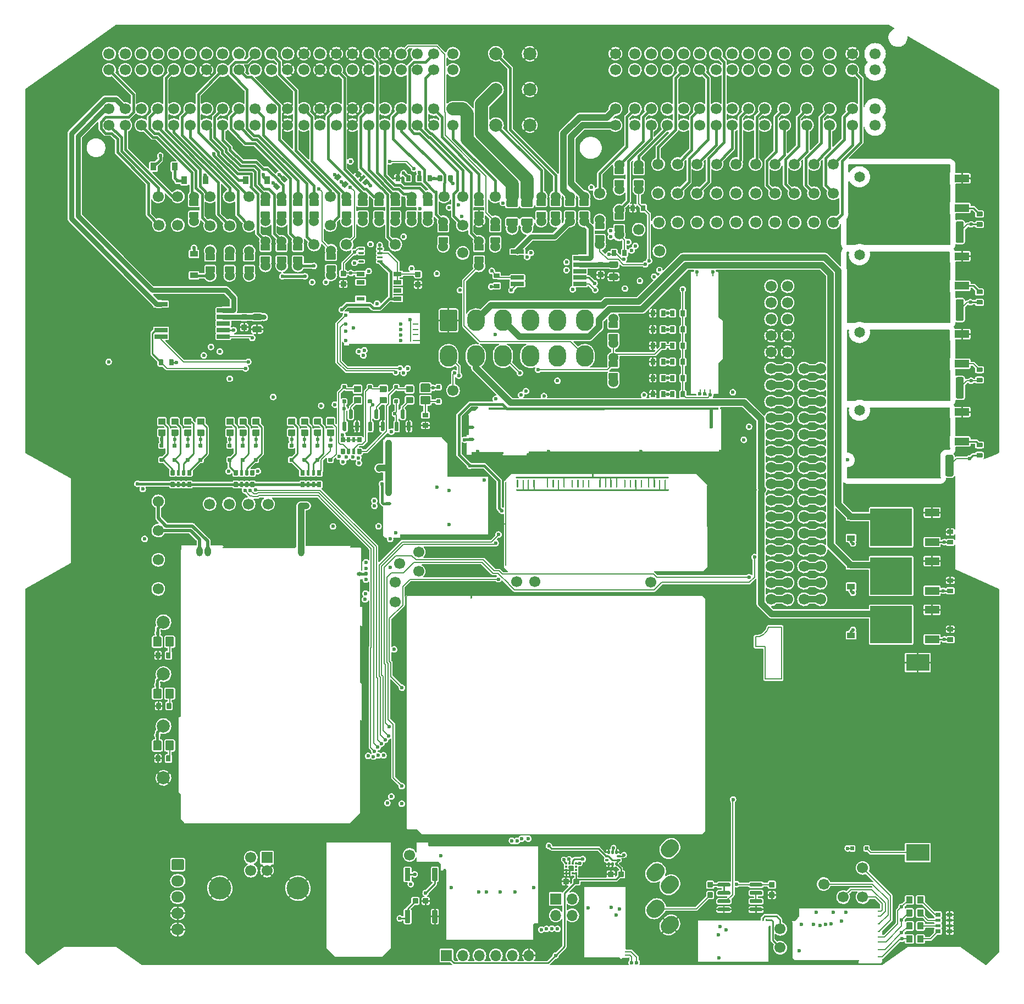
<source format=gtl>
G04 #@! TF.GenerationSoftware,KiCad,Pcbnew,(6.0.0)*
G04 #@! TF.CreationDate,2022-08-31T22:59:21+03:00*
G04 #@! TF.ProjectId,hellen154hyundai,68656c6c-656e-4313-9534-6879756e6461,b*
G04 #@! TF.SameCoordinates,PX5f5e100PYc845880*
G04 #@! TF.FileFunction,Copper,L1,Top*
G04 #@! TF.FilePolarity,Positive*
%FSLAX46Y46*%
G04 Gerber Fmt 4.6, Leading zero omitted, Abs format (unit mm)*
G04 Created by KiCad (PCBNEW (6.0.0)) date 2022-08-31 22:59:21*
%MOMM*%
%LPD*%
G01*
G04 APERTURE LIST*
G04 #@! TA.AperFunction,EtchedComponent*
%ADD10C,0.200000*%
G04 #@! TD*
G04 #@! TA.AperFunction,ComponentPad*
%ADD11C,1.700000*%
G04 #@! TD*
G04 #@! TA.AperFunction,ComponentPad*
%ADD12R,1.700000X1.700000*%
G04 #@! TD*
G04 #@! TA.AperFunction,ComponentPad*
%ADD13O,1.700000X1.700000*%
G04 #@! TD*
G04 #@! TA.AperFunction,ComponentPad*
%ADD14C,1.524000*%
G04 #@! TD*
G04 #@! TA.AperFunction,SMDPad,CuDef*
%ADD15R,2.200000X1.200000*%
G04 #@! TD*
G04 #@! TA.AperFunction,SMDPad,CuDef*
%ADD16R,6.400000X5.800000*%
G04 #@! TD*
G04 #@! TA.AperFunction,ComponentPad*
%ADD17C,2.000000*%
G04 #@! TD*
G04 #@! TA.AperFunction,ComponentPad*
%ADD18C,3.500000*%
G04 #@! TD*
G04 #@! TA.AperFunction,SMDPad,CuDef*
%ADD19R,0.900000X1.200000*%
G04 #@! TD*
G04 #@! TA.AperFunction,SMDPad,CuDef*
%ADD20R,1.310000X0.650000*%
G04 #@! TD*
G04 #@! TA.AperFunction,SMDPad,CuDef*
%ADD21R,1.310000X0.600000*%
G04 #@! TD*
G04 #@! TA.AperFunction,SMDPad,CuDef*
%ADD22R,1.325000X1.500000*%
G04 #@! TD*
G04 #@! TA.AperFunction,ComponentPad*
%ADD23C,1.500000*%
G04 #@! TD*
G04 #@! TA.AperFunction,SMDPad,CuDef*
%ADD24R,1.200000X0.900000*%
G04 #@! TD*
G04 #@! TA.AperFunction,SMDPad,CuDef*
%ADD25C,2.000000*%
G04 #@! TD*
G04 #@! TA.AperFunction,SMDPad,CuDef*
%ADD26R,1.600000X2.400000*%
G04 #@! TD*
G04 #@! TA.AperFunction,ComponentPad*
%ADD27C,1.650000*%
G04 #@! TD*
G04 #@! TA.AperFunction,SMDPad,CuDef*
%ADD28O,0.200000X5.100000*%
G04 #@! TD*
G04 #@! TA.AperFunction,SMDPad,CuDef*
%ADD29O,11.100000X0.200000*%
G04 #@! TD*
G04 #@! TA.AperFunction,SMDPad,CuDef*
%ADD30O,0.950000X0.200000*%
G04 #@! TD*
G04 #@! TA.AperFunction,ComponentPad*
%ADD31C,0.600000*%
G04 #@! TD*
G04 #@! TA.AperFunction,SMDPad,CuDef*
%ADD32O,0.200000X3.500000*%
G04 #@! TD*
G04 #@! TA.AperFunction,SMDPad,CuDef*
%ADD33O,0.500000X0.250000*%
G04 #@! TD*
G04 #@! TA.AperFunction,SMDPad,CuDef*
%ADD34O,0.250000X5.800001*%
G04 #@! TD*
G04 #@! TA.AperFunction,SMDPad,CuDef*
%ADD35O,10.200000X0.250000*%
G04 #@! TD*
G04 #@! TA.AperFunction,SMDPad,CuDef*
%ADD36O,0.399999X0.200000*%
G04 #@! TD*
G04 #@! TA.AperFunction,ComponentPad*
%ADD37C,0.599999*%
G04 #@! TD*
G04 #@! TA.AperFunction,SMDPad,CuDef*
%ADD38O,0.399999X7.200001*%
G04 #@! TD*
G04 #@! TA.AperFunction,SMDPad,CuDef*
%ADD39O,5.000000X0.399999*%
G04 #@! TD*
G04 #@! TA.AperFunction,SMDPad,CuDef*
%ADD40O,30.000001X0.399999*%
G04 #@! TD*
G04 #@! TA.AperFunction,SMDPad,CuDef*
%ADD41O,0.200000X3.099999*%
G04 #@! TD*
G04 #@! TA.AperFunction,SMDPad,CuDef*
%ADD42O,1.000001X0.499999*%
G04 #@! TD*
G04 #@! TA.AperFunction,SMDPad,CuDef*
%ADD43O,0.499999X2.999999*%
G04 #@! TD*
G04 #@! TA.AperFunction,SMDPad,CuDef*
%ADD44O,35.400000X0.399999*%
G04 #@! TD*
G04 #@! TA.AperFunction,SMDPad,CuDef*
%ADD45O,1.000001X8.744829*%
G04 #@! TD*
G04 #@! TA.AperFunction,SMDPad,CuDef*
%ADD46O,0.200000X0.499999*%
G04 #@! TD*
G04 #@! TA.AperFunction,SMDPad,CuDef*
%ADD47O,0.399999X5.399999*%
G04 #@! TD*
G04 #@! TA.AperFunction,SMDPad,CuDef*
%ADD48O,9.000000X0.399999*%
G04 #@! TD*
G04 #@! TA.AperFunction,SMDPad,CuDef*
%ADD49O,6.500000X0.200000*%
G04 #@! TD*
G04 #@! TA.AperFunction,SMDPad,CuDef*
%ADD50O,13.800000X0.200000*%
G04 #@! TD*
G04 #@! TA.AperFunction,SMDPad,CuDef*
%ADD51O,0.200000X9.199999*%
G04 #@! TD*
G04 #@! TA.AperFunction,SMDPad,CuDef*
%ADD52O,0.499999X11.400000*%
G04 #@! TD*
G04 #@! TA.AperFunction,SMDPad,CuDef*
%ADD53O,0.499999X12.700000*%
G04 #@! TD*
G04 #@! TA.AperFunction,SMDPad,CuDef*
%ADD54O,1.200000X0.499999*%
G04 #@! TD*
G04 #@! TA.AperFunction,SMDPad,CuDef*
%ADD55O,14.449999X0.499999*%
G04 #@! TD*
G04 #@! TA.AperFunction,SMDPad,CuDef*
%ADD56O,17.400001X0.399999*%
G04 #@! TD*
G04 #@! TA.AperFunction,ComponentPad*
%ADD57O,2.700000X3.300000*%
G04 #@! TD*
G04 #@! TA.AperFunction,SMDPad,CuDef*
%ADD58R,0.350000X0.375000*%
G04 #@! TD*
G04 #@! TA.AperFunction,SMDPad,CuDef*
%ADD59R,0.375000X0.350000*%
G04 #@! TD*
G04 #@! TA.AperFunction,ComponentPad*
%ADD60O,1.950000X1.700000*%
G04 #@! TD*
G04 #@! TA.AperFunction,SMDPad,CuDef*
%ADD61R,2.000000X0.650000*%
G04 #@! TD*
G04 #@! TA.AperFunction,SMDPad,CuDef*
%ADD62R,4.500000X8.100000*%
G04 #@! TD*
G04 #@! TA.AperFunction,SMDPad,CuDef*
%ADD63O,0.499999X0.250000*%
G04 #@! TD*
G04 #@! TA.AperFunction,SMDPad,CuDef*
%ADD64O,0.200000X5.669999*%
G04 #@! TD*
G04 #@! TA.AperFunction,SMDPad,CuDef*
%ADD65O,0.200000X6.799999*%
G04 #@! TD*
G04 #@! TA.AperFunction,SMDPad,CuDef*
%ADD66O,9.800001X0.399999*%
G04 #@! TD*
G04 #@! TA.AperFunction,SMDPad,CuDef*
%ADD67O,11.100001X0.200000*%
G04 #@! TD*
G04 #@! TA.AperFunction,SMDPad,CuDef*
%ADD68O,0.250000X0.499999*%
G04 #@! TD*
G04 #@! TA.AperFunction,SMDPad,CuDef*
%ADD69R,3.600000X2.600000*%
G04 #@! TD*
G04 #@! TA.AperFunction,SMDPad,CuDef*
%ADD70O,0.200000X4.249999*%
G04 #@! TD*
G04 #@! TA.AperFunction,SMDPad,CuDef*
%ADD71O,0.200000X3.600000*%
G04 #@! TD*
G04 #@! TA.AperFunction,SMDPad,CuDef*
%ADD72O,0.200000X25.849999*%
G04 #@! TD*
G04 #@! TA.AperFunction,SMDPad,CuDef*
%ADD73O,1.699999X0.200000*%
G04 #@! TD*
G04 #@! TA.AperFunction,SMDPad,CuDef*
%ADD74O,0.200000X4.149999*%
G04 #@! TD*
G04 #@! TA.AperFunction,SMDPad,CuDef*
%ADD75O,0.200000X14.399999*%
G04 #@! TD*
G04 #@! TA.AperFunction,SMDPad,CuDef*
%ADD76O,0.200000X8.824999*%
G04 #@! TD*
G04 #@! TA.AperFunction,SMDPad,CuDef*
%ADD77O,11.324999X0.200000*%
G04 #@! TD*
G04 #@! TA.AperFunction,SMDPad,CuDef*
%ADD78O,25.699999X0.200000*%
G04 #@! TD*
G04 #@! TA.AperFunction,SMDPad,CuDef*
%ADD79O,1.000001X1.500000*%
G04 #@! TD*
G04 #@! TA.AperFunction,SMDPad,CuDef*
%ADD80O,0.800001X0.599999*%
G04 #@! TD*
G04 #@! TA.AperFunction,SMDPad,CuDef*
%ADD81O,5.669999X0.200000*%
G04 #@! TD*
G04 #@! TA.AperFunction,SMDPad,CuDef*
%ADD82O,0.200000X11.100001*%
G04 #@! TD*
G04 #@! TA.AperFunction,SMDPad,CuDef*
%ADD83O,6.799999X0.200000*%
G04 #@! TD*
G04 #@! TA.AperFunction,SMDPad,CuDef*
%ADD84O,0.399999X9.800001*%
G04 #@! TD*
G04 #@! TA.AperFunction,ViaPad*
%ADD85C,0.600000*%
G04 #@! TD*
G04 #@! TA.AperFunction,ViaPad*
%ADD86C,1.500000*%
G04 #@! TD*
G04 #@! TA.AperFunction,Conductor*
%ADD87C,0.200000*%
G04 #@! TD*
G04 #@! TA.AperFunction,Conductor*
%ADD88C,0.400000*%
G04 #@! TD*
G04 #@! TA.AperFunction,Conductor*
%ADD89C,1.000000*%
G04 #@! TD*
G04 #@! TA.AperFunction,Conductor*
%ADD90C,0.250000*%
G04 #@! TD*
G04 #@! TA.AperFunction,Conductor*
%ADD91C,0.800000*%
G04 #@! TD*
G04 #@! TA.AperFunction,Conductor*
%ADD92C,2.000000*%
G04 #@! TD*
G04 #@! TA.AperFunction,Conductor*
%ADD93C,0.500000*%
G04 #@! TD*
G04 APERTURE END LIST*
D10*
G04 #@! TO.C,G3*
X121005350Y54107713D02*
X121005350Y49107713D01*
X119505350Y54107713D02*
X119505350Y55607713D01*
X123505350Y57107713D02*
X121505350Y57107713D01*
X121005350Y49107713D02*
X123505350Y49107713D01*
X119505350Y54107713D02*
X121005350Y54107713D01*
X123505350Y49107713D02*
X123505350Y57107713D01*
X119505350Y55607712D02*
G75*
G03*
X121505350Y57107713I78399J1978802D01*
G01*
G04 #@! TD*
G04 #@! TO.P,R70,1*
G04 #@! TO.N,/IN_IAT*
G04 #@! TA.AperFunction,SMDPad,CuDef*
G36*
G01*
X67350000Y125910000D02*
X67350000Y126690000D01*
G75*
G02*
X67420000Y126760000I70000J0D01*
G01*
X67980000Y126760000D01*
G75*
G02*
X68050000Y126690000I0J-70000D01*
G01*
X68050000Y125910000D01*
G75*
G02*
X67980000Y125840000I-70000J0D01*
G01*
X67420000Y125840000D01*
G75*
G02*
X67350000Y125910000I0J70000D01*
G01*
G37*
G04 #@! TD.AperFunction*
G04 #@! TO.P,R70,2*
G04 #@! TO.N,+5VA*
G04 #@! TA.AperFunction,SMDPad,CuDef*
G36*
G01*
X68950000Y125910000D02*
X68950000Y126690000D01*
G75*
G02*
X69020000Y126760000I70000J0D01*
G01*
X69580000Y126760000D01*
G75*
G02*
X69650000Y126690000I0J-70000D01*
G01*
X69650000Y125910000D01*
G75*
G02*
X69580000Y125840000I-70000J0D01*
G01*
X69020000Y125840000D01*
G75*
G02*
X68950000Y125910000I0J70000D01*
G01*
G37*
G04 #@! TD.AperFunction*
G04 #@! TD*
D11*
G04 #@! TO.P,P37,1,Pin_1*
G04 #@! TO.N,Net-(P1-Pad26)*
X104500000Y128500000D03*
G04 #@! TD*
G04 #@! TO.P,R31,1*
G04 #@! TO.N,/IN_AC_ON*
G04 #@! TA.AperFunction,SMDPad,CuDef*
G36*
G01*
X102550000Y122090000D02*
X102550000Y121310000D01*
G75*
G02*
X102480000Y121240000I-70000J0D01*
G01*
X101920000Y121240000D01*
G75*
G02*
X101850000Y121310000I0J70000D01*
G01*
X101850000Y122090000D01*
G75*
G02*
X101920000Y122160000I70000J0D01*
G01*
X102480000Y122160000D01*
G75*
G02*
X102550000Y122090000I0J-70000D01*
G01*
G37*
G04 #@! TD.AperFunction*
G04 #@! TO.P,R31,2*
G04 #@! TO.N,GND*
G04 #@! TA.AperFunction,SMDPad,CuDef*
G36*
G01*
X100950000Y122090000D02*
X100950000Y121310000D01*
G75*
G02*
X100880000Y121240000I-70000J0D01*
G01*
X100320000Y121240000D01*
G75*
G02*
X100250000Y121310000I0J70000D01*
G01*
X100250000Y122090000D01*
G75*
G02*
X100320000Y122160000I70000J0D01*
G01*
X100880000Y122160000D01*
G75*
G02*
X100950000Y122090000I0J-70000D01*
G01*
G37*
G04 #@! TD.AperFunction*
G04 #@! TD*
G04 #@! TO.P,R66,1*
G04 #@! TO.N,/GATE_IGN2*
G04 #@! TA.AperFunction,SMDPad,CuDef*
G36*
G01*
X151575000Y95425000D02*
X151575000Y92575000D01*
G75*
G02*
X151325000Y92325000I-250000J0D01*
G01*
X150600000Y92325000D01*
G75*
G02*
X150350000Y92575000I0J250000D01*
G01*
X150350000Y95425000D01*
G75*
G02*
X150600000Y95675000I250000J0D01*
G01*
X151325000Y95675000D01*
G75*
G02*
X151575000Y95425000I0J-250000D01*
G01*
G37*
G04 #@! TD.AperFunction*
G04 #@! TO.P,R66,2*
G04 #@! TO.N,/OUT_IGN2*
G04 #@! TA.AperFunction,SMDPad,CuDef*
G36*
G01*
X145650000Y95425000D02*
X145650000Y92575000D01*
G75*
G02*
X145400000Y92325000I-250000J0D01*
G01*
X144675000Y92325000D01*
G75*
G02*
X144425000Y92575000I0J250000D01*
G01*
X144425000Y95425000D01*
G75*
G02*
X144675000Y95675000I250000J0D01*
G01*
X145400000Y95675000D01*
G75*
G02*
X145650000Y95425000I0J-250000D01*
G01*
G37*
G04 #@! TD.AperFunction*
G04 #@! TD*
G04 #@! TO.P,P33,1,Pin_1*
G04 #@! TO.N,Net-(P1-Pad18)*
X128500000Y119500000D03*
G04 #@! TD*
G04 #@! TO.P,P46,1,Pin_1*
G04 #@! TO.N,Net-(P1-Pad38)*
X113500000Y124000000D03*
G04 #@! TD*
D12*
G04 #@! TO.P,J3,1,Pin_1*
G04 #@! TO.N,+3V3*
X71880000Y6500000D03*
D13*
G04 #@! TO.P,J3,2,Pin_2*
G04 #@! TO.N,/SD_CS*
X74420000Y6500000D03*
G04 #@! TO.P,J3,3,Pin_3*
G04 #@! TO.N,/SD_MOSI*
X76960000Y6500000D03*
G04 #@! TO.P,J3,4,Pin_4*
G04 #@! TO.N,/SD_SCK*
X79500000Y6500000D03*
G04 #@! TO.P,J3,5,Pin_5*
G04 #@! TO.N,/SD_MISO*
X82040000Y6500000D03*
G04 #@! TO.P,J3,6,Pin_6*
G04 #@! TO.N,GND*
X84580000Y6500000D03*
G04 #@! TD*
D14*
G04 #@! TO.P,F1,1,1*
G04 #@! TO.N,Net-(F1-Pad1)*
X84300000Y123450000D03*
G04 #@! TA.AperFunction,SMDPad,CuDef*
G36*
G01*
X83400000Y122105010D02*
X83400000Y122795010D01*
G75*
G02*
X83630000Y123025010I230000J0D01*
G01*
X84970000Y123025010D01*
G75*
G02*
X85200000Y122795010I0J-230000D01*
G01*
X85200000Y122105010D01*
G75*
G02*
X84970000Y121875010I-230000J0D01*
G01*
X83630000Y121875010D01*
G75*
G02*
X83400000Y122105010I0J230000D01*
G01*
G37*
G04 #@! TD.AperFunction*
G04 #@! TO.P,F1,2,2*
G04 #@! TO.N,+12V_RAW*
G04 #@! TA.AperFunction,SMDPad,CuDef*
G36*
G01*
X83400000Y119204990D02*
X83400000Y119894990D01*
G75*
G02*
X83630000Y120124990I230000J0D01*
G01*
X84970000Y120124990D01*
G75*
G02*
X85200000Y119894990I0J-230000D01*
G01*
X85200000Y119204990D01*
G75*
G02*
X84970000Y118974990I-230000J0D01*
G01*
X83630000Y118974990D01*
G75*
G02*
X83400000Y119204990I0J230000D01*
G01*
G37*
G04 #@! TD.AperFunction*
X84300000Y118550000D03*
G04 #@! TD*
D11*
G04 #@! TO.P,P85,1,Pin_1*
G04 #@! TO.N,Net-(M3-PadN32)*
X66200000Y22000000D03*
G04 #@! TD*
D15*
G04 #@! TO.P,Q1,1,G*
G04 #@! TO.N,Net-(Q1-Pad1)*
X151300000Y85720000D03*
D16*
G04 #@! TO.P,Q1,2,C*
G04 #@! TO.N,/OUT_IGN4*
X145000000Y88000000D03*
D15*
G04 #@! TO.P,Q1,3,E*
G04 #@! TO.N,GND*
X151300000Y90280000D03*
G04 #@! TD*
G04 #@! TO.P,R14,1*
G04 #@! TO.N,/AIN3*
G04 #@! TA.AperFunction,SMDPad,CuDef*
G36*
G01*
X106344715Y100110000D02*
X106344715Y100890000D01*
G75*
G02*
X106414715Y100960000I70000J0D01*
G01*
X106974715Y100960000D01*
G75*
G02*
X107044715Y100890000I0J-70000D01*
G01*
X107044715Y100110000D01*
G75*
G02*
X106974715Y100040000I-70000J0D01*
G01*
X106414715Y100040000D01*
G75*
G02*
X106344715Y100110000I0J70000D01*
G01*
G37*
G04 #@! TD.AperFunction*
G04 #@! TO.P,R14,2*
G04 #@! TO.N,+5VA*
G04 #@! TA.AperFunction,SMDPad,CuDef*
G36*
G01*
X107944715Y100110000D02*
X107944715Y100890000D01*
G75*
G02*
X108014715Y100960000I70000J0D01*
G01*
X108574715Y100960000D01*
G75*
G02*
X108644715Y100890000I0J-70000D01*
G01*
X108644715Y100110000D01*
G75*
G02*
X108574715Y100040000I-70000J0D01*
G01*
X108014715Y100040000D01*
G75*
G02*
X107944715Y100110000I0J70000D01*
G01*
G37*
G04 #@! TD.AperFunction*
G04 #@! TD*
D11*
G04 #@! TO.P,P53,1,Pin_1*
G04 #@! TO.N,Net-(P1-Pad50)*
X122500000Y128500000D03*
G04 #@! TD*
G04 #@! TO.P,G9,1*
G04 #@! TO.N,Net-(G9-Pad1)*
X126979999Y74110000D03*
G04 #@! TO.P,G9,2*
G04 #@! TO.N,Net-(G9-Pad2)*
X126979999Y76650000D03*
G04 #@! TO.P,G9,3*
G04 #@! TO.N,Net-(G9-Pad3)*
X126979999Y79190000D03*
G04 #@! TO.P,G9,4*
G04 #@! TO.N,Net-(G9-Pad4)*
X126979999Y81730000D03*
G04 #@! TO.P,G9,5*
G04 #@! TO.N,Net-(G9-Pad10)*
X126979999Y84270000D03*
G04 #@! TO.P,G9,6*
G04 #@! TO.N,Net-(G9-Pad1)*
X129519999Y74110000D03*
G04 #@! TO.P,G9,7*
G04 #@! TO.N,Net-(G9-Pad2)*
X129519999Y76650000D03*
G04 #@! TO.P,G9,8*
G04 #@! TO.N,Net-(G9-Pad3)*
X129519999Y79190000D03*
G04 #@! TO.P,G9,9*
G04 #@! TO.N,Net-(G9-Pad4)*
X129519999Y81730000D03*
G04 #@! TO.P,G9,10*
G04 #@! TO.N,Net-(G9-Pad10)*
X129519999Y84270000D03*
G04 #@! TD*
G04 #@! TO.P,P14,1,Pin_1*
G04 #@! TO.N,Net-(P1-Pad133)*
X79400000Y123505000D03*
G04 #@! TD*
G04 #@! TO.P,D13,1,K*
G04 #@! TO.N,Net-(D13-Pad1)*
G04 #@! TA.AperFunction,SMDPad,CuDef*
G36*
G01*
X29700000Y82660000D02*
X29700000Y83140000D01*
G75*
G02*
X29760000Y83200000I60000J0D01*
G01*
X30240000Y83200000D01*
G75*
G02*
X30300000Y83140000I0J-60000D01*
G01*
X30300000Y82660000D01*
G75*
G02*
X30240000Y82600000I-60000J0D01*
G01*
X29760000Y82600000D01*
G75*
G02*
X29700000Y82660000I0J60000D01*
G01*
G37*
G04 #@! TD.AperFunction*
G04 #@! TO.P,D13,2,A*
G04 #@! TO.N,/OUT_INJ3*
G04 #@! TA.AperFunction,SMDPad,CuDef*
G36*
G01*
X29700000Y84860000D02*
X29700000Y85340000D01*
G75*
G02*
X29760000Y85400000I60000J0D01*
G01*
X30240000Y85400000D01*
G75*
G02*
X30300000Y85340000I0J-60000D01*
G01*
X30300000Y84860000D01*
G75*
G02*
X30240000Y84800000I-60000J0D01*
G01*
X29760000Y84800000D01*
G75*
G02*
X29700000Y84860000I0J60000D01*
G01*
G37*
G04 #@! TD.AperFunction*
G04 #@! TD*
G04 #@! TO.P,P1,1,1*
G04 #@! TO.N,/HV4*
X137912500Y145500000D03*
G04 #@! TO.P,P1,2,2*
G04 #@! TO.N,GND*
X134412500Y145500000D03*
G04 #@! TO.P,P1,3,3*
G04 #@! TO.N,Net-(P1-Pad3)*
X130912500Y145500000D03*
G04 #@! TO.P,P1,4,4*
G04 #@! TO.N,Net-(P1-Pad4)*
X127412500Y145500000D03*
G04 #@! TO.P,P1,5,5*
G04 #@! TO.N,Net-(P1-Pad5)*
X123912500Y145500000D03*
G04 #@! TO.P,P1,6,6*
G04 #@! TO.N,Net-(P1-Pad6)*
X120912500Y145500000D03*
G04 #@! TO.P,P1,7,7*
G04 #@! TO.N,Net-(P1-Pad7)*
X118412500Y145500000D03*
G04 #@! TO.P,P1,8,8*
G04 #@! TO.N,Net-(P1-Pad8)*
X115912500Y145500000D03*
G04 #@! TO.P,P1,9,9*
G04 #@! TO.N,Net-(P1-Pad9)*
X113412500Y145500000D03*
G04 #@! TO.P,P1,10,10*
G04 #@! TO.N,unconnected-(P1-Pad10)*
X110912500Y145500000D03*
G04 #@! TO.P,P1,11,11*
G04 #@! TO.N,unconnected-(P1-Pad11)*
X108412500Y145500000D03*
G04 #@! TO.P,P1,12,12*
G04 #@! TO.N,unconnected-(P1-Pad12)*
X105912500Y145500000D03*
G04 #@! TO.P,P1,13,13*
G04 #@! TO.N,Net-(P1-Pad13)*
X103412500Y145500000D03*
G04 #@! TO.P,P1,14,14*
G04 #@! TO.N,Net-(P1-Pad14)*
X100912500Y145500000D03*
G04 #@! TO.P,P1,15,15*
G04 #@! TO.N,GND*
X97912500Y145500000D03*
G04 #@! TO.P,P1,16,16*
G04 #@! TO.N,/HV2*
X137912500Y143000000D03*
G04 #@! TO.P,P1,17,17*
G04 #@! TO.N,Net-(P1-Pad17)*
X134412500Y143000000D03*
G04 #@! TO.P,P1,18,18*
G04 #@! TO.N,Net-(P1-Pad18)*
X130912500Y143000000D03*
G04 #@! TO.P,P1,19,19*
G04 #@! TO.N,Net-(P1-Pad19)*
X127412500Y143000000D03*
G04 #@! TO.P,P1,20,20*
G04 #@! TO.N,Net-(P1-Pad20)*
X123912500Y143000000D03*
G04 #@! TO.P,P1,21,21*
G04 #@! TO.N,unconnected-(P1-Pad21)*
X120912500Y143000000D03*
G04 #@! TO.P,P1,22,22*
G04 #@! TO.N,unconnected-(P1-Pad22)*
X118412500Y143000000D03*
G04 #@! TO.P,P1,23,23*
G04 #@! TO.N,unconnected-(P1-Pad23)*
X115912500Y143000000D03*
G04 #@! TO.P,P1,24,24*
G04 #@! TO.N,unconnected-(P1-Pad24)*
X113412500Y143000000D03*
G04 #@! TO.P,P1,25,25*
G04 #@! TO.N,Net-(P1-Pad25)*
X110912500Y143000000D03*
G04 #@! TO.P,P1,26,26*
G04 #@! TO.N,Net-(P1-Pad26)*
X108412500Y143000000D03*
G04 #@! TO.P,P1,27,27*
G04 #@! TO.N,Net-(P1-Pad27)*
X105912500Y143000000D03*
G04 #@! TO.P,P1,28,28*
G04 #@! TO.N,unconnected-(P1-Pad28)*
X103412500Y143000000D03*
G04 #@! TO.P,P1,29,29*
G04 #@! TO.N,Net-(P1-Pad29)*
X100912500Y143000000D03*
G04 #@! TO.P,P1,30,30*
G04 #@! TO.N,Net-(P1-Pad30)*
X97912500Y143000000D03*
G04 #@! TO.P,P1,31,31*
G04 #@! TO.N,/HV1*
X137912500Y137000000D03*
G04 #@! TO.P,P1,32,32*
G04 #@! TO.N,Net-(P1-Pad32)*
X134412500Y137000000D03*
G04 #@! TO.P,P1,33,33*
G04 #@! TO.N,Net-(P1-Pad33)*
X130912500Y137000000D03*
G04 #@! TO.P,P1,34,34*
G04 #@! TO.N,Net-(P1-Pad34)*
X127412500Y137000000D03*
G04 #@! TO.P,P1,35,35*
G04 #@! TO.N,Net-(P1-Pad35)*
X123912500Y137000000D03*
G04 #@! TO.P,P1,36,36*
G04 #@! TO.N,Net-(P1-Pad36)*
X120912500Y137000000D03*
G04 #@! TO.P,P1,37,37*
G04 #@! TO.N,Net-(P1-Pad37)*
X118412500Y137000000D03*
G04 #@! TO.P,P1,38,38*
G04 #@! TO.N,Net-(P1-Pad38)*
X115912500Y137000000D03*
G04 #@! TO.P,P1,39,39*
G04 #@! TO.N,unconnected-(P1-Pad39)*
X113412500Y137000000D03*
G04 #@! TO.P,P1,40,40*
G04 #@! TO.N,Net-(P1-Pad40)*
X110912500Y137000000D03*
G04 #@! TO.P,P1,41,41*
G04 #@! TO.N,unconnected-(P1-Pad41)*
X108412500Y137000000D03*
G04 #@! TO.P,P1,42,42*
G04 #@! TO.N,Net-(P1-Pad42)*
X105912500Y137000000D03*
G04 #@! TO.P,P1,43,43*
G04 #@! TO.N,Net-(P1-Pad43)*
X103412500Y137000000D03*
G04 #@! TO.P,P1,44,44*
G04 #@! TO.N,Net-(P1-Pad44)*
X100912500Y137000000D03*
G04 #@! TO.P,P1,45,45*
G04 #@! TO.N,Net-(P1-Pad45)*
X97912500Y137000000D03*
G04 #@! TO.P,P1,46,46*
G04 #@! TO.N,/HV3*
X137912500Y134500000D03*
G04 #@! TO.P,P1,47,47*
G04 #@! TO.N,Net-(P1-Pad47)*
X134412500Y134500000D03*
G04 #@! TO.P,P1,48,48*
G04 #@! TO.N,Net-(P1-Pad48)*
X130912500Y134500000D03*
G04 #@! TO.P,P1,49,49*
G04 #@! TO.N,Net-(P1-Pad49)*
X127412500Y134500000D03*
G04 #@! TO.P,P1,50,50*
G04 #@! TO.N,Net-(P1-Pad50)*
X123912500Y134500000D03*
G04 #@! TO.P,P1,51,51*
G04 #@! TO.N,unconnected-(P1-Pad51)*
X120912500Y134500000D03*
G04 #@! TO.P,P1,52,52*
G04 #@! TO.N,unconnected-(P1-Pad52)*
X118412500Y134500000D03*
G04 #@! TO.P,P1,53,53*
G04 #@! TO.N,Net-(P1-Pad53)*
X115912500Y134500000D03*
G04 #@! TO.P,P1,54,54*
G04 #@! TO.N,Net-(P1-Pad54)*
X113412500Y134500000D03*
G04 #@! TO.P,P1,55,55*
G04 #@! TO.N,unconnected-(P1-Pad55)*
X110912500Y134500000D03*
G04 #@! TO.P,P1,56,56*
G04 #@! TO.N,unconnected-(P1-Pad56)*
X108412500Y134500000D03*
G04 #@! TO.P,P1,57,57*
G04 #@! TO.N,Net-(P1-Pad57)*
X105912500Y134500000D03*
G04 #@! TO.P,P1,58,58*
G04 #@! TO.N,Net-(P1-Pad58)*
X103412500Y134500000D03*
G04 #@! TO.P,P1,59,59*
G04 #@! TO.N,unconnected-(P1-Pad59)*
X100912500Y134500000D03*
G04 #@! TO.P,P1,60,60*
G04 #@! TO.N,Net-(P1-Pad60)*
X97912500Y134500000D03*
D17*
G04 #@! TO.P,P1,61,1*
G04 #@! TO.N,GND*
X84712500Y145500000D03*
G04 #@! TO.P,P1,62,2*
G04 #@! TO.N,Net-(P1-Pad62)*
X79512500Y145500000D03*
G04 #@! TO.P,P1,63,3*
G04 #@! TO.N,GND*
X84712500Y140000000D03*
G04 #@! TO.P,P1,64,4*
G04 #@! TO.N,Net-(F1-Pad1)*
X79512500Y140000000D03*
G04 #@! TO.P,P1,65,5*
G04 #@! TO.N,GND*
X84712500Y134500000D03*
G04 #@! TO.P,P1,66,6*
G04 #@! TO.N,Net-(P1-Pad66)*
X79512500Y134500000D03*
D11*
G04 #@! TO.P,P1,67,7*
G04 #@! TO.N,unconnected-(P1-Pad67)*
X72912500Y145500000D03*
G04 #@! TO.P,P1,68,8*
G04 #@! TO.N,Net-(P1-Pad68)*
X69912500Y145500000D03*
G04 #@! TO.P,P1,69,9*
G04 #@! TO.N,Net-(P1-Pad69)*
X67412500Y145500000D03*
G04 #@! TO.P,P1,70,10*
G04 #@! TO.N,Net-(P1-Pad70)*
X64912500Y145500000D03*
G04 #@! TO.P,P1,71,11*
G04 #@! TO.N,GND*
X62412500Y145500000D03*
G04 #@! TO.P,P1,72,12*
G04 #@! TO.N,Net-(P1-Pad72)*
X59912500Y145500000D03*
G04 #@! TO.P,P1,73,13*
G04 #@! TO.N,GND*
X57412500Y145500000D03*
G04 #@! TO.P,P1,74,14*
X54912500Y145500000D03*
G04 #@! TO.P,P1,75,15*
G04 #@! TO.N,/IN_CAM2*
X52412500Y145500000D03*
G04 #@! TO.P,P1,76,16*
G04 #@! TO.N,GND*
X49912500Y145500000D03*
G04 #@! TO.P,P1,77,17*
G04 #@! TO.N,/IN_CRANK*
X47412500Y145500000D03*
G04 #@! TO.P,P1,78,18*
G04 #@! TO.N,Net-(P1-Pad78)*
X44912500Y145500000D03*
G04 #@! TO.P,P1,79,19*
G04 #@! TO.N,Net-(P1-Pad79)*
X42412500Y145500000D03*
G04 #@! TO.P,P1,80,20*
G04 #@! TO.N,Net-(P1-Pad80)*
X39912500Y145500000D03*
G04 #@! TO.P,P1,81,21*
G04 #@! TO.N,Net-(P1-Pad81)*
X37412500Y145500000D03*
G04 #@! TO.P,P1,82,22*
G04 #@! TO.N,Net-(P1-Pad82)*
X34912500Y145500000D03*
G04 #@! TO.P,P1,83,23*
G04 #@! TO.N,unconnected-(P1-Pad83)*
X32412500Y145500000D03*
G04 #@! TO.P,P1,84,24*
G04 #@! TO.N,unconnected-(P1-Pad84)*
X29912500Y145500000D03*
G04 #@! TO.P,P1,85,25*
G04 #@! TO.N,/OUT_INJ1*
X27412500Y145500000D03*
G04 #@! TO.P,P1,86,26*
G04 #@! TO.N,/OUT_INJ2*
X24912500Y145500000D03*
G04 #@! TO.P,P1,87,27*
G04 #@! TO.N,/OUT_INJ3*
X22412500Y145500000D03*
G04 #@! TO.P,P1,88,28*
G04 #@! TO.N,/OUT_INJ4*
X19912500Y145500000D03*
G04 #@! TO.P,P1,89,29*
G04 #@! TO.N,unconnected-(P1-Pad89)*
X72912500Y143000000D03*
G04 #@! TO.P,P1,90,30*
G04 #@! TO.N,Net-(P1-Pad90)*
X69912500Y143000000D03*
G04 #@! TO.P,P1,91,31*
G04 #@! TO.N,/IN_MAP1*
X67412500Y143000000D03*
G04 #@! TO.P,P1,92,32*
G04 #@! TO.N,/IN_TPS2*
X64912500Y143000000D03*
G04 #@! TO.P,P1,93,33*
G04 #@! TO.N,/IN_CLT*
X62412500Y143000000D03*
G04 #@! TO.P,P1,94,34*
G04 #@! TO.N,GND*
X59912500Y143000000D03*
G04 #@! TO.P,P1,95,35*
G04 #@! TO.N,/IN_PPS2*
X57412500Y143000000D03*
G04 #@! TO.P,P1,96,36*
G04 #@! TO.N,Net-(P1-Pad96)*
X54912500Y143000000D03*
G04 #@! TO.P,P1,97,37*
G04 #@! TO.N,GND*
X52412500Y143000000D03*
G04 #@! TO.P,P1,98,38*
G04 #@! TO.N,Net-(P1-Pad98)*
X49912500Y143000000D03*
G04 #@! TO.P,P1,99,39*
G04 #@! TO.N,GND*
X47412500Y143000000D03*
G04 #@! TO.P,P1,100,40*
G04 #@! TO.N,Net-(P1-Pad100)*
X44912500Y143000000D03*
G04 #@! TO.P,P1,101,41*
G04 #@! TO.N,unconnected-(P1-Pad101)*
X42412500Y143000000D03*
G04 #@! TO.P,P1,102,42*
G04 #@! TO.N,Net-(P1-Pad102)*
X39912500Y143000000D03*
G04 #@! TO.P,P1,103,43*
G04 #@! TO.N,Net-(P1-Pad103)*
X37412500Y143000000D03*
G04 #@! TO.P,P1,104,44*
G04 #@! TO.N,GND*
X34912500Y143000000D03*
G04 #@! TO.P,P1,105,45*
G04 #@! TO.N,unconnected-(P1-Pad105)*
X32412500Y143000000D03*
G04 #@! TO.P,P1,106,46*
G04 #@! TO.N,Net-(P1-Pad106)*
X29912500Y143000000D03*
G04 #@! TO.P,P1,107,47*
G04 #@! TO.N,Net-(P1-Pad107)*
X27412500Y143000000D03*
G04 #@! TO.P,P1,108,48*
G04 #@! TO.N,/OUT_LS1*
X24912500Y143000000D03*
G04 #@! TO.P,P1,109,49*
G04 #@! TO.N,unconnected-(P1-Pad109)*
X22412500Y143000000D03*
G04 #@! TO.P,P1,110,50*
G04 #@! TO.N,Net-(P1-Pad110)*
X19912500Y143000000D03*
G04 #@! TO.P,P1,111,51*
G04 #@! TO.N,Net-(F2-Pad1)*
X72912500Y137000000D03*
G04 #@! TO.P,P1,112,52*
G04 #@! TO.N,Net-(P1-Pad112)*
X69912500Y137000000D03*
G04 #@! TO.P,P1,113,53*
G04 #@! TO.N,/IN_IAT*
X67412500Y137000000D03*
G04 #@! TO.P,P1,114,54*
G04 #@! TO.N,Net-(P1-Pad114)*
X64912500Y137000000D03*
G04 #@! TO.P,P1,115,55*
G04 #@! TO.N,unconnected-(P1-Pad115)*
X62412500Y137000000D03*
G04 #@! TO.P,P1,116,56*
G04 #@! TO.N,Net-(P1-Pad116)*
X59912500Y137000000D03*
G04 #@! TO.P,P1,117,57*
G04 #@! TO.N,GND*
X57412500Y137000000D03*
G04 #@! TO.P,P1,118,58*
G04 #@! TO.N,Net-(P1-Pad118)*
X54912500Y137000000D03*
G04 #@! TO.P,P1,119,59*
G04 #@! TO.N,GND*
X52412500Y137000000D03*
G04 #@! TO.P,P1,120,60*
G04 #@! TO.N,Net-(P1-Pad120)*
X49912500Y137000000D03*
G04 #@! TO.P,P1,121,61*
G04 #@! TO.N,GND*
X47412500Y137000000D03*
G04 #@! TO.P,P1,122,62*
G04 #@! TO.N,/IN_CAM1*
X44912500Y137000000D03*
G04 #@! TO.P,P1,123,63*
G04 #@! TO.N,Net-(P1-Pad123)*
X42412500Y137000000D03*
G04 #@! TO.P,P1,124,64*
G04 #@! TO.N,Net-(P1-Pad124)*
X39912500Y137000000D03*
G04 #@! TO.P,P1,125,65*
G04 #@! TO.N,Net-(P1-Pad125)*
X37412500Y137000000D03*
G04 #@! TO.P,P1,126,66*
G04 #@! TO.N,/OUT_CVVT1*
X34912500Y137000000D03*
G04 #@! TO.P,P1,127,67*
G04 #@! TO.N,Net-(P1-Pad127)*
X32412500Y137000000D03*
G04 #@! TO.P,P1,128,68*
G04 #@! TO.N,/OUT_CVVT2*
X29912500Y137000000D03*
G04 #@! TO.P,P1,129,69*
G04 #@! TO.N,Net-(P1-Pad129)*
X27412500Y137000000D03*
G04 #@! TO.P,P1,130,70*
G04 #@! TO.N,/OUT_FUEL_PUMP_RELAY*
X24912500Y137000000D03*
G04 #@! TO.P,P1,131,71*
G04 #@! TO.N,/OUT_ETB2*
X22412500Y137000000D03*
G04 #@! TO.P,P1,132,72*
G04 #@! TO.N,/OUT_ETB1*
X19912500Y137000000D03*
G04 #@! TO.P,P1,133,73*
G04 #@! TO.N,Net-(P1-Pad133)*
X72912500Y134500000D03*
G04 #@! TO.P,P1,134,74*
G04 #@! TO.N,GND*
X69912500Y134500000D03*
G04 #@! TO.P,P1,135,75*
G04 #@! TO.N,Net-(P1-Pad135)*
X67412500Y134500000D03*
G04 #@! TO.P,P1,136,76*
G04 #@! TO.N,Net-(P1-Pad136)*
X64912500Y134500000D03*
G04 #@! TO.P,P1,137,77*
G04 #@! TO.N,Net-(P1-Pad137)*
X62412500Y134500000D03*
G04 #@! TO.P,P1,138,78*
G04 #@! TO.N,Net-(P1-Pad138)*
X59912500Y134500000D03*
G04 #@! TO.P,P1,139,79*
G04 #@! TO.N,GND*
X57412500Y134500000D03*
G04 #@! TO.P,P1,140,80*
G04 #@! TO.N,/IN_TPS1*
X54912500Y134500000D03*
G04 #@! TO.P,P1,141,81*
G04 #@! TO.N,unconnected-(P1-Pad141)*
X52412500Y134500000D03*
G04 #@! TO.P,P1,142,82*
G04 #@! TO.N,/IN_PPS1*
X49912500Y134500000D03*
G04 #@! TO.P,P1,143,83*
G04 #@! TO.N,GND*
X47412500Y134500000D03*
G04 #@! TO.P,P1,144,84*
G04 #@! TO.N,/IN_WBO*
X44912500Y134500000D03*
G04 #@! TO.P,P1,145,85*
G04 #@! TO.N,GND*
X42412500Y134500000D03*
G04 #@! TO.P,P1,146,86*
G04 #@! TO.N,Net-(P1-Pad146)*
X39912500Y134500000D03*
G04 #@! TO.P,P1,147,87*
G04 #@! TO.N,Net-(P1-Pad147)*
X37412500Y134500000D03*
G04 #@! TO.P,P1,148,88*
G04 #@! TO.N,Net-(P1-Pad148)*
X34912500Y134500000D03*
G04 #@! TO.P,P1,149,89*
G04 #@! TO.N,Net-(P1-Pad149)*
X32412500Y134500000D03*
G04 #@! TO.P,P1,150,90*
G04 #@! TO.N,Net-(P1-Pad150)*
X29912500Y134500000D03*
G04 #@! TO.P,P1,151,91*
G04 #@! TO.N,Net-(P1-Pad151)*
X27412500Y134500000D03*
G04 #@! TO.P,P1,152,92*
G04 #@! TO.N,Net-(P1-Pad152)*
X24912500Y134500000D03*
G04 #@! TO.P,P1,153,93*
G04 #@! TO.N,Net-(P1-Pad153)*
X22412500Y134500000D03*
G04 #@! TO.P,P1,154,94*
G04 #@! TO.N,Net-(P1-Pad154)*
X19912500Y134500000D03*
G04 #@! TD*
G04 #@! TO.P,R17,1,1*
G04 #@! TO.N,/IN_WASTEGATE_POS*
G04 #@! TA.AperFunction,SMDPad,CuDef*
G36*
G01*
X42125000Y111749999D02*
X40875000Y111749999D01*
G75*
G02*
X40775000Y111849999I0J100000D01*
G01*
X40775000Y112649999D01*
G75*
G02*
X40875000Y112749999I100000J0D01*
G01*
X42125000Y112749999D01*
G75*
G02*
X42225000Y112649999I0J-100000D01*
G01*
X42225000Y111849999D01*
G75*
G02*
X42125000Y111749999I-100000J0D01*
G01*
G37*
G04 #@! TD.AperFunction*
D14*
X41500000Y111295000D03*
G04 #@! TO.P,R17,2,2*
G04 #@! TO.N,Net-(P1-Pad82)*
X41500000Y115105000D03*
G04 #@! TA.AperFunction,SMDPad,CuDef*
G36*
G01*
X42125000Y113650021D02*
X40875000Y113650021D01*
G75*
G02*
X40775000Y113750021I0J100000D01*
G01*
X40775000Y114550021D01*
G75*
G02*
X40875000Y114650021I100000J0D01*
G01*
X42125000Y114650021D01*
G75*
G02*
X42225000Y114550021I0J-100000D01*
G01*
X42225000Y113750021D01*
G75*
G02*
X42125000Y113650021I-100000J0D01*
G01*
G37*
G04 #@! TD.AperFunction*
G04 #@! TD*
G04 #@! TO.P,C5,1*
G04 #@! TO.N,GND*
G04 #@! TA.AperFunction,SMDPad,CuDef*
G36*
G01*
X122349999Y15394998D02*
X121669999Y15394998D01*
G75*
G02*
X121584999Y15479998I0J85000D01*
G01*
X121584999Y16159998D01*
G75*
G02*
X121669999Y16244998I85000J0D01*
G01*
X122349999Y16244998D01*
G75*
G02*
X122434999Y16159998I0J-85000D01*
G01*
X122434999Y15479998D01*
G75*
G02*
X122349999Y15394998I-85000J0D01*
G01*
G37*
G04 #@! TD.AperFunction*
G04 #@! TO.P,C5,2*
G04 #@! TO.N,+5V*
G04 #@! TA.AperFunction,SMDPad,CuDef*
G36*
G01*
X122349999Y16975000D02*
X121669999Y16975000D01*
G75*
G02*
X121584999Y17060000I0J85000D01*
G01*
X121584999Y17740000D01*
G75*
G02*
X121669999Y17825000I85000J0D01*
G01*
X122349999Y17825000D01*
G75*
G02*
X122434999Y17740000I0J-85000D01*
G01*
X122434999Y17060000D01*
G75*
G02*
X122349999Y16975000I-85000J0D01*
G01*
G37*
G04 #@! TD.AperFunction*
G04 #@! TD*
D11*
G04 #@! TO.P,P45,1,Pin_1*
G04 #@! TO.N,Net-(P1-Pad37)*
X116500000Y128500000D03*
G04 #@! TD*
G04 #@! TO.P,R5,1*
G04 #@! TO.N,Net-(D11-Pad2)*
G04 #@! TA.AperFunction,SMDPad,CuDef*
G36*
G01*
X29402861Y53157216D02*
X29402861Y52377216D01*
G75*
G02*
X29332861Y52307216I-70000J0D01*
G01*
X28772861Y52307216D01*
G75*
G02*
X28702861Y52377216I0J70000D01*
G01*
X28702861Y53157216D01*
G75*
G02*
X28772861Y53227216I70000J0D01*
G01*
X29332861Y53227216D01*
G75*
G02*
X29402861Y53157216I0J-70000D01*
G01*
G37*
G04 #@! TD.AperFunction*
G04 #@! TO.P,R5,2*
G04 #@! TO.N,GND*
G04 #@! TA.AperFunction,SMDPad,CuDef*
G36*
G01*
X27802861Y53157216D02*
X27802861Y52377216D01*
G75*
G02*
X27732861Y52307216I-70000J0D01*
G01*
X27172861Y52307216D01*
G75*
G02*
X27102861Y52377216I0J70000D01*
G01*
X27102861Y53157216D01*
G75*
G02*
X27172861Y53227216I70000J0D01*
G01*
X27732861Y53227216D01*
G75*
G02*
X27802861Y53157216I0J-70000D01*
G01*
G37*
G04 #@! TD.AperFunction*
G04 #@! TD*
D14*
G04 #@! TO.P,R30,1,1*
G04 #@! TO.N,/OUT_WGT*
X35500000Y111295000D03*
G04 #@! TA.AperFunction,SMDPad,CuDef*
G36*
G01*
X36125000Y111749999D02*
X34875000Y111749999D01*
G75*
G02*
X34775000Y111849999I0J100000D01*
G01*
X34775000Y112649999D01*
G75*
G02*
X34875000Y112749999I100000J0D01*
G01*
X36125000Y112749999D01*
G75*
G02*
X36225000Y112649999I0J-100000D01*
G01*
X36225000Y111849999D01*
G75*
G02*
X36125000Y111749999I-100000J0D01*
G01*
G37*
G04 #@! TD.AperFunction*
G04 #@! TO.P,R30,2,2*
G04 #@! TO.N,Net-(P1-Pad107)*
G04 #@! TA.AperFunction,SMDPad,CuDef*
G36*
G01*
X36125000Y113650021D02*
X34875000Y113650021D01*
G75*
G02*
X34775000Y113750021I0J100000D01*
G01*
X34775000Y114550021D01*
G75*
G02*
X34875000Y114650021I100000J0D01*
G01*
X36125000Y114650021D01*
G75*
G02*
X36225000Y114550021I0J-100000D01*
G01*
X36225000Y113750021D01*
G75*
G02*
X36125000Y113650021I-100000J0D01*
G01*
G37*
G04 #@! TD.AperFunction*
X35500000Y115105000D03*
G04 #@! TD*
G04 #@! TO.P,R26,1*
G04 #@! TO.N,GND*
G04 #@! TA.AperFunction,SMDPad,CuDef*
G36*
G01*
X103344715Y92610000D02*
X103344715Y93390000D01*
G75*
G02*
X103414715Y93460000I70000J0D01*
G01*
X103974715Y93460000D01*
G75*
G02*
X104044715Y93390000I0J-70000D01*
G01*
X104044715Y92610000D01*
G75*
G02*
X103974715Y92540000I-70000J0D01*
G01*
X103414715Y92540000D01*
G75*
G02*
X103344715Y92610000I0J70000D01*
G01*
G37*
G04 #@! TD.AperFunction*
G04 #@! TO.P,R26,2*
G04 #@! TO.N,/DIN3*
G04 #@! TA.AperFunction,SMDPad,CuDef*
G36*
G01*
X104944715Y92610000D02*
X104944715Y93390000D01*
G75*
G02*
X105014715Y93460000I70000J0D01*
G01*
X105574715Y93460000D01*
G75*
G02*
X105644715Y93390000I0J-70000D01*
G01*
X105644715Y92610000D01*
G75*
G02*
X105574715Y92540000I-70000J0D01*
G01*
X105014715Y92540000D01*
G75*
G02*
X104944715Y92610000I0J70000D01*
G01*
G37*
G04 #@! TD.AperFunction*
G04 #@! TD*
D12*
G04 #@! TO.P,J40,1,VBUS*
G04 #@! TO.N,/VBUS*
X44250000Y21577500D03*
D11*
G04 #@! TO.P,J40,2,D-*
G04 #@! TO.N,/USB-*
X41750000Y21577500D03*
G04 #@! TO.P,J40,3,D+*
G04 #@! TO.N,/USB+*
X41750000Y19577500D03*
G04 #@! TO.P,J40,4,GND*
G04 #@! TO.N,GND*
X44250000Y19577500D03*
D18*
G04 #@! TO.P,J40,5,Shield*
X49020000Y16867500D03*
X36980000Y16867500D03*
G04 #@! TD*
D11*
G04 #@! TO.P,P31,1,Pin_1*
G04 #@! TO.N,Net-(P1-Pad14)*
X104600000Y119500000D03*
G04 #@! TD*
G04 #@! TO.P,P74,1,Pin_1*
G04 #@! TO.N,/CRANK*
X82700000Y64100000D03*
G04 #@! TD*
D14*
G04 #@! TO.P,R42,1,1*
G04 #@! TO.N,Net-(J2-Pad5)*
X97600000Y104654999D03*
G04 #@! TA.AperFunction,SMDPad,CuDef*
G36*
G01*
X96975000Y104200000D02*
X98225000Y104200000D01*
G75*
G02*
X98325000Y104100000I0J-100000D01*
G01*
X98325000Y103300000D01*
G75*
G02*
X98225000Y103200000I-100000J0D01*
G01*
X96975000Y103200000D01*
G75*
G02*
X96875000Y103300000I0J100000D01*
G01*
X96875000Y104100000D01*
G75*
G02*
X96975000Y104200000I100000J0D01*
G01*
G37*
G04 #@! TD.AperFunction*
G04 #@! TO.P,R42,2,2*
G04 #@! TO.N,/AIN3*
G04 #@! TA.AperFunction,SMDPad,CuDef*
G36*
G01*
X96975000Y102299978D02*
X98225000Y102299978D01*
G75*
G02*
X98325000Y102199978I0J-100000D01*
G01*
X98325000Y101399978D01*
G75*
G02*
X98225000Y101299978I-100000J0D01*
G01*
X96975000Y101299978D01*
G75*
G02*
X96875000Y101399978I0J100000D01*
G01*
X96875000Y102199978D01*
G75*
G02*
X96975000Y102299978I100000J0D01*
G01*
G37*
G04 #@! TD.AperFunction*
X97600000Y100844999D03*
G04 #@! TD*
D11*
G04 #@! TO.P,P87,1,Pin_1*
G04 #@! TO.N,Net-(M6-PadS2)*
X123300000Y10600000D03*
G04 #@! TD*
G04 #@! TO.P,U3,1*
G04 #@! TO.N,Net-(C4-Pad2)*
G04 #@! TA.AperFunction,SMDPad,CuDef*
G36*
G01*
X113650000Y17255000D02*
X113650000Y17555000D01*
G75*
G02*
X113800000Y17705000I150000J0D01*
G01*
X115450000Y17705000D01*
G75*
G02*
X115600000Y17555000I0J-150000D01*
G01*
X115600000Y17255000D01*
G75*
G02*
X115450000Y17105000I-150000J0D01*
G01*
X113800000Y17105000D01*
G75*
G02*
X113650000Y17255000I0J150000D01*
G01*
G37*
G04 #@! TD.AperFunction*
G04 #@! TO.P,U3,2,-*
G04 #@! TA.AperFunction,SMDPad,CuDef*
G36*
G01*
X113650000Y15985000D02*
X113650000Y16285000D01*
G75*
G02*
X113800000Y16435000I150000J0D01*
G01*
X115450000Y16435000D01*
G75*
G02*
X115600000Y16285000I0J-150000D01*
G01*
X115600000Y15985000D01*
G75*
G02*
X115450000Y15835000I-150000J0D01*
G01*
X113800000Y15835000D01*
G75*
G02*
X113650000Y15985000I0J150000D01*
G01*
G37*
G04 #@! TD.AperFunction*
G04 #@! TO.P,U3,3,+*
G04 #@! TO.N,Net-(M1-PadS7)*
G04 #@! TA.AperFunction,SMDPad,CuDef*
G36*
G01*
X113650000Y14715000D02*
X113650000Y15015000D01*
G75*
G02*
X113800000Y15165000I150000J0D01*
G01*
X115450000Y15165000D01*
G75*
G02*
X115600000Y15015000I0J-150000D01*
G01*
X115600000Y14715000D01*
G75*
G02*
X115450000Y14565000I-150000J0D01*
G01*
X113800000Y14565000D01*
G75*
G02*
X113650000Y14715000I0J150000D01*
G01*
G37*
G04 #@! TD.AperFunction*
G04 #@! TO.P,U3,4,V-*
G04 #@! TO.N,GND*
G04 #@! TA.AperFunction,SMDPad,CuDef*
G36*
G01*
X113650000Y13445000D02*
X113650000Y13745000D01*
G75*
G02*
X113800000Y13895000I150000J0D01*
G01*
X115450000Y13895000D01*
G75*
G02*
X115600000Y13745000I0J-150000D01*
G01*
X115600000Y13445000D01*
G75*
G02*
X115450000Y13295000I-150000J0D01*
G01*
X113800000Y13295000D01*
G75*
G02*
X113650000Y13445000I0J150000D01*
G01*
G37*
G04 #@! TD.AperFunction*
G04 #@! TO.P,U3,5,+*
G04 #@! TA.AperFunction,SMDPad,CuDef*
G36*
G01*
X118600000Y13445000D02*
X118600000Y13745000D01*
G75*
G02*
X118750000Y13895000I150000J0D01*
G01*
X120400000Y13895000D01*
G75*
G02*
X120550000Y13745000I0J-150000D01*
G01*
X120550000Y13445000D01*
G75*
G02*
X120400000Y13295000I-150000J0D01*
G01*
X118750000Y13295000D01*
G75*
G02*
X118600000Y13445000I0J150000D01*
G01*
G37*
G04 #@! TD.AperFunction*
G04 #@! TO.P,U3,6,-*
G04 #@! TO.N,Net-(U3-Pad6)*
G04 #@! TA.AperFunction,SMDPad,CuDef*
G36*
G01*
X118600000Y14715000D02*
X118600000Y15015000D01*
G75*
G02*
X118750000Y15165000I150000J0D01*
G01*
X120400000Y15165000D01*
G75*
G02*
X120550000Y15015000I0J-150000D01*
G01*
X120550000Y14715000D01*
G75*
G02*
X120400000Y14565000I-150000J0D01*
G01*
X118750000Y14565000D01*
G75*
G02*
X118600000Y14715000I0J150000D01*
G01*
G37*
G04 #@! TD.AperFunction*
G04 #@! TO.P,U3,7*
G04 #@! TA.AperFunction,SMDPad,CuDef*
G36*
G01*
X118600000Y15985000D02*
X118600000Y16285000D01*
G75*
G02*
X118750000Y16435000I150000J0D01*
G01*
X120400000Y16435000D01*
G75*
G02*
X120550000Y16285000I0J-150000D01*
G01*
X120550000Y15985000D01*
G75*
G02*
X120400000Y15835000I-150000J0D01*
G01*
X118750000Y15835000D01*
G75*
G02*
X118600000Y15985000I0J150000D01*
G01*
G37*
G04 #@! TD.AperFunction*
G04 #@! TO.P,U3,8,V+*
G04 #@! TO.N,+5V*
G04 #@! TA.AperFunction,SMDPad,CuDef*
G36*
G01*
X118600000Y17255000D02*
X118600000Y17555000D01*
G75*
G02*
X118750000Y17705000I150000J0D01*
G01*
X120400000Y17705000D01*
G75*
G02*
X120550000Y17555000I0J-150000D01*
G01*
X120550000Y17255000D01*
G75*
G02*
X120400000Y17105000I-150000J0D01*
G01*
X118750000Y17105000D01*
G75*
G02*
X118600000Y17255000I0J150000D01*
G01*
G37*
G04 #@! TD.AperFunction*
G04 #@! TD*
G04 #@! TO.P,P25,1,Pin_1*
G04 #@! TO.N,Net-(P1-Pad5)*
X116500000Y124000000D03*
G04 #@! TD*
G04 #@! TO.P,R67,1*
G04 #@! TO.N,/GATE_IGN1*
G04 #@! TA.AperFunction,SMDPad,CuDef*
G36*
G01*
X151575000Y107425000D02*
X151575000Y104575000D01*
G75*
G02*
X151325000Y104325000I-250000J0D01*
G01*
X150600000Y104325000D01*
G75*
G02*
X150350000Y104575000I0J250000D01*
G01*
X150350000Y107425000D01*
G75*
G02*
X150600000Y107675000I250000J0D01*
G01*
X151325000Y107675000D01*
G75*
G02*
X151575000Y107425000I0J-250000D01*
G01*
G37*
G04 #@! TD.AperFunction*
G04 #@! TO.P,R67,2*
G04 #@! TO.N,/OUT_IGN1*
G04 #@! TA.AperFunction,SMDPad,CuDef*
G36*
G01*
X145650000Y107425000D02*
X145650000Y104575000D01*
G75*
G02*
X145400000Y104325000I-250000J0D01*
G01*
X144675000Y104325000D01*
G75*
G02*
X144425000Y104575000I0J250000D01*
G01*
X144425000Y107425000D01*
G75*
G02*
X144675000Y107675000I250000J0D01*
G01*
X145400000Y107675000D01*
G75*
G02*
X145650000Y107425000I0J-250000D01*
G01*
G37*
G04 #@! TD.AperFunction*
G04 #@! TD*
G04 #@! TO.P,P61,1,Pin_1*
G04 #@! TO.N,Net-(M5-PadS6)*
X35400000Y76100000D03*
G04 #@! TD*
G04 #@! TO.P,P3,1,Pin_1*
G04 #@! TO.N,Net-(P1-Pad69)*
X74400000Y114800000D03*
G04 #@! TD*
G04 #@! TO.P,D16,1,A*
G04 #@! TO.N,Net-(D16-Pad1)*
G04 #@! TA.AperFunction,SMDPad,CuDef*
G36*
G01*
X47600002Y89299999D02*
X48500002Y89299999D01*
G75*
G02*
X48600002Y89199999I0J-100000D01*
G01*
X48600002Y88399999D01*
G75*
G02*
X48500002Y88299999I-100000J0D01*
G01*
X47600002Y88299999D01*
G75*
G02*
X47500002Y88399999I0J100000D01*
G01*
X47500002Y89199999D01*
G75*
G02*
X47600002Y89299999I100000J0D01*
G01*
G37*
G04 #@! TD.AperFunction*
G04 #@! TO.P,D16,2,K*
G04 #@! TO.N,/OUT_AC_RELAY*
G04 #@! TA.AperFunction,SMDPad,CuDef*
G36*
G01*
X47600002Y87599999D02*
X48500002Y87599999D01*
G75*
G02*
X48600002Y87499999I0J-100000D01*
G01*
X48600002Y86699999D01*
G75*
G02*
X48500002Y86599999I-100000J0D01*
G01*
X47600002Y86599999D01*
G75*
G02*
X47500002Y86699999I0J100000D01*
G01*
X47500002Y87499999D01*
G75*
G02*
X47600002Y87599999I100000J0D01*
G01*
G37*
G04 #@! TD.AperFunction*
G04 #@! TD*
G04 #@! TO.P,P68,1,Pin_1*
G04 #@! TO.N,Net-(M5-PadW3)*
X67600000Y68700000D03*
G04 #@! TD*
D14*
G04 #@! TO.P,R52,1,1*
G04 #@! TO.N,/OUT_AC_RELAY*
X46500000Y119695000D03*
G04 #@! TA.AperFunction,SMDPad,CuDef*
G36*
G01*
X47125000Y120149999D02*
X45875000Y120149999D01*
G75*
G02*
X45775000Y120249999I0J100000D01*
G01*
X45775000Y121049999D01*
G75*
G02*
X45875000Y121149999I100000J0D01*
G01*
X47125000Y121149999D01*
G75*
G02*
X47225000Y121049999I0J-100000D01*
G01*
X47225000Y120249999D01*
G75*
G02*
X47125000Y120149999I-100000J0D01*
G01*
G37*
G04 #@! TD.AperFunction*
G04 #@! TO.P,R52,2,2*
G04 #@! TO.N,Net-(P1-Pad147)*
X46500000Y123505000D03*
G04 #@! TA.AperFunction,SMDPad,CuDef*
G36*
G01*
X47125000Y122050021D02*
X45875000Y122050021D01*
G75*
G02*
X45775000Y122150021I0J100000D01*
G01*
X45775000Y122950021D01*
G75*
G02*
X45875000Y123050021I100000J0D01*
G01*
X47125000Y123050021D01*
G75*
G02*
X47225000Y122950021I0J-100000D01*
G01*
X47225000Y122150021D01*
G75*
G02*
X47125000Y122050021I-100000J0D01*
G01*
G37*
G04 #@! TD.AperFunction*
G04 #@! TD*
G04 #@! TO.P,D27,1,A*
G04 #@! TO.N,Net-(D27-Pad1)*
G04 #@! TA.AperFunction,SMDPad,CuDef*
G36*
G01*
X65750004Y94299999D02*
X66650004Y94299999D01*
G75*
G02*
X66750004Y94199999I0J-100000D01*
G01*
X66750004Y93399999D01*
G75*
G02*
X66650004Y93299999I-100000J0D01*
G01*
X65750004Y93299999D01*
G75*
G02*
X65650004Y93399999I0J100000D01*
G01*
X65650004Y94199999D01*
G75*
G02*
X65750004Y94299999I100000J0D01*
G01*
G37*
G04 #@! TD.AperFunction*
G04 #@! TO.P,D27,2,K*
G04 #@! TO.N,Net-(D27-Pad2)*
G04 #@! TA.AperFunction,SMDPad,CuDef*
G36*
G01*
X65750004Y92599999D02*
X66650004Y92599999D01*
G75*
G02*
X66750004Y92499999I0J-100000D01*
G01*
X66750004Y91699999D01*
G75*
G02*
X66650004Y91599999I-100000J0D01*
G01*
X65750004Y91599999D01*
G75*
G02*
X65650004Y91699999I0J100000D01*
G01*
X65650004Y92499999D01*
G75*
G02*
X65750004Y92599999I100000J0D01*
G01*
G37*
G04 #@! TD.AperFunction*
G04 #@! TD*
D11*
G04 #@! TO.P,P42,1,Pin_1*
G04 #@! TO.N,Net-(P1-Pad34)*
X125500000Y124000000D03*
G04 #@! TD*
G04 #@! TO.P,R25,1*
G04 #@! TO.N,GND*
G04 #@! TA.AperFunction,SMDPad,CuDef*
G36*
G01*
X103344715Y95110000D02*
X103344715Y95890000D01*
G75*
G02*
X103414715Y95960000I70000J0D01*
G01*
X103974715Y95960000D01*
G75*
G02*
X104044715Y95890000I0J-70000D01*
G01*
X104044715Y95110000D01*
G75*
G02*
X103974715Y95040000I-70000J0D01*
G01*
X103414715Y95040000D01*
G75*
G02*
X103344715Y95110000I0J70000D01*
G01*
G37*
G04 #@! TD.AperFunction*
G04 #@! TO.P,R25,2*
G04 #@! TO.N,/DIN2*
G04 #@! TA.AperFunction,SMDPad,CuDef*
G36*
G01*
X104944715Y95110000D02*
X104944715Y95890000D01*
G75*
G02*
X105014715Y95960000I70000J0D01*
G01*
X105574715Y95960000D01*
G75*
G02*
X105644715Y95890000I0J-70000D01*
G01*
X105644715Y95110000D01*
G75*
G02*
X105574715Y95040000I-70000J0D01*
G01*
X105014715Y95040000D01*
G75*
G02*
X104944715Y95110000I0J70000D01*
G01*
G37*
G04 #@! TD.AperFunction*
G04 #@! TD*
G04 #@! TO.P,P75,1,Pin_1*
G04 #@! TO.N,/CAM1*
X85500000Y64100000D03*
G04 #@! TD*
G04 #@! TO.P,R62,1*
G04 #@! TO.N,Net-(Q2-Pad1)*
G04 #@! TA.AperFunction,SMDPad,CuDef*
G36*
G01*
X153610000Y97150000D02*
X154390000Y97150000D01*
G75*
G02*
X154460000Y97080000I0J-70000D01*
G01*
X154460000Y96520000D01*
G75*
G02*
X154390000Y96450000I-70000J0D01*
G01*
X153610000Y96450000D01*
G75*
G02*
X153540000Y96520000I0J70000D01*
G01*
X153540000Y97080000D01*
G75*
G02*
X153610000Y97150000I70000J0D01*
G01*
G37*
G04 #@! TD.AperFunction*
G04 #@! TO.P,R62,2*
G04 #@! TO.N,/GATE_IGN2*
G04 #@! TA.AperFunction,SMDPad,CuDef*
G36*
G01*
X153610000Y95550000D02*
X154390000Y95550000D01*
G75*
G02*
X154460000Y95480000I0J-70000D01*
G01*
X154460000Y94920000D01*
G75*
G02*
X154390000Y94850000I-70000J0D01*
G01*
X153610000Y94850000D01*
G75*
G02*
X153540000Y94920000I0J70000D01*
G01*
X153540000Y95480000D01*
G75*
G02*
X153610000Y95550000I70000J0D01*
G01*
G37*
G04 #@! TD.AperFunction*
G04 #@! TD*
G04 #@! TO.P,C2,1*
G04 #@! TO.N,GND*
G04 #@! TA.AperFunction,SMDPad,CuDef*
G36*
G01*
X67840000Y109484999D02*
X67160000Y109484999D01*
G75*
G02*
X67075000Y109569999I0J85000D01*
G01*
X67075000Y110249999D01*
G75*
G02*
X67160000Y110334999I85000J0D01*
G01*
X67840000Y110334999D01*
G75*
G02*
X67925000Y110249999I0J-85000D01*
G01*
X67925000Y109569999D01*
G75*
G02*
X67840000Y109484999I-85000J0D01*
G01*
G37*
G04 #@! TD.AperFunction*
G04 #@! TO.P,C2,2*
G04 #@! TO.N,+12V_PROT*
G04 #@! TA.AperFunction,SMDPad,CuDef*
G36*
G01*
X67840000Y111065001D02*
X67160000Y111065001D01*
G75*
G02*
X67075000Y111150001I0J85000D01*
G01*
X67075000Y111830001D01*
G75*
G02*
X67160000Y111915001I85000J0D01*
G01*
X67840000Y111915001D01*
G75*
G02*
X67925000Y111830001I0J-85000D01*
G01*
X67925000Y111150001D01*
G75*
G02*
X67840000Y111065001I-85000J0D01*
G01*
G37*
G04 #@! TD.AperFunction*
G04 #@! TD*
G04 #@! TO.P,D26,1,A*
G04 #@! TO.N,Net-(D26-Pad1)*
G04 #@! TA.AperFunction,SMDPad,CuDef*
G36*
G01*
X57750004Y94299999D02*
X58650004Y94299999D01*
G75*
G02*
X58750004Y94199999I0J-100000D01*
G01*
X58750004Y93399999D01*
G75*
G02*
X58650004Y93299999I-100000J0D01*
G01*
X57750004Y93299999D01*
G75*
G02*
X57650004Y93399999I0J100000D01*
G01*
X57650004Y94199999D01*
G75*
G02*
X57750004Y94299999I100000J0D01*
G01*
G37*
G04 #@! TD.AperFunction*
G04 #@! TO.P,D26,2,K*
G04 #@! TO.N,Net-(D26-Pad2)*
G04 #@! TA.AperFunction,SMDPad,CuDef*
G36*
G01*
X57750004Y92599999D02*
X58650004Y92599999D01*
G75*
G02*
X58750004Y92499999I0J-100000D01*
G01*
X58750004Y91699999D01*
G75*
G02*
X58650004Y91599999I-100000J0D01*
G01*
X57750004Y91599999D01*
G75*
G02*
X57650004Y91699999I0J100000D01*
G01*
X57650004Y92499999D01*
G75*
G02*
X57750004Y92599999I100000J0D01*
G01*
G37*
G04 #@! TD.AperFunction*
G04 #@! TD*
G04 #@! TO.P,R76,1*
G04 #@! TO.N,+12V_PROT*
G04 #@! TA.AperFunction,SMDPad,CuDef*
G36*
G01*
X39125000Y78765000D02*
X39125000Y79435000D01*
G75*
G02*
X39190000Y79500000I65000J0D01*
G01*
X39710000Y79500000D01*
G75*
G02*
X39775000Y79435000I0J-65000D01*
G01*
X39775000Y78765000D01*
G75*
G02*
X39710000Y78700000I-65000J0D01*
G01*
X39190000Y78700000D01*
G75*
G02*
X39125000Y78765000I0J65000D01*
G01*
G37*
G04 #@! TD.AperFunction*
G04 #@! TO.P,R76,2*
G04 #@! TA.AperFunction,SMDPad,CuDef*
G36*
G01*
X40100000Y78745000D02*
X40100000Y79455000D01*
G75*
G02*
X40145000Y79500000I45000J0D01*
G01*
X40505000Y79500000D01*
G75*
G02*
X40550000Y79455000I0J-45000D01*
G01*
X40550000Y78745000D01*
G75*
G02*
X40505000Y78700000I-45000J0D01*
G01*
X40145000Y78700000D01*
G75*
G02*
X40100000Y78745000I0J45000D01*
G01*
G37*
G04 #@! TD.AperFunction*
G04 #@! TO.P,R76,3*
G04 #@! TA.AperFunction,SMDPad,CuDef*
G36*
G01*
X40900000Y78745000D02*
X40900000Y79455000D01*
G75*
G02*
X40945000Y79500000I45000J0D01*
G01*
X41305000Y79500000D01*
G75*
G02*
X41350000Y79455000I0J-45000D01*
G01*
X41350000Y78745000D01*
G75*
G02*
X41305000Y78700000I-45000J0D01*
G01*
X40945000Y78700000D01*
G75*
G02*
X40900000Y78745000I0J45000D01*
G01*
G37*
G04 #@! TD.AperFunction*
G04 #@! TO.P,R76,4*
G04 #@! TA.AperFunction,SMDPad,CuDef*
G36*
G01*
X41675000Y78765000D02*
X41675000Y79435000D01*
G75*
G02*
X41740000Y79500000I65000J0D01*
G01*
X42260000Y79500000D01*
G75*
G02*
X42325000Y79435000I0J-65000D01*
G01*
X42325000Y78765000D01*
G75*
G02*
X42260000Y78700000I-65000J0D01*
G01*
X41740000Y78700000D01*
G75*
G02*
X41675000Y78765000I0J65000D01*
G01*
G37*
G04 #@! TD.AperFunction*
G04 #@! TO.P,R76,5*
G04 #@! TO.N,unconnected-(R76-Pad5)*
G04 #@! TA.AperFunction,SMDPad,CuDef*
G36*
G01*
X41675000Y80565000D02*
X41675000Y81235000D01*
G75*
G02*
X41740000Y81300000I65000J0D01*
G01*
X42260000Y81300000D01*
G75*
G02*
X42325000Y81235000I0J-65000D01*
G01*
X42325000Y80565000D01*
G75*
G02*
X42260000Y80500000I-65000J0D01*
G01*
X41740000Y80500000D01*
G75*
G02*
X41675000Y80565000I0J65000D01*
G01*
G37*
G04 #@! TD.AperFunction*
G04 #@! TO.P,R76,6*
G04 #@! TO.N,Net-(D35-Pad1)*
G04 #@! TA.AperFunction,SMDPad,CuDef*
G36*
G01*
X40900000Y80545000D02*
X40900000Y81255000D01*
G75*
G02*
X40945000Y81300000I45000J0D01*
G01*
X41305000Y81300000D01*
G75*
G02*
X41350000Y81255000I0J-45000D01*
G01*
X41350000Y80545000D01*
G75*
G02*
X41305000Y80500000I-45000J0D01*
G01*
X40945000Y80500000D01*
G75*
G02*
X40900000Y80545000I0J45000D01*
G01*
G37*
G04 #@! TD.AperFunction*
G04 #@! TO.P,R76,7*
G04 #@! TO.N,Net-(D34-Pad1)*
G04 #@! TA.AperFunction,SMDPad,CuDef*
G36*
G01*
X40100000Y80545000D02*
X40100000Y81255000D01*
G75*
G02*
X40145000Y81300000I45000J0D01*
G01*
X40505000Y81300000D01*
G75*
G02*
X40550000Y81255000I0J-45000D01*
G01*
X40550000Y80545000D01*
G75*
G02*
X40505000Y80500000I-45000J0D01*
G01*
X40145000Y80500000D01*
G75*
G02*
X40100000Y80545000I0J45000D01*
G01*
G37*
G04 #@! TD.AperFunction*
G04 #@! TO.P,R76,8*
G04 #@! TO.N,Net-(D33-Pad1)*
G04 #@! TA.AperFunction,SMDPad,CuDef*
G36*
G01*
X39125000Y80565000D02*
X39125000Y81235000D01*
G75*
G02*
X39190000Y81300000I65000J0D01*
G01*
X39710000Y81300000D01*
G75*
G02*
X39775000Y81235000I0J-65000D01*
G01*
X39775000Y80565000D01*
G75*
G02*
X39710000Y80500000I-65000J0D01*
G01*
X39190000Y80500000D01*
G75*
G02*
X39125000Y80565000I0J65000D01*
G01*
G37*
G04 #@! TD.AperFunction*
G04 #@! TD*
D19*
G04 #@! TO.P,D4,1,K*
G04 #@! TO.N,+12V_PROT*
X44250000Y126000000D03*
G04 #@! TO.P,D4,2,A*
G04 #@! TO.N,/OUT_CVVT1*
X40950000Y126000000D03*
G04 #@! TD*
G04 #@! TO.P,R28,1,1*
G04 #@! TO.N,/IN_VSS*
G04 #@! TA.AperFunction,SMDPad,CuDef*
G36*
G01*
X54725000Y111849999D02*
X53475000Y111849999D01*
G75*
G02*
X53375000Y111949999I0J100000D01*
G01*
X53375000Y112749999D01*
G75*
G02*
X53475000Y112849999I100000J0D01*
G01*
X54725000Y112849999D01*
G75*
G02*
X54825000Y112749999I0J-100000D01*
G01*
X54825000Y111949999D01*
G75*
G02*
X54725000Y111849999I-100000J0D01*
G01*
G37*
G04 #@! TD.AperFunction*
D14*
X54100000Y111395000D03*
G04 #@! TO.P,R28,2,2*
G04 #@! TO.N,Net-(P1-Pad100)*
X54100000Y115205000D03*
G04 #@! TA.AperFunction,SMDPad,CuDef*
G36*
G01*
X54725000Y113750021D02*
X53475000Y113750021D01*
G75*
G02*
X53375000Y113850021I0J100000D01*
G01*
X53375000Y114650021D01*
G75*
G02*
X53475000Y114750021I100000J0D01*
G01*
X54725000Y114750021D01*
G75*
G02*
X54825000Y114650021I0J-100000D01*
G01*
X54825000Y113850021D01*
G75*
G02*
X54725000Y113750021I-100000J0D01*
G01*
G37*
G04 #@! TD.AperFunction*
G04 #@! TD*
D11*
G04 #@! TO.P,P24,1,Pin_1*
G04 #@! TO.N,Net-(P1-Pad4)*
X119500000Y119500000D03*
G04 #@! TD*
G04 #@! TO.P,D44,1,K*
G04 #@! TO.N,Net-(D27-Pad1)*
G04 #@! TA.AperFunction,SMDPad,CuDef*
G36*
G01*
X64450002Y94340000D02*
X64450002Y93860000D01*
G75*
G02*
X64390002Y93800000I-60000J0D01*
G01*
X63910002Y93800000D01*
G75*
G02*
X63850002Y93860000I0J60000D01*
G01*
X63850002Y94340000D01*
G75*
G02*
X63910002Y94400000I60000J0D01*
G01*
X64390002Y94400000D01*
G75*
G02*
X64450002Y94340000I0J-60000D01*
G01*
G37*
G04 #@! TD.AperFunction*
G04 #@! TO.P,D44,2,A*
G04 #@! TO.N,/IN_CRANK*
G04 #@! TA.AperFunction,SMDPad,CuDef*
G36*
G01*
X64450002Y92140000D02*
X64450002Y91660000D01*
G75*
G02*
X64390002Y91600000I-60000J0D01*
G01*
X63910002Y91600000D01*
G75*
G02*
X63850002Y91660000I0J60000D01*
G01*
X63850002Y92140000D01*
G75*
G02*
X63910002Y92200000I60000J0D01*
G01*
X64390002Y92200000D01*
G75*
G02*
X64450002Y92140000I0J-60000D01*
G01*
G37*
G04 #@! TD.AperFunction*
G04 #@! TD*
G04 #@! TO.P,R18,1*
G04 #@! TO.N,/DIN2*
G04 #@! TA.AperFunction,SMDPad,CuDef*
G36*
G01*
X106344715Y95110000D02*
X106344715Y95890000D01*
G75*
G02*
X106414715Y95960000I70000J0D01*
G01*
X106974715Y95960000D01*
G75*
G02*
X107044715Y95890000I0J-70000D01*
G01*
X107044715Y95110000D01*
G75*
G02*
X106974715Y95040000I-70000J0D01*
G01*
X106414715Y95040000D01*
G75*
G02*
X106344715Y95110000I0J70000D01*
G01*
G37*
G04 #@! TD.AperFunction*
G04 #@! TO.P,R18,2*
G04 #@! TO.N,+5VA*
G04 #@! TA.AperFunction,SMDPad,CuDef*
G36*
G01*
X107944715Y95110000D02*
X107944715Y95890000D01*
G75*
G02*
X108014715Y95960000I70000J0D01*
G01*
X108574715Y95960000D01*
G75*
G02*
X108644715Y95890000I0J-70000D01*
G01*
X108644715Y95110000D01*
G75*
G02*
X108574715Y95040000I-70000J0D01*
G01*
X108014715Y95040000D01*
G75*
G02*
X107944715Y95110000I0J70000D01*
G01*
G37*
G04 #@! TD.AperFunction*
G04 #@! TD*
G04 #@! TO.P,P86,1,Pin_1*
G04 #@! TO.N,Net-(M6-PadS1)*
X123300000Y7700000D03*
G04 #@! TD*
G04 #@! TO.P,R68,1*
G04 #@! TO.N,/GATE_IGN3*
G04 #@! TA.AperFunction,SMDPad,CuDef*
G36*
G01*
X151575000Y119425000D02*
X151575000Y116575000D01*
G75*
G02*
X151325000Y116325000I-250000J0D01*
G01*
X150600000Y116325000D01*
G75*
G02*
X150350000Y116575000I0J250000D01*
G01*
X150350000Y119425000D01*
G75*
G02*
X150600000Y119675000I250000J0D01*
G01*
X151325000Y119675000D01*
G75*
G02*
X151575000Y119425000I0J-250000D01*
G01*
G37*
G04 #@! TD.AperFunction*
G04 #@! TO.P,R68,2*
G04 #@! TO.N,/OUT_IGN3*
G04 #@! TA.AperFunction,SMDPad,CuDef*
G36*
G01*
X145650000Y119425000D02*
X145650000Y116575000D01*
G75*
G02*
X145400000Y116325000I-250000J0D01*
G01*
X144675000Y116325000D01*
G75*
G02*
X144425000Y116575000I0J250000D01*
G01*
X144425000Y119425000D01*
G75*
G02*
X144675000Y119675000I250000J0D01*
G01*
X145400000Y119675000D01*
G75*
G02*
X145650000Y119425000I0J-250000D01*
G01*
G37*
G04 #@! TD.AperFunction*
G04 #@! TD*
G04 #@! TO.P,D6,1,A*
G04 #@! TO.N,Net-(D12-Pad1)*
G04 #@! TA.AperFunction,SMDPad,CuDef*
G36*
G01*
X27600002Y89299999D02*
X28500002Y89299999D01*
G75*
G02*
X28600002Y89199999I0J-100000D01*
G01*
X28600002Y88399999D01*
G75*
G02*
X28500002Y88299999I-100000J0D01*
G01*
X27600002Y88299999D01*
G75*
G02*
X27500002Y88399999I0J100000D01*
G01*
X27500002Y89199999D01*
G75*
G02*
X27600002Y89299999I100000J0D01*
G01*
G37*
G04 #@! TD.AperFunction*
G04 #@! TO.P,D6,2,K*
G04 #@! TO.N,/OUT_INJ4*
G04 #@! TA.AperFunction,SMDPad,CuDef*
G36*
G01*
X27600002Y87599999D02*
X28500002Y87599999D01*
G75*
G02*
X28600002Y87499999I0J-100000D01*
G01*
X28600002Y86699999D01*
G75*
G02*
X28500002Y86599999I-100000J0D01*
G01*
X27600002Y86599999D01*
G75*
G02*
X27500002Y86699999I0J100000D01*
G01*
X27500002Y87499999D01*
G75*
G02*
X27600002Y87599999I100000J0D01*
G01*
G37*
G04 #@! TD.AperFunction*
G04 #@! TD*
D20*
G04 #@! TO.P,U2,1,OUT*
G04 #@! TO.N,+5VP*
X58655000Y111555000D03*
G04 #@! TO.P,U2,2*
G04 #@! TO.N,unconnected-(U2-Pad2)*
X58655000Y110285000D03*
G04 #@! TO.P,U2,3,GND*
G04 #@! TO.N,GND*
X58655000Y109015000D03*
D21*
G04 #@! TO.P,U2,4,PG*
G04 #@! TO.N,unconnected-(U2-Pad4)*
X58655000Y107745000D03*
D20*
G04 #@! TO.P,U2,5,ADJ*
G04 #@! TO.N,+5V*
X64345000Y107745000D03*
G04 #@! TO.P,U2,6*
G04 #@! TO.N,unconnected-(U2-Pad6)*
X64345000Y109015000D03*
G04 #@! TO.P,U2,7,EN*
G04 #@! TO.N,+12V_PROT*
X64345000Y110285000D03*
G04 #@! TO.P,U2,8,IN*
X64345000Y111555000D03*
D22*
G04 #@! TO.P,U2,9,GND*
G04 #@! TO.N,GND*
X60837500Y108900000D03*
X62162500Y108900000D03*
D23*
X61500000Y109650000D03*
D22*
X62162500Y110400000D03*
X60837500Y110400000D03*
G04 #@! TD*
D11*
G04 #@! TO.P,G7,1*
G04 #@! TO.N,Net-(G7-Pad1)*
X126980000Y86810001D03*
G04 #@! TO.P,G7,2*
G04 #@! TO.N,Net-(G7-Pad2)*
X126980000Y89350001D03*
G04 #@! TO.P,G7,3*
G04 #@! TO.N,Net-(G7-Pad3)*
X126980000Y91890001D03*
G04 #@! TO.P,G7,4*
G04 #@! TO.N,Net-(G7-Pad4)*
X126980000Y94430001D03*
G04 #@! TO.P,G7,5*
G04 #@! TO.N,Net-(G7-Pad10)*
X126980000Y96970001D03*
G04 #@! TO.P,G7,6*
G04 #@! TO.N,Net-(G7-Pad1)*
X129520000Y86810001D03*
G04 #@! TO.P,G7,7*
G04 #@! TO.N,Net-(G7-Pad2)*
X129520000Y89350001D03*
G04 #@! TO.P,G7,8*
G04 #@! TO.N,Net-(G7-Pad3)*
X129520000Y91890001D03*
G04 #@! TO.P,G7,9*
G04 #@! TO.N,Net-(G7-Pad4)*
X129520000Y94430001D03*
G04 #@! TO.P,G7,10*
G04 #@! TO.N,Net-(G7-Pad10)*
X129520000Y96970001D03*
G04 #@! TD*
D14*
G04 #@! TO.P,R41,1,1*
G04 #@! TO.N,/AIN3*
X97600000Y98654999D03*
G04 #@! TA.AperFunction,SMDPad,CuDef*
G36*
G01*
X96975000Y98200000D02*
X98225000Y98200000D01*
G75*
G02*
X98325000Y98100000I0J-100000D01*
G01*
X98325000Y97300000D01*
G75*
G02*
X98225000Y97200000I-100000J0D01*
G01*
X96975000Y97200000D01*
G75*
G02*
X96875000Y97300000I0J100000D01*
G01*
X96875000Y98100000D01*
G75*
G02*
X96975000Y98200000I100000J0D01*
G01*
G37*
G04 #@! TD.AperFunction*
G04 #@! TO.P,R41,2,2*
G04 #@! TO.N,/IN_WBO*
X97600000Y94844999D03*
G04 #@! TA.AperFunction,SMDPad,CuDef*
G36*
G01*
X96975000Y96299978D02*
X98225000Y96299978D01*
G75*
G02*
X98325000Y96199978I0J-100000D01*
G01*
X98325000Y95399978D01*
G75*
G02*
X98225000Y95299978I-100000J0D01*
G01*
X96975000Y95299978D01*
G75*
G02*
X96875000Y95399978I0J100000D01*
G01*
X96875000Y96199978D01*
G75*
G02*
X96975000Y96299978I100000J0D01*
G01*
G37*
G04 #@! TD.AperFunction*
G04 #@! TD*
D11*
G04 #@! TO.P,P10,1,Pin_1*
G04 #@! TO.N,Net-(P1-Pad110)*
X27600000Y119100000D03*
G04 #@! TD*
G04 #@! TO.P,C19,1*
G04 #@! TO.N,GND*
G04 #@! TA.AperFunction,SMDPad,CuDef*
G36*
G01*
X96784999Y18660000D02*
X96784999Y19340000D01*
G75*
G02*
X96869999Y19425000I85000J0D01*
G01*
X97549999Y19425000D01*
G75*
G02*
X97634999Y19340000I0J-85000D01*
G01*
X97634999Y18660000D01*
G75*
G02*
X97549999Y18575000I-85000J0D01*
G01*
X96869999Y18575000D01*
G75*
G02*
X96784999Y18660000I0J85000D01*
G01*
G37*
G04 #@! TD.AperFunction*
G04 #@! TO.P,C19,2*
G04 #@! TO.N,+3V3*
G04 #@! TA.AperFunction,SMDPad,CuDef*
G36*
G01*
X98365001Y18660000D02*
X98365001Y19340000D01*
G75*
G02*
X98450001Y19425000I85000J0D01*
G01*
X99130001Y19425000D01*
G75*
G02*
X99215001Y19340000I0J-85000D01*
G01*
X99215001Y18660000D01*
G75*
G02*
X99130001Y18575000I-85000J0D01*
G01*
X98450001Y18575000D01*
G75*
G02*
X98365001Y18660000I0J85000D01*
G01*
G37*
G04 #@! TD.AperFunction*
G04 #@! TD*
G04 #@! TO.P,P29,1,Pin_1*
G04 #@! TO.N,Net-(P1-Pad9)*
X110500000Y124000000D03*
G04 #@! TD*
G04 #@! TO.P,P41,1,Pin_1*
G04 #@! TO.N,Net-(P1-Pad33)*
X128500000Y124000000D03*
G04 #@! TD*
G04 #@! TO.P,P51,1,Pin_1*
G04 #@! TO.N,Net-(P1-Pad48)*
X128500000Y128500000D03*
G04 #@! TD*
G04 #@! TO.P,M7,G,GND*
G04 #@! TO.N,GND*
G04 #@! TA.AperFunction,SMDPad,CuDef*
G36*
G01*
X54707503Y6299995D02*
X61997503Y6299995D01*
G75*
G02*
X62097503Y6199995I0J-100000D01*
G01*
X62097503Y6199995D01*
G75*
G02*
X61997503Y6099995I-100000J0D01*
G01*
X54707503Y6099995D01*
G75*
G02*
X54607503Y6199995I0J100000D01*
G01*
X54607503Y6199995D01*
G75*
G02*
X54707503Y6299995I100000J0D01*
G01*
G37*
G04 #@! TD.AperFunction*
G04 #@! TA.AperFunction,SMDPad,CuDef*
G36*
G01*
X53168360Y7620558D02*
X53168360Y23970558D01*
G75*
G02*
X53268360Y24070558I100000J0D01*
G01*
X53268360Y24070558D01*
G75*
G02*
X53368360Y23970558I0J-100000D01*
G01*
X53368360Y7620558D01*
G75*
G02*
X53268360Y7520558I-100000J0D01*
G01*
X53268360Y7520558D01*
G75*
G02*
X53168360Y7620558I0J100000D01*
G01*
G37*
G04 #@! TD.AperFunction*
G04 #@! TA.AperFunction,SMDPad,CuDef*
G36*
G01*
X63448169Y23892479D02*
X53278169Y23892479D01*
G75*
G02*
X53178169Y23992479I0J100000D01*
G01*
X53178169Y23992479D01*
G75*
G02*
X53278169Y24092479I100000J0D01*
G01*
X63448169Y24092479D01*
G75*
G02*
X63548169Y23992479I0J-100000D01*
G01*
X63548169Y23992479D01*
G75*
G02*
X63448169Y23892479I-100000J0D01*
G01*
G37*
G04 #@! TD.AperFunction*
G04 #@! TA.AperFunction,SMDPad,CuDef*
G36*
G01*
X61931035Y6272447D02*
X63373533Y7714945D01*
G75*
G02*
X63514955Y7714945I70711J-70711D01*
G01*
X63514955Y7714945D01*
G75*
G02*
X63514955Y7573523I-70711J-70711D01*
G01*
X62072457Y6131025D01*
G75*
G02*
X61931035Y6131025I-70711J70711D01*
G01*
X61931035Y6131025D01*
G75*
G02*
X61931035Y6272447I70711J70711D01*
G01*
G37*
G04 #@! TD.AperFunction*
G04 #@! TA.AperFunction,SMDPad,CuDef*
G36*
G01*
X53341194Y7684710D02*
X54748336Y6277568D01*
G75*
G02*
X54748336Y6136146I-70711J-70711D01*
G01*
X54748336Y6136146D01*
G75*
G02*
X54606914Y6136146I-70711J70711D01*
G01*
X53199772Y7543288D01*
G75*
G02*
X53199772Y7684710I70711J70711D01*
G01*
X53199772Y7684710D01*
G75*
G02*
X53341194Y7684710I70711J-70711D01*
G01*
G37*
G04 #@! TD.AperFunction*
G04 #@! TA.AperFunction,SMDPad,CuDef*
G36*
G01*
X63345986Y7698982D02*
X63345986Y23958982D01*
G75*
G02*
X63445986Y24058982I100000J0D01*
G01*
X63445986Y24058982D01*
G75*
G02*
X63545986Y23958982I0J-100000D01*
G01*
X63545986Y7698982D01*
G75*
G02*
X63445986Y7598982I-100000J0D01*
G01*
X63445986Y7598982D01*
G75*
G02*
X63345986Y7698982I0J100000D01*
G01*
G37*
G04 #@! TD.AperFunction*
G04 #@! TD*
G04 #@! TO.P,R32,1,1*
G04 #@! TO.N,GND*
G04 #@! TA.AperFunction,SMDPad,CuDef*
G36*
G01*
X77525000Y120149999D02*
X76275000Y120149999D01*
G75*
G02*
X76175000Y120249999I0J100000D01*
G01*
X76175000Y121049999D01*
G75*
G02*
X76275000Y121149999I100000J0D01*
G01*
X77525000Y121149999D01*
G75*
G02*
X77625000Y121049999I0J-100000D01*
G01*
X77625000Y120249999D01*
G75*
G02*
X77525000Y120149999I-100000J0D01*
G01*
G37*
G04 #@! TD.AperFunction*
D14*
X76900000Y119695000D03*
G04 #@! TO.P,R32,2,2*
G04 #@! TO.N,Net-(P1-Pad112)*
G04 #@! TA.AperFunction,SMDPad,CuDef*
G36*
G01*
X77525000Y122050021D02*
X76275000Y122050021D01*
G75*
G02*
X76175000Y122150021I0J100000D01*
G01*
X76175000Y122950021D01*
G75*
G02*
X76275000Y123050021I100000J0D01*
G01*
X77525000Y123050021D01*
G75*
G02*
X77625000Y122950021I0J-100000D01*
G01*
X77625000Y122150021D01*
G75*
G02*
X77525000Y122050021I-100000J0D01*
G01*
G37*
G04 #@! TD.AperFunction*
X76900000Y123505000D03*
G04 #@! TD*
D11*
G04 #@! TO.P,P44,1,Pin_1*
G04 #@! TO.N,Net-(P1-Pad36)*
X119500000Y128500000D03*
G04 #@! TD*
G04 #@! TO.P,R44,1*
G04 #@! TO.N,GND*
G04 #@! TA.AperFunction,SMDPad,CuDef*
G36*
G01*
X149110000Y64650000D02*
X149890000Y64650000D01*
G75*
G02*
X149960000Y64580000I0J-70000D01*
G01*
X149960000Y64020000D01*
G75*
G02*
X149890000Y63950000I-70000J0D01*
G01*
X149110000Y63950000D01*
G75*
G02*
X149040000Y64020000I0J70000D01*
G01*
X149040000Y64580000D01*
G75*
G02*
X149110000Y64650000I70000J0D01*
G01*
G37*
G04 #@! TD.AperFunction*
G04 #@! TO.P,R44,2*
G04 #@! TO.N,/LOW_EXT2*
G04 #@! TA.AperFunction,SMDPad,CuDef*
G36*
G01*
X149110000Y63050000D02*
X149890000Y63050000D01*
G75*
G02*
X149960000Y62980000I0J-70000D01*
G01*
X149960000Y62420000D01*
G75*
G02*
X149890000Y62350000I-70000J0D01*
G01*
X149110000Y62350000D01*
G75*
G02*
X149040000Y62420000I0J70000D01*
G01*
X149040000Y62980000D01*
G75*
G02*
X149110000Y63050000I70000J0D01*
G01*
G37*
G04 #@! TD.AperFunction*
G04 #@! TD*
G04 #@! TO.P,R58,1,1*
G04 #@! TO.N,/IN_AC_ON*
G04 #@! TA.AperFunction,SMDPad,CuDef*
G36*
G01*
X102125000Y125049999D02*
X100875000Y125049999D01*
G75*
G02*
X100775000Y125149999I0J100000D01*
G01*
X100775000Y125949999D01*
G75*
G02*
X100875000Y126049999I100000J0D01*
G01*
X102125000Y126049999D01*
G75*
G02*
X102225000Y125949999I0J-100000D01*
G01*
X102225000Y125149999D01*
G75*
G02*
X102125000Y125049999I-100000J0D01*
G01*
G37*
G04 #@! TD.AperFunction*
D14*
X101500000Y124595000D03*
G04 #@! TO.P,R58,2,2*
G04 #@! TO.N,Net-(P1-Pad57)*
X101500000Y128405000D03*
G04 #@! TA.AperFunction,SMDPad,CuDef*
G36*
G01*
X102125000Y126950021D02*
X100875000Y126950021D01*
G75*
G02*
X100775000Y127050021I0J100000D01*
G01*
X100775000Y127850021D01*
G75*
G02*
X100875000Y127950021I100000J0D01*
G01*
X102125000Y127950021D01*
G75*
G02*
X102225000Y127850021I0J-100000D01*
G01*
X102225000Y127050021D01*
G75*
G02*
X102125000Y126950021I-100000J0D01*
G01*
G37*
G04 #@! TD.AperFunction*
G04 #@! TD*
G04 #@! TO.P,R11,1*
G04 #@! TO.N,/AIN2*
G04 #@! TA.AperFunction,SMDPad,CuDef*
G36*
G01*
X106344715Y102610000D02*
X106344715Y103390000D01*
G75*
G02*
X106414715Y103460000I70000J0D01*
G01*
X106974715Y103460000D01*
G75*
G02*
X107044715Y103390000I0J-70000D01*
G01*
X107044715Y102610000D01*
G75*
G02*
X106974715Y102540000I-70000J0D01*
G01*
X106414715Y102540000D01*
G75*
G02*
X106344715Y102610000I0J70000D01*
G01*
G37*
G04 #@! TD.AperFunction*
G04 #@! TO.P,R11,2*
G04 #@! TO.N,+5VA*
G04 #@! TA.AperFunction,SMDPad,CuDef*
G36*
G01*
X107944715Y102610000D02*
X107944715Y103390000D01*
G75*
G02*
X108014715Y103460000I70000J0D01*
G01*
X108574715Y103460000D01*
G75*
G02*
X108644715Y103390000I0J-70000D01*
G01*
X108644715Y102610000D01*
G75*
G02*
X108574715Y102540000I-70000J0D01*
G01*
X108014715Y102540000D01*
G75*
G02*
X107944715Y102610000I0J70000D01*
G01*
G37*
G04 #@! TD.AperFunction*
G04 #@! TD*
G04 #@! TO.P,D11,1,A*
G04 #@! TO.N,+12V*
G04 #@! TA.AperFunction,SMDPad,CuDef*
G36*
G01*
X28002861Y55487216D02*
X28002861Y54247216D01*
G75*
G02*
X27872861Y54117216I-130000J0D01*
G01*
X26832861Y54117216D01*
G75*
G02*
X26702861Y54247216I0J130000D01*
G01*
X26702861Y55487216D01*
G75*
G02*
X26832861Y55617216I130000J0D01*
G01*
X27872861Y55617216D01*
G75*
G02*
X28002861Y55487216I0J-130000D01*
G01*
G37*
G04 #@! TD.AperFunction*
G04 #@! TO.P,D11,2,K*
G04 #@! TO.N,Net-(D11-Pad2)*
G04 #@! TA.AperFunction,SMDPad,CuDef*
G36*
G01*
X29902882Y55487216D02*
X29902882Y54247216D01*
G75*
G02*
X29772882Y54117216I-130000J0D01*
G01*
X28732882Y54117216D01*
G75*
G02*
X28602882Y54247216I0J130000D01*
G01*
X28602882Y55487216D01*
G75*
G02*
X28732882Y55617216I130000J0D01*
G01*
X29772882Y55617216D01*
G75*
G02*
X29902882Y55487216I0J-130000D01*
G01*
G37*
G04 #@! TD.AperFunction*
G04 #@! TD*
D11*
G04 #@! TO.P,P13,1,Pin_1*
G04 #@! TO.N,Net-(P1-Pad129)*
X35500000Y119000000D03*
G04 #@! TD*
G04 #@! TO.P,G5,1*
G04 #@! TO.N,Net-(G5-Pad1)*
X121900000Y61410000D03*
G04 #@! TO.P,G5,2*
G04 #@! TO.N,Net-(G5-Pad2)*
X121900000Y63950000D03*
G04 #@! TO.P,G5,3*
G04 #@! TO.N,Net-(G5-Pad3)*
X121900000Y66490000D03*
G04 #@! TO.P,G5,4*
G04 #@! TO.N,Net-(G5-Pad4)*
X121900000Y69030000D03*
G04 #@! TO.P,G5,5*
G04 #@! TO.N,Net-(G5-Pad10)*
X121900000Y71570000D03*
G04 #@! TO.P,G5,6*
G04 #@! TO.N,Net-(G5-Pad1)*
X124440000Y61410000D03*
G04 #@! TO.P,G5,7*
G04 #@! TO.N,Net-(G5-Pad2)*
X124440000Y63950000D03*
G04 #@! TO.P,G5,8*
G04 #@! TO.N,Net-(G5-Pad3)*
X124440000Y66490000D03*
G04 #@! TO.P,G5,9*
G04 #@! TO.N,Net-(G5-Pad4)*
X124440000Y69030000D03*
G04 #@! TO.P,G5,10*
G04 #@! TO.N,Net-(G5-Pad10)*
X124440000Y71570000D03*
G04 #@! TD*
G04 #@! TO.P,R75,1*
G04 #@! TO.N,GND*
G04 #@! TA.AperFunction,SMDPad,CuDef*
G36*
G01*
X57811056Y126837400D02*
X58362600Y127388944D01*
G75*
G02*
X58461594Y127388944I49497J-49497D01*
G01*
X58857574Y126992964D01*
G75*
G02*
X58857574Y126893970I-49497J-49497D01*
G01*
X58306030Y126342426D01*
G75*
G02*
X58207036Y126342426I-49497J49497D01*
G01*
X57811056Y126738406D01*
G75*
G02*
X57811056Y126837400I49497J49497D01*
G01*
G37*
G04 #@! TD.AperFunction*
G04 #@! TO.P,R75,2*
G04 #@! TO.N,/IN_PPS2*
G04 #@! TA.AperFunction,SMDPad,CuDef*
G36*
G01*
X58942426Y125706030D02*
X59493970Y126257574D01*
G75*
G02*
X59592964Y126257574I49497J-49497D01*
G01*
X59988944Y125861594D01*
G75*
G02*
X59988944Y125762600I-49497J-49497D01*
G01*
X59437400Y125211056D01*
G75*
G02*
X59338406Y125211056I-49497J49497D01*
G01*
X58942426Y125607036D01*
G75*
G02*
X58942426Y125706030I49497J49497D01*
G01*
G37*
G04 #@! TD.AperFunction*
G04 #@! TD*
G04 #@! TO.P,P56,1,Pin_1*
G04 #@! TO.N,Net-(M2-PadS4)*
X136000000Y20000000D03*
G04 #@! TD*
G04 #@! TO.P,P7,1,Pin_1*
G04 #@! TO.N,Net-(P1-Pad98)*
X56500000Y116100000D03*
G04 #@! TD*
G04 #@! TO.P,P23,1,Pin_1*
G04 #@! TO.N,Net-(P1-Pad3)*
X125500000Y119500000D03*
G04 #@! TD*
D24*
G04 #@! TO.P,D45,1,K*
G04 #@! TO.N,+12V_PROT*
X134200000Y63350000D03*
G04 #@! TO.P,D45,2,A*
G04 #@! TO.N,/AUX_LS2*
X134200000Y66650000D03*
G04 #@! TD*
D11*
G04 #@! TO.P,P21,1,Pin_1*
G04 #@! TO.N,Net-(P1-Pad153)*
X30500000Y123500000D03*
G04 #@! TD*
G04 #@! TO.P,R10,1*
G04 #@! TO.N,/AIN1*
G04 #@! TA.AperFunction,SMDPad,CuDef*
G36*
G01*
X106344715Y105110000D02*
X106344715Y105890000D01*
G75*
G02*
X106414715Y105960000I70000J0D01*
G01*
X106974715Y105960000D01*
G75*
G02*
X107044715Y105890000I0J-70000D01*
G01*
X107044715Y105110000D01*
G75*
G02*
X106974715Y105040000I-70000J0D01*
G01*
X106414715Y105040000D01*
G75*
G02*
X106344715Y105110000I0J70000D01*
G01*
G37*
G04 #@! TD.AperFunction*
G04 #@! TO.P,R10,2*
G04 #@! TO.N,+5VA*
G04 #@! TA.AperFunction,SMDPad,CuDef*
G36*
G01*
X107944715Y105110000D02*
X107944715Y105890000D01*
G75*
G02*
X108014715Y105960000I70000J0D01*
G01*
X108574715Y105960000D01*
G75*
G02*
X108644715Y105890000I0J-70000D01*
G01*
X108644715Y105110000D01*
G75*
G02*
X108574715Y105040000I-70000J0D01*
G01*
X108014715Y105040000D01*
G75*
G02*
X107944715Y105110000I0J70000D01*
G01*
G37*
G04 #@! TD.AperFunction*
G04 #@! TD*
G04 #@! TO.P,D5,1,K*
G04 #@! TO.N,/IN_VIGN*
G04 #@! TA.AperFunction,SMDPad,CuDef*
G36*
G01*
X70950002Y94340000D02*
X70950002Y93860000D01*
G75*
G02*
X70890002Y93800000I-60000J0D01*
G01*
X70410002Y93800000D01*
G75*
G02*
X70350002Y93860000I0J60000D01*
G01*
X70350002Y94340000D01*
G75*
G02*
X70410002Y94400000I60000J0D01*
G01*
X70890002Y94400000D01*
G75*
G02*
X70950002Y94340000I0J-60000D01*
G01*
G37*
G04 #@! TD.AperFunction*
G04 #@! TO.P,D5,2,A*
G04 #@! TO.N,Net-(D10-Pad2)*
G04 #@! TA.AperFunction,SMDPad,CuDef*
G36*
G01*
X70950002Y92140000D02*
X70950002Y91660000D01*
G75*
G02*
X70890002Y91600000I-60000J0D01*
G01*
X70410002Y91600000D01*
G75*
G02*
X70350002Y91660000I0J60000D01*
G01*
X70350002Y92140000D01*
G75*
G02*
X70410002Y92200000I60000J0D01*
G01*
X70890002Y92200000D01*
G75*
G02*
X70950002Y92140000I0J-60000D01*
G01*
G37*
G04 #@! TD.AperFunction*
G04 #@! TD*
G04 #@! TO.P,P66,1,Pin_1*
G04 #@! TO.N,Net-(M5-PadS7)*
X38400000Y76100000D03*
G04 #@! TD*
G04 #@! TO.P,R39,1,1*
G04 #@! TO.N,/OUT_MAIN_RELAY*
G04 #@! TA.AperFunction,SMDPad,CuDef*
G36*
G01*
X49625000Y113249999D02*
X48375000Y113249999D01*
G75*
G02*
X48275000Y113349999I0J100000D01*
G01*
X48275000Y114149999D01*
G75*
G02*
X48375000Y114249999I100000J0D01*
G01*
X49625000Y114249999D01*
G75*
G02*
X49725000Y114149999I0J-100000D01*
G01*
X49725000Y113349999D01*
G75*
G02*
X49625000Y113249999I-100000J0D01*
G01*
G37*
G04 #@! TD.AperFunction*
D14*
X49000000Y112795000D03*
G04 #@! TO.P,R39,2,2*
G04 #@! TO.N,Net-(P1-Pad124)*
G04 #@! TA.AperFunction,SMDPad,CuDef*
G36*
G01*
X49625000Y115150021D02*
X48375000Y115150021D01*
G75*
G02*
X48275000Y115250021I0J100000D01*
G01*
X48275000Y116050021D01*
G75*
G02*
X48375000Y116150021I100000J0D01*
G01*
X49625000Y116150021D01*
G75*
G02*
X49725000Y116050021I0J-100000D01*
G01*
X49725000Y115250021D01*
G75*
G02*
X49625000Y115150021I-100000J0D01*
G01*
G37*
G04 #@! TD.AperFunction*
X49000000Y116605000D03*
G04 #@! TD*
G04 #@! TO.P,R4,1,1*
G04 #@! TO.N,+12V_PERM*
X86500000Y119690000D03*
G04 #@! TA.AperFunction,SMDPad,CuDef*
G36*
G01*
X87125000Y120144999D02*
X85875000Y120144999D01*
G75*
G02*
X85775000Y120244999I0J100000D01*
G01*
X85775000Y121044999D01*
G75*
G02*
X85875000Y121144999I100000J0D01*
G01*
X87125000Y121144999D01*
G75*
G02*
X87225000Y121044999I0J-100000D01*
G01*
X87225000Y120244999D01*
G75*
G02*
X87125000Y120144999I-100000J0D01*
G01*
G37*
G04 #@! TD.AperFunction*
G04 #@! TO.P,R4,2,2*
G04 #@! TO.N,Net-(P1-Pad66)*
G04 #@! TA.AperFunction,SMDPad,CuDef*
G36*
G01*
X87125000Y122045021D02*
X85875000Y122045021D01*
G75*
G02*
X85775000Y122145021I0J100000D01*
G01*
X85775000Y122945021D01*
G75*
G02*
X85875000Y123045021I100000J0D01*
G01*
X87125000Y123045021D01*
G75*
G02*
X87225000Y122945021I0J-100000D01*
G01*
X87225000Y122145021D01*
G75*
G02*
X87125000Y122045021I-100000J0D01*
G01*
G37*
G04 #@! TD.AperFunction*
X86500000Y123500000D03*
G04 #@! TD*
G04 #@! TO.P,R12,1,1*
G04 #@! TO.N,/IN_TEMP*
G04 #@! TA.AperFunction,SMDPad,CuDef*
G36*
G01*
X39125000Y111749999D02*
X37875000Y111749999D01*
G75*
G02*
X37775000Y111849999I0J100000D01*
G01*
X37775000Y112649999D01*
G75*
G02*
X37875000Y112749999I100000J0D01*
G01*
X39125000Y112749999D01*
G75*
G02*
X39225000Y112649999I0J-100000D01*
G01*
X39225000Y111849999D01*
G75*
G02*
X39125000Y111749999I-100000J0D01*
G01*
G37*
G04 #@! TD.AperFunction*
X38500000Y111295000D03*
G04 #@! TO.P,R12,2,2*
G04 #@! TO.N,Net-(P1-Pad81)*
G04 #@! TA.AperFunction,SMDPad,CuDef*
G36*
G01*
X39125000Y113650021D02*
X37875000Y113650021D01*
G75*
G02*
X37775000Y113750021I0J100000D01*
G01*
X37775000Y114550021D01*
G75*
G02*
X37875000Y114650021I100000J0D01*
G01*
X39125000Y114650021D01*
G75*
G02*
X39225000Y114550021I0J-100000D01*
G01*
X39225000Y113750021D01*
G75*
G02*
X39125000Y113650021I-100000J0D01*
G01*
G37*
G04 #@! TD.AperFunction*
X38500000Y115105000D03*
G04 #@! TD*
G04 #@! TO.P,Q7,1,G*
G04 #@! TO.N,/IN_CAM1*
G04 #@! TA.AperFunction,SMDPad,CuDef*
G36*
G01*
X56350002Y87325000D02*
X56050002Y87325000D01*
G75*
G02*
X55900002Y87475000I0J150000D01*
G01*
X55900002Y88650000D01*
G75*
G02*
X56050002Y88800000I150000J0D01*
G01*
X56350002Y88800000D01*
G75*
G02*
X56500002Y88650000I0J-150000D01*
G01*
X56500002Y87475000D01*
G75*
G02*
X56350002Y87325000I-150000J0D01*
G01*
G37*
G04 #@! TD.AperFunction*
G04 #@! TO.P,Q7,2,D*
G04 #@! TO.N,Net-(D26-Pad2)*
G04 #@! TA.AperFunction,SMDPad,CuDef*
G36*
G01*
X57300002Y89200000D02*
X57000002Y89200000D01*
G75*
G02*
X56850002Y89350000I0J150000D01*
G01*
X56850002Y90525000D01*
G75*
G02*
X57000002Y90675000I150000J0D01*
G01*
X57300002Y90675000D01*
G75*
G02*
X57450002Y90525000I0J-150000D01*
G01*
X57450002Y89350000D01*
G75*
G02*
X57300002Y89200000I-150000J0D01*
G01*
G37*
G04 #@! TD.AperFunction*
G04 #@! TO.P,Q7,3,S*
G04 #@! TO.N,GND*
G04 #@! TA.AperFunction,SMDPad,CuDef*
G36*
G01*
X58250002Y87325000D02*
X57950002Y87325000D01*
G75*
G02*
X57800002Y87475000I0J150000D01*
G01*
X57800002Y88650000D01*
G75*
G02*
X57950002Y88800000I150000J0D01*
G01*
X58250002Y88800000D01*
G75*
G02*
X58400002Y88650000I0J-150000D01*
G01*
X58400002Y87475000D01*
G75*
G02*
X58250002Y87325000I-150000J0D01*
G01*
G37*
G04 #@! TD.AperFunction*
G04 #@! TD*
D11*
G04 #@! TO.P,P18,1,Pin_1*
G04 #@! TO.N,Net-(P1-Pad149)*
X41500000Y123500000D03*
G04 #@! TD*
D15*
G04 #@! TO.P,Q2,1,G*
G04 #@! TO.N,Net-(Q2-Pad1)*
X151300000Y97720000D03*
D16*
G04 #@! TO.P,Q2,2,C*
G04 #@! TO.N,/OUT_IGN2*
X145000000Y100000000D03*
D15*
G04 #@! TO.P,Q2,3,E*
G04 #@! TO.N,GND*
X151300000Y102280000D03*
G04 #@! TD*
G04 #@! TO.P,R19,1*
G04 #@! TO.N,/DIN3*
G04 #@! TA.AperFunction,SMDPad,CuDef*
G36*
G01*
X106344715Y92610000D02*
X106344715Y93390000D01*
G75*
G02*
X106414715Y93460000I70000J0D01*
G01*
X106974715Y93460000D01*
G75*
G02*
X107044715Y93390000I0J-70000D01*
G01*
X107044715Y92610000D01*
G75*
G02*
X106974715Y92540000I-70000J0D01*
G01*
X106414715Y92540000D01*
G75*
G02*
X106344715Y92610000I0J70000D01*
G01*
G37*
G04 #@! TD.AperFunction*
G04 #@! TO.P,R19,2*
G04 #@! TO.N,+5VA*
G04 #@! TA.AperFunction,SMDPad,CuDef*
G36*
G01*
X107944715Y92610000D02*
X107944715Y93390000D01*
G75*
G02*
X108014715Y93460000I70000J0D01*
G01*
X108574715Y93460000D01*
G75*
G02*
X108644715Y93390000I0J-70000D01*
G01*
X108644715Y92610000D01*
G75*
G02*
X108574715Y92540000I-70000J0D01*
G01*
X108014715Y92540000D01*
G75*
G02*
X107944715Y92610000I0J70000D01*
G01*
G37*
G04 #@! TD.AperFunction*
G04 #@! TD*
D11*
G04 #@! TO.P,P27,1,Pin_1*
G04 #@! TO.N,Net-(P1-Pad7)*
X113500000Y119500000D03*
G04 #@! TD*
D25*
G04 #@! TO.P,J20,1,Pin_1*
G04 #@! TO.N,+5V*
X28302882Y49867216D03*
G04 #@! TD*
G04 #@! TO.P,D10,1,A*
G04 #@! TO.N,/IN_VIGN*
G04 #@! TA.AperFunction,SMDPad,CuDef*
G36*
G01*
X69270002Y93350000D02*
X68030002Y93350000D01*
G75*
G02*
X67900002Y93480000I0J130000D01*
G01*
X67900002Y94520000D01*
G75*
G02*
X68030002Y94650000I130000J0D01*
G01*
X69270002Y94650000D01*
G75*
G02*
X69400002Y94520000I0J-130000D01*
G01*
X69400002Y93480000D01*
G75*
G02*
X69270002Y93350000I-130000J0D01*
G01*
G37*
G04 #@! TD.AperFunction*
G04 #@! TO.P,D10,2,K*
G04 #@! TO.N,Net-(D10-Pad2)*
G04 #@! TA.AperFunction,SMDPad,CuDef*
G36*
G01*
X69270002Y91449979D02*
X68030002Y91449979D01*
G75*
G02*
X67900002Y91579979I0J130000D01*
G01*
X67900002Y92619979D01*
G75*
G02*
X68030002Y92749979I130000J0D01*
G01*
X69270002Y92749979D01*
G75*
G02*
X69400002Y92619979I0J-130000D01*
G01*
X69400002Y91579979D01*
G75*
G02*
X69270002Y91449979I-130000J0D01*
G01*
G37*
G04 #@! TD.AperFunction*
G04 #@! TD*
D11*
G04 #@! TO.P,P50,1,Pin_1*
G04 #@! TO.N,Net-(P1-Pad47)*
X131500000Y128500000D03*
G04 #@! TD*
G04 #@! TO.P,R20,1*
G04 #@! TO.N,GND*
G04 #@! TA.AperFunction,SMDPad,CuDef*
G36*
G01*
X103344715Y105110000D02*
X103344715Y105890000D01*
G75*
G02*
X103414715Y105960000I70000J0D01*
G01*
X103974715Y105960000D01*
G75*
G02*
X104044715Y105890000I0J-70000D01*
G01*
X104044715Y105110000D01*
G75*
G02*
X103974715Y105040000I-70000J0D01*
G01*
X103414715Y105040000D01*
G75*
G02*
X103344715Y105110000I0J70000D01*
G01*
G37*
G04 #@! TD.AperFunction*
G04 #@! TO.P,R20,2*
G04 #@! TO.N,/AIN1*
G04 #@! TA.AperFunction,SMDPad,CuDef*
G36*
G01*
X104944715Y105110000D02*
X104944715Y105890000D01*
G75*
G02*
X105014715Y105960000I70000J0D01*
G01*
X105574715Y105960000D01*
G75*
G02*
X105644715Y105890000I0J-70000D01*
G01*
X105644715Y105110000D01*
G75*
G02*
X105574715Y105040000I-70000J0D01*
G01*
X105014715Y105040000D01*
G75*
G02*
X104944715Y105110000I0J70000D01*
G01*
G37*
G04 #@! TD.AperFunction*
G04 #@! TD*
G04 #@! TO.P,R15,1*
G04 #@! TO.N,/DIN1*
G04 #@! TA.AperFunction,SMDPad,CuDef*
G36*
G01*
X106344715Y97610000D02*
X106344715Y98390000D01*
G75*
G02*
X106414715Y98460000I70000J0D01*
G01*
X106974715Y98460000D01*
G75*
G02*
X107044715Y98390000I0J-70000D01*
G01*
X107044715Y97610000D01*
G75*
G02*
X106974715Y97540000I-70000J0D01*
G01*
X106414715Y97540000D01*
G75*
G02*
X106344715Y97610000I0J70000D01*
G01*
G37*
G04 #@! TD.AperFunction*
G04 #@! TO.P,R15,2*
G04 #@! TO.N,+5VA*
G04 #@! TA.AperFunction,SMDPad,CuDef*
G36*
G01*
X107944715Y97610000D02*
X107944715Y98390000D01*
G75*
G02*
X108014715Y98460000I70000J0D01*
G01*
X108574715Y98460000D01*
G75*
G02*
X108644715Y98390000I0J-70000D01*
G01*
X108644715Y97610000D01*
G75*
G02*
X108574715Y97540000I-70000J0D01*
G01*
X108014715Y97540000D01*
G75*
G02*
X107944715Y97610000I0J70000D01*
G01*
G37*
G04 #@! TD.AperFunction*
G04 #@! TD*
G04 #@! TO.P,P59,1,Pin_1*
G04 #@! TO.N,Net-(M2-PadS1)*
X136000000Y15500000D03*
G04 #@! TD*
G04 #@! TO.P,P62,1,Pin_1*
G04 #@! TO.N,Net-(M5-PadS1)*
X27500000Y63000000D03*
G04 #@! TD*
D25*
G04 #@! TO.P,J21,1,Pin_1*
G04 #@! TO.N,+3V3*
X28302882Y41867216D03*
G04 #@! TD*
G04 #@! TO.P,D19,1,A*
G04 #@! TO.N,Net-(D19-Pad1)*
G04 #@! TA.AperFunction,SMDPad,CuDef*
G36*
G01*
X53600002Y89299999D02*
X54500002Y89299999D01*
G75*
G02*
X54600002Y89199999I0J-100000D01*
G01*
X54600002Y88399999D01*
G75*
G02*
X54500002Y88299999I-100000J0D01*
G01*
X53600002Y88299999D01*
G75*
G02*
X53500002Y88399999I0J100000D01*
G01*
X53500002Y89199999D01*
G75*
G02*
X53600002Y89299999I100000J0D01*
G01*
G37*
G04 #@! TD.AperFunction*
G04 #@! TO.P,D19,2,K*
G04 #@! TO.N,/OUT_MAIN_RELAY*
G04 #@! TA.AperFunction,SMDPad,CuDef*
G36*
G01*
X53600002Y87599999D02*
X54500002Y87599999D01*
G75*
G02*
X54600002Y87499999I0J-100000D01*
G01*
X54600002Y86699999D01*
G75*
G02*
X54500002Y86599999I-100000J0D01*
G01*
X53600002Y86599999D01*
G75*
G02*
X53500002Y86699999I0J100000D01*
G01*
X53500002Y87499999D01*
G75*
G02*
X53600002Y87599999I100000J0D01*
G01*
G37*
G04 #@! TD.AperFunction*
G04 #@! TD*
G04 #@! TO.P,D28,1,A*
G04 #@! TO.N,/GATE_IGN2*
G04 #@! TA.AperFunction,SMDPad,CuDef*
G36*
G01*
X142700001Y10600002D02*
X142700001Y11500002D01*
G75*
G02*
X142800001Y11600002I100000J0D01*
G01*
X143600001Y11600002D01*
G75*
G02*
X143700001Y11500002I0J-100000D01*
G01*
X143700001Y10600002D01*
G75*
G02*
X143600001Y10500002I-100000J0D01*
G01*
X142800001Y10500002D01*
G75*
G02*
X142700001Y10600002I0J100000D01*
G01*
G37*
G04 #@! TD.AperFunction*
G04 #@! TO.P,D28,2,K*
G04 #@! TO.N,Net-(D28-Pad2)*
G04 #@! TA.AperFunction,SMDPad,CuDef*
G36*
G01*
X144400001Y10600002D02*
X144400001Y11500002D01*
G75*
G02*
X144500001Y11600002I100000J0D01*
G01*
X145300001Y11600002D01*
G75*
G02*
X145400001Y11500002I0J-100000D01*
G01*
X145400001Y10600002D01*
G75*
G02*
X145300001Y10500002I-100000J0D01*
G01*
X144500001Y10500002D01*
G75*
G02*
X144400001Y10600002I0J100000D01*
G01*
G37*
G04 #@! TD.AperFunction*
G04 #@! TD*
D11*
G04 #@! TO.P,G10,1*
G04 #@! TO.N,GND*
X121900000Y99510000D03*
G04 #@! TO.P,G10,2*
X121900000Y102050000D03*
G04 #@! TO.P,G10,3*
G04 #@! TO.N,+3V3*
X121900000Y104590000D03*
G04 #@! TO.P,G10,4*
G04 #@! TO.N,+5V*
X121900000Y107130000D03*
G04 #@! TO.P,G10,5*
G04 #@! TO.N,+12V*
X121900000Y109670000D03*
G04 #@! TO.P,G10,6*
G04 #@! TO.N,GND*
X124440000Y99510000D03*
G04 #@! TO.P,G10,7*
X124440000Y102050000D03*
G04 #@! TO.P,G10,8*
G04 #@! TO.N,+3V3*
X124440000Y104590000D03*
G04 #@! TO.P,G10,9*
G04 #@! TO.N,+5V*
X124440000Y107130000D03*
G04 #@! TO.P,G10,10*
G04 #@! TO.N,+12V*
X124440000Y109670000D03*
G04 #@! TD*
G04 #@! TO.P,C9,1*
G04 #@! TO.N,GND*
G04 #@! TA.AperFunction,SMDPad,CuDef*
G36*
G01*
X98100000Y110600000D02*
X97150000Y110600000D01*
G75*
G02*
X96900000Y110850000I0J250000D01*
G01*
X96900000Y111350000D01*
G75*
G02*
X97150000Y111600000I250000J0D01*
G01*
X98100000Y111600000D01*
G75*
G02*
X98350000Y111350000I0J-250000D01*
G01*
X98350000Y110850000D01*
G75*
G02*
X98100000Y110600000I-250000J0D01*
G01*
G37*
G04 #@! TD.AperFunction*
G04 #@! TO.P,C9,2*
G04 #@! TO.N,+12V_RAW*
G04 #@! TA.AperFunction,SMDPad,CuDef*
G36*
G01*
X98100000Y112500000D02*
X97150000Y112500000D01*
G75*
G02*
X96900000Y112750000I0J250000D01*
G01*
X96900000Y113250000D01*
G75*
G02*
X97150000Y113500000I250000J0D01*
G01*
X98100000Y113500000D01*
G75*
G02*
X98350000Y113250000I0J-250000D01*
G01*
X98350000Y112750000D01*
G75*
G02*
X98100000Y112500000I-250000J0D01*
G01*
G37*
G04 #@! TD.AperFunction*
G04 #@! TD*
G04 #@! TO.P,D24,1,K*
G04 #@! TO.N,/VBAT*
G04 #@! TA.AperFunction,SMDPad,CuDef*
G36*
G01*
X134160000Y23300000D02*
X134640000Y23300000D01*
G75*
G02*
X134700000Y23240000I0J-60000D01*
G01*
X134700000Y22760000D01*
G75*
G02*
X134640000Y22700000I-60000J0D01*
G01*
X134160000Y22700000D01*
G75*
G02*
X134100000Y22760000I0J60000D01*
G01*
X134100000Y23240000D01*
G75*
G02*
X134160000Y23300000I60000J0D01*
G01*
G37*
G04 #@! TD.AperFunction*
G04 #@! TO.P,D24,2,A*
G04 #@! TO.N,Net-(BT1-Pad1)*
G04 #@! TA.AperFunction,SMDPad,CuDef*
G36*
G01*
X136360000Y23300000D02*
X136840000Y23300000D01*
G75*
G02*
X136900000Y23240000I0J-60000D01*
G01*
X136900000Y22760000D01*
G75*
G02*
X136840000Y22700000I-60000J0D01*
G01*
X136360000Y22700000D01*
G75*
G02*
X136300000Y22760000I0J60000D01*
G01*
X136300000Y23240000D01*
G75*
G02*
X136360000Y23300000I60000J0D01*
G01*
G37*
G04 #@! TD.AperFunction*
G04 #@! TD*
G04 #@! TO.P,R2,1*
G04 #@! TO.N,Net-(D10-Pad2)*
G04 #@! TA.AperFunction,SMDPad,CuDef*
G36*
G01*
X68260002Y90150000D02*
X69040002Y90150000D01*
G75*
G02*
X69110002Y90080000I0J-70000D01*
G01*
X69110002Y89520000D01*
G75*
G02*
X69040002Y89450000I-70000J0D01*
G01*
X68260002Y89450000D01*
G75*
G02*
X68190002Y89520000I0J70000D01*
G01*
X68190002Y90080000D01*
G75*
G02*
X68260002Y90150000I70000J0D01*
G01*
G37*
G04 #@! TD.AperFunction*
G04 #@! TO.P,R2,2*
G04 #@! TO.N,GND*
G04 #@! TA.AperFunction,SMDPad,CuDef*
G36*
G01*
X68260002Y88550000D02*
X69040002Y88550000D01*
G75*
G02*
X69110002Y88480000I0J-70000D01*
G01*
X69110002Y87920000D01*
G75*
G02*
X69040002Y87850000I-70000J0D01*
G01*
X68260002Y87850000D01*
G75*
G02*
X68190002Y87920000I0J70000D01*
G01*
X68190002Y88480000D01*
G75*
G02*
X68260002Y88550000I70000J0D01*
G01*
G37*
G04 #@! TD.AperFunction*
G04 #@! TD*
G04 #@! TO.P,G4,1*
G04 #@! TO.N,Net-(G4-Pad1)*
X121900000Y74110000D03*
G04 #@! TO.P,G4,2*
G04 #@! TO.N,Net-(G4-Pad2)*
X121900000Y76650000D03*
G04 #@! TO.P,G4,3*
G04 #@! TO.N,Net-(G4-Pad3)*
X121900000Y79190000D03*
G04 #@! TO.P,G4,4*
G04 #@! TO.N,Net-(G4-Pad4)*
X121900000Y81730000D03*
G04 #@! TO.P,G4,5*
G04 #@! TO.N,Net-(G4-Pad10)*
X121900000Y84270000D03*
G04 #@! TO.P,G4,6*
G04 #@! TO.N,Net-(G4-Pad1)*
X124440000Y74110000D03*
G04 #@! TO.P,G4,7*
G04 #@! TO.N,Net-(G4-Pad2)*
X124440000Y76650000D03*
G04 #@! TO.P,G4,8*
G04 #@! TO.N,Net-(G4-Pad3)*
X124440000Y79190000D03*
G04 #@! TO.P,G4,9*
G04 #@! TO.N,Net-(G4-Pad4)*
X124440000Y81730000D03*
G04 #@! TO.P,G4,10*
G04 #@! TO.N,Net-(G4-Pad10)*
X124440000Y84270000D03*
G04 #@! TD*
D19*
G04 #@! TO.P,D25,1,K*
G04 #@! TO.N,+12V_PROT*
X31500000Y126000000D03*
G04 #@! TO.P,D25,2,A*
G04 #@! TO.N,/OUT_LS1*
X34800000Y126000000D03*
G04 #@! TD*
G04 #@! TO.P,S1,1*
G04 #@! TO.N,/BOOT0*
G04 #@! TA.AperFunction,SMDPad,CuDef*
G36*
G01*
X65499999Y18080000D02*
X65499999Y19920000D01*
G75*
G02*
X65579999Y20000000I80000J0D01*
G01*
X66219999Y20000000D01*
G75*
G02*
X66299999Y19920000I0J-80000D01*
G01*
X66299999Y18080000D01*
G75*
G02*
X66219999Y18000000I-80000J0D01*
G01*
X65579999Y18000000D01*
G75*
G02*
X65499999Y18080000I0J80000D01*
G01*
G37*
G04 #@! TD.AperFunction*
G04 #@! TO.P,S1,2*
G04 #@! TO.N,+3V3*
G04 #@! TA.AperFunction,SMDPad,CuDef*
G36*
G01*
X69700000Y18080000D02*
X69700000Y19920000D01*
G75*
G02*
X69780000Y20000000I80000J0D01*
G01*
X70420000Y20000000D01*
G75*
G02*
X70500000Y19920000I0J-80000D01*
G01*
X70500000Y18080000D01*
G75*
G02*
X70420000Y18000000I-80000J0D01*
G01*
X69780000Y18000000D01*
G75*
G02*
X69700000Y18080000I0J80000D01*
G01*
G37*
G04 #@! TD.AperFunction*
G04 #@! TD*
G04 #@! TO.P,U5,1,OUT*
G04 #@! TO.N,+5VP*
G04 #@! TA.AperFunction,SMDPad,CuDef*
G36*
G01*
X58325000Y115350000D02*
X58325000Y115500000D01*
G75*
G02*
X58400000Y115575000I75000J0D01*
G01*
X59100000Y115575000D01*
G75*
G02*
X59175000Y115500000I0J-75000D01*
G01*
X59175000Y115350000D01*
G75*
G02*
X59100000Y115275000I-75000J0D01*
G01*
X58400000Y115275000D01*
G75*
G02*
X58325000Y115350000I0J75000D01*
G01*
G37*
G04 #@! TD.AperFunction*
G04 #@! TO.P,U5,2*
G04 #@! TO.N,unconnected-(U5-Pad2)*
G04 #@! TA.AperFunction,SMDPad,CuDef*
G36*
G01*
X58325000Y114700000D02*
X58325000Y114850000D01*
G75*
G02*
X58400000Y114925000I75000J0D01*
G01*
X59100000Y114925000D01*
G75*
G02*
X59175000Y114850000I0J-75000D01*
G01*
X59175000Y114700000D01*
G75*
G02*
X59100000Y114625000I-75000J0D01*
G01*
X58400000Y114625000D01*
G75*
G02*
X58325000Y114700000I0J75000D01*
G01*
G37*
G04 #@! TD.AperFunction*
G04 #@! TO.P,U5,3,GND*
G04 #@! TO.N,GND*
G04 #@! TA.AperFunction,SMDPad,CuDef*
G36*
G01*
X58325000Y114050000D02*
X58325000Y114200000D01*
G75*
G02*
X58400000Y114275000I75000J0D01*
G01*
X59100000Y114275000D01*
G75*
G02*
X59175000Y114200000I0J-75000D01*
G01*
X59175000Y114050000D01*
G75*
G02*
X59100000Y113975000I-75000J0D01*
G01*
X58400000Y113975000D01*
G75*
G02*
X58325000Y114050000I0J75000D01*
G01*
G37*
G04 #@! TD.AperFunction*
G04 #@! TO.P,U5,4,PG*
G04 #@! TO.N,unconnected-(U5-Pad4)*
G04 #@! TA.AperFunction,SMDPad,CuDef*
G36*
G01*
X58325000Y113400000D02*
X58325000Y113550000D01*
G75*
G02*
X58400000Y113625000I75000J0D01*
G01*
X59100000Y113625000D01*
G75*
G02*
X59175000Y113550000I0J-75000D01*
G01*
X59175000Y113400000D01*
G75*
G02*
X59100000Y113325000I-75000J0D01*
G01*
X58400000Y113325000D01*
G75*
G02*
X58325000Y113400000I0J75000D01*
G01*
G37*
G04 #@! TD.AperFunction*
G04 #@! TO.P,U5,5,ADJ*
G04 #@! TO.N,+5V*
G04 #@! TA.AperFunction,SMDPad,CuDef*
G36*
G01*
X61225000Y113400000D02*
X61225000Y113550000D01*
G75*
G02*
X61300000Y113625000I75000J0D01*
G01*
X62000000Y113625000D01*
G75*
G02*
X62075000Y113550000I0J-75000D01*
G01*
X62075000Y113400000D01*
G75*
G02*
X62000000Y113325000I-75000J0D01*
G01*
X61300000Y113325000D01*
G75*
G02*
X61225000Y113400000I0J75000D01*
G01*
G37*
G04 #@! TD.AperFunction*
G04 #@! TO.P,U5,6*
G04 #@! TO.N,unconnected-(U5-Pad6)*
G04 #@! TA.AperFunction,SMDPad,CuDef*
G36*
G01*
X61225000Y114050000D02*
X61225000Y114200000D01*
G75*
G02*
X61300000Y114275000I75000J0D01*
G01*
X62000000Y114275000D01*
G75*
G02*
X62075000Y114200000I0J-75000D01*
G01*
X62075000Y114050000D01*
G75*
G02*
X62000000Y113975000I-75000J0D01*
G01*
X61300000Y113975000D01*
G75*
G02*
X61225000Y114050000I0J75000D01*
G01*
G37*
G04 #@! TD.AperFunction*
G04 #@! TO.P,U5,7,EN*
G04 #@! TO.N,+12V_PROT*
G04 #@! TA.AperFunction,SMDPad,CuDef*
G36*
G01*
X61225000Y114700000D02*
X61225000Y114850000D01*
G75*
G02*
X61300000Y114925000I75000J0D01*
G01*
X62000000Y114925000D01*
G75*
G02*
X62075000Y114850000I0J-75000D01*
G01*
X62075000Y114700000D01*
G75*
G02*
X62000000Y114625000I-75000J0D01*
G01*
X61300000Y114625000D01*
G75*
G02*
X61225000Y114700000I0J75000D01*
G01*
G37*
G04 #@! TD.AperFunction*
G04 #@! TO.P,U5,8,IN*
G04 #@! TA.AperFunction,SMDPad,CuDef*
G36*
G01*
X61225000Y115350000D02*
X61225000Y115500000D01*
G75*
G02*
X61300000Y115575000I75000J0D01*
G01*
X62000000Y115575000D01*
G75*
G02*
X62075000Y115500000I0J-75000D01*
G01*
X62075000Y115350000D01*
G75*
G02*
X62000000Y115275000I-75000J0D01*
G01*
X61300000Y115275000D01*
G75*
G02*
X61225000Y115350000I0J75000D01*
G01*
G37*
G04 #@! TD.AperFunction*
D26*
G04 #@! TO.P,U5,9,GND*
G04 #@! TO.N,GND*
X60200000Y114450000D03*
G04 #@! TD*
D11*
G04 #@! TO.P,P12,1,Pin_1*
G04 #@! TO.N,Net-(P1-Pad127)*
X41500000Y119000000D03*
G04 #@! TD*
D27*
G04 #@! TO.P,F6,1,1*
G04 #@! TO.N,/HV3*
X135500000Y126540000D03*
G04 #@! TO.P,F6,2,2*
G04 #@! TO.N,/OUT_IGN3*
X135500000Y121460000D03*
G04 #@! TD*
G04 #@! TO.P,R1,1*
G04 #@! TO.N,GND*
G04 #@! TA.AperFunction,SMDPad,CuDef*
G36*
G01*
X149735000Y9900000D02*
X149065000Y9900000D01*
G75*
G02*
X149000000Y9965000I0J65000D01*
G01*
X149000000Y10485000D01*
G75*
G02*
X149065000Y10550000I65000J0D01*
G01*
X149735000Y10550000D01*
G75*
G02*
X149800000Y10485000I0J-65000D01*
G01*
X149800000Y9965000D01*
G75*
G02*
X149735000Y9900000I-65000J0D01*
G01*
G37*
G04 #@! TD.AperFunction*
G04 #@! TO.P,R1,2*
G04 #@! TA.AperFunction,SMDPad,CuDef*
G36*
G01*
X149755000Y10875000D02*
X149045000Y10875000D01*
G75*
G02*
X149000000Y10920000I0J45000D01*
G01*
X149000000Y11280000D01*
G75*
G02*
X149045000Y11325000I45000J0D01*
G01*
X149755000Y11325000D01*
G75*
G02*
X149800000Y11280000I0J-45000D01*
G01*
X149800000Y10920000D01*
G75*
G02*
X149755000Y10875000I-45000J0D01*
G01*
G37*
G04 #@! TD.AperFunction*
G04 #@! TO.P,R1,3*
G04 #@! TA.AperFunction,SMDPad,CuDef*
G36*
G01*
X149755000Y11675000D02*
X149045000Y11675000D01*
G75*
G02*
X149000000Y11720000I0J45000D01*
G01*
X149000000Y12080000D01*
G75*
G02*
X149045000Y12125000I45000J0D01*
G01*
X149755000Y12125000D01*
G75*
G02*
X149800000Y12080000I0J-45000D01*
G01*
X149800000Y11720000D01*
G75*
G02*
X149755000Y11675000I-45000J0D01*
G01*
G37*
G04 #@! TD.AperFunction*
G04 #@! TO.P,R1,4*
G04 #@! TA.AperFunction,SMDPad,CuDef*
G36*
G01*
X149735000Y12450000D02*
X149065000Y12450000D01*
G75*
G02*
X149000000Y12515000I0J65000D01*
G01*
X149000000Y13035000D01*
G75*
G02*
X149065000Y13100000I65000J0D01*
G01*
X149735000Y13100000D01*
G75*
G02*
X149800000Y13035000I0J-65000D01*
G01*
X149800000Y12515000D01*
G75*
G02*
X149735000Y12450000I-65000J0D01*
G01*
G37*
G04 #@! TD.AperFunction*
G04 #@! TO.P,R1,5*
G04 #@! TO.N,Net-(D30-Pad2)*
G04 #@! TA.AperFunction,SMDPad,CuDef*
G36*
G01*
X147935000Y12450000D02*
X147265000Y12450000D01*
G75*
G02*
X147200000Y12515000I0J65000D01*
G01*
X147200000Y13035000D01*
G75*
G02*
X147265000Y13100000I65000J0D01*
G01*
X147935000Y13100000D01*
G75*
G02*
X148000000Y13035000I0J-65000D01*
G01*
X148000000Y12515000D01*
G75*
G02*
X147935000Y12450000I-65000J0D01*
G01*
G37*
G04 #@! TD.AperFunction*
G04 #@! TO.P,R1,6*
G04 #@! TO.N,Net-(D29-Pad2)*
G04 #@! TA.AperFunction,SMDPad,CuDef*
G36*
G01*
X147955000Y11675000D02*
X147245000Y11675000D01*
G75*
G02*
X147200000Y11720000I0J45000D01*
G01*
X147200000Y12080000D01*
G75*
G02*
X147245000Y12125000I45000J0D01*
G01*
X147955000Y12125000D01*
G75*
G02*
X148000000Y12080000I0J-45000D01*
G01*
X148000000Y11720000D01*
G75*
G02*
X147955000Y11675000I-45000J0D01*
G01*
G37*
G04 #@! TD.AperFunction*
G04 #@! TO.P,R1,7*
G04 #@! TO.N,Net-(D28-Pad2)*
G04 #@! TA.AperFunction,SMDPad,CuDef*
G36*
G01*
X147955000Y10875000D02*
X147245000Y10875000D01*
G75*
G02*
X147200000Y10920000I0J45000D01*
G01*
X147200000Y11280000D01*
G75*
G02*
X147245000Y11325000I45000J0D01*
G01*
X147955000Y11325000D01*
G75*
G02*
X148000000Y11280000I0J-45000D01*
G01*
X148000000Y10920000D01*
G75*
G02*
X147955000Y10875000I-45000J0D01*
G01*
G37*
G04 #@! TD.AperFunction*
G04 #@! TO.P,R1,8*
G04 #@! TO.N,Net-(D3-Pad2)*
G04 #@! TA.AperFunction,SMDPad,CuDef*
G36*
G01*
X147935000Y9900000D02*
X147265000Y9900000D01*
G75*
G02*
X147200000Y9965000I0J65000D01*
G01*
X147200000Y10485000D01*
G75*
G02*
X147265000Y10550000I65000J0D01*
G01*
X147935000Y10550000D01*
G75*
G02*
X148000000Y10485000I0J-65000D01*
G01*
X148000000Y9965000D01*
G75*
G02*
X147935000Y9900000I-65000J0D01*
G01*
G37*
G04 #@! TD.AperFunction*
G04 #@! TD*
D14*
G04 #@! TO.P,R35,1,1*
G04 #@! TO.N,/IN_OILT*
X59000000Y119695000D03*
G04 #@! TA.AperFunction,SMDPad,CuDef*
G36*
G01*
X59625000Y120149999D02*
X58375000Y120149999D01*
G75*
G02*
X58275000Y120249999I0J100000D01*
G01*
X58275000Y121049999D01*
G75*
G02*
X58375000Y121149999I100000J0D01*
G01*
X59625000Y121149999D01*
G75*
G02*
X59725000Y121049999I0J-100000D01*
G01*
X59725000Y120249999D01*
G75*
G02*
X59625000Y120149999I-100000J0D01*
G01*
G37*
G04 #@! TD.AperFunction*
G04 #@! TO.P,R35,2,2*
G04 #@! TO.N,Net-(P1-Pad118)*
G04 #@! TA.AperFunction,SMDPad,CuDef*
G36*
G01*
X59625000Y122050021D02*
X58375000Y122050021D01*
G75*
G02*
X58275000Y122150021I0J100000D01*
G01*
X58275000Y122950021D01*
G75*
G02*
X58375000Y123050021I100000J0D01*
G01*
X59625000Y123050021D01*
G75*
G02*
X59725000Y122950021I0J-100000D01*
G01*
X59725000Y122150021D01*
G75*
G02*
X59625000Y122050021I-100000J0D01*
G01*
G37*
G04 #@! TD.AperFunction*
X59000000Y123505000D03*
G04 #@! TD*
D27*
G04 #@! TO.P,F4,1,1*
G04 #@! TO.N,/HV2*
X135500000Y102540000D03*
G04 #@! TO.P,F4,2,2*
G04 #@! TO.N,/OUT_IGN2*
X135500000Y97460000D03*
G04 #@! TD*
G04 #@! TO.P,R21,1*
G04 #@! TO.N,GND*
G04 #@! TA.AperFunction,SMDPad,CuDef*
G36*
G01*
X103344715Y102610000D02*
X103344715Y103390000D01*
G75*
G02*
X103414715Y103460000I70000J0D01*
G01*
X103974715Y103460000D01*
G75*
G02*
X104044715Y103390000I0J-70000D01*
G01*
X104044715Y102610000D01*
G75*
G02*
X103974715Y102540000I-70000J0D01*
G01*
X103414715Y102540000D01*
G75*
G02*
X103344715Y102610000I0J70000D01*
G01*
G37*
G04 #@! TD.AperFunction*
G04 #@! TO.P,R21,2*
G04 #@! TO.N,/AIN2*
G04 #@! TA.AperFunction,SMDPad,CuDef*
G36*
G01*
X104944715Y102610000D02*
X104944715Y103390000D01*
G75*
G02*
X105014715Y103460000I70000J0D01*
G01*
X105574715Y103460000D01*
G75*
G02*
X105644715Y103390000I0J-70000D01*
G01*
X105644715Y102610000D01*
G75*
G02*
X105574715Y102540000I-70000J0D01*
G01*
X105014715Y102540000D01*
G75*
G02*
X104944715Y102610000I0J70000D01*
G01*
G37*
G04 #@! TD.AperFunction*
G04 #@! TD*
D15*
G04 #@! TO.P,Q5,1,G*
G04 #@! TO.N,/LOW_EXT1*
X146700000Y55220000D03*
D16*
G04 #@! TO.P,Q5,2,D*
G04 #@! TO.N,/AUX_LS1*
X140400000Y57500000D03*
D15*
G04 #@! TO.P,Q5,3,S*
G04 #@! TO.N,GND*
X146700000Y59780000D03*
G04 #@! TD*
D28*
G04 #@! TO.P,M8,G,GND*
G04 #@! TO.N,GND*
X67900002Y103147346D03*
D29*
X62409767Y105622339D03*
X62400003Y100697336D03*
D30*
G04 #@! TO.P,M8,J1,PULL_D1*
G04 #@! TO.N,unconnected-(M8-PadJ1)*
X67125012Y103872316D03*
G04 #@! TO.P,M8,J2,PULL_D2*
G04 #@! TO.N,unconnected-(M8-PadJ2)*
X67125012Y102997314D03*
G04 #@! TO.P,M8,J3,PULL_D3*
G04 #@! TO.N,unconnected-(M8-PadJ3)*
X67125012Y102197315D03*
G04 #@! TO.P,M8,J4,PULL_D4*
G04 #@! TO.N,GND*
X67125012Y101322313D03*
D31*
G04 #@! TO.P,M8,V1,V5*
G04 #@! TO.N,+5VA*
X57524996Y103265355D03*
G04 #@! TO.P,M8,V2,IN_D1*
G04 #@! TO.N,/DIN1*
X64800013Y103872316D03*
G04 #@! TO.P,M8,V3,IN_D2*
G04 #@! TO.N,/DIN2*
X64800013Y103022315D03*
G04 #@! TO.P,M8,V4,IN_D3*
G04 #@! TO.N,/DIN3*
X64800013Y102172314D03*
G04 #@! TO.P,M8,V5,IN_D4*
G04 #@! TO.N,Net-(M8-PadV5)*
X64800013Y101322313D03*
D32*
G04 #@! TO.P,M8,V6,PULL_V5*
G04 #@! TO.N,+5VA*
X66350000Y102822351D03*
D31*
X66249139Y104483719D03*
D33*
G04 #@! TO.P,M8,W1,OUT_D4*
G04 #@! TO.N,Net-(M3-PadS6)*
X56399974Y101372346D03*
D31*
X56399974Y101322344D03*
D33*
G04 #@! TO.P,M8,W2,OUT_D3*
G04 #@! TO.N,Net-(M3-PadS5)*
X56399974Y102672349D03*
D31*
X56399974Y102722351D03*
G04 #@! TO.P,M8,W3,OUT_D2*
G04 #@! TO.N,Net-(M3-PadS4)*
X56399974Y103797343D03*
D33*
X56399974Y103847345D03*
G04 #@! TO.P,M8,W4,OUT_D1*
G04 #@! TO.N,Net-(M3-PadS3)*
X56399974Y105147347D03*
D31*
X56399974Y105197350D03*
G04 #@! TD*
D14*
G04 #@! TO.P,R29,1,1*
G04 #@! TO.N,+5VP*
X44000000Y112795000D03*
G04 #@! TA.AperFunction,SMDPad,CuDef*
G36*
G01*
X44625000Y113249999D02*
X43375000Y113249999D01*
G75*
G02*
X43275000Y113349999I0J100000D01*
G01*
X43275000Y114149999D01*
G75*
G02*
X43375000Y114249999I100000J0D01*
G01*
X44625000Y114249999D01*
G75*
G02*
X44725000Y114149999I0J-100000D01*
G01*
X44725000Y113349999D01*
G75*
G02*
X44625000Y113249999I-100000J0D01*
G01*
G37*
G04 #@! TD.AperFunction*
G04 #@! TO.P,R29,2,2*
G04 #@! TO.N,Net-(P1-Pad103)*
X44000000Y116605000D03*
G04 #@! TA.AperFunction,SMDPad,CuDef*
G36*
G01*
X44625000Y115150021D02*
X43375000Y115150021D01*
G75*
G02*
X43275000Y115250021I0J100000D01*
G01*
X43275000Y116050021D01*
G75*
G02*
X43375000Y116150021I100000J0D01*
G01*
X44625000Y116150021D01*
G75*
G02*
X44725000Y116050021I0J-100000D01*
G01*
X44725000Y115250021D01*
G75*
G02*
X44625000Y115150021I-100000J0D01*
G01*
G37*
G04 #@! TD.AperFunction*
G04 #@! TD*
G04 #@! TO.P,R53,1,1*
G04 #@! TO.N,/OUT_FAN_RELAY_HIGH*
G04 #@! TA.AperFunction,SMDPad,CuDef*
G36*
G01*
X44625000Y120149999D02*
X43375000Y120149999D01*
G75*
G02*
X43275000Y120249999I0J100000D01*
G01*
X43275000Y121049999D01*
G75*
G02*
X43375000Y121149999I100000J0D01*
G01*
X44625000Y121149999D01*
G75*
G02*
X44725000Y121049999I0J-100000D01*
G01*
X44725000Y120249999D01*
G75*
G02*
X44625000Y120149999I-100000J0D01*
G01*
G37*
G04 #@! TD.AperFunction*
X44000000Y119695000D03*
G04 #@! TO.P,R53,2,2*
G04 #@! TO.N,Net-(P1-Pad148)*
X44000000Y123505000D03*
G04 #@! TA.AperFunction,SMDPad,CuDef*
G36*
G01*
X44625000Y122050021D02*
X43375000Y122050021D01*
G75*
G02*
X43275000Y122150021I0J100000D01*
G01*
X43275000Y122950021D01*
G75*
G02*
X43375000Y123050021I100000J0D01*
G01*
X44625000Y123050021D01*
G75*
G02*
X44725000Y122950021I0J-100000D01*
G01*
X44725000Y122150021D01*
G75*
G02*
X44625000Y122050021I-100000J0D01*
G01*
G37*
G04 #@! TD.AperFunction*
G04 #@! TD*
G04 #@! TO.P,F2,1,1*
G04 #@! TO.N,Net-(F2-Pad1)*
G04 #@! TA.AperFunction,SMDPad,CuDef*
G36*
G01*
X81100000Y122105010D02*
X81100000Y122795010D01*
G75*
G02*
X81330000Y123025010I230000J0D01*
G01*
X82670000Y123025010D01*
G75*
G02*
X82900000Y122795010I0J-230000D01*
G01*
X82900000Y122105010D01*
G75*
G02*
X82670000Y121875010I-230000J0D01*
G01*
X81330000Y121875010D01*
G75*
G02*
X81100000Y122105010I0J230000D01*
G01*
G37*
G04 #@! TD.AperFunction*
X82000000Y123450000D03*
G04 #@! TO.P,F2,2,2*
G04 #@! TO.N,+12V_RAW*
G04 #@! TA.AperFunction,SMDPad,CuDef*
G36*
G01*
X81100000Y119204990D02*
X81100000Y119894990D01*
G75*
G02*
X81330000Y120124990I230000J0D01*
G01*
X82670000Y120124990D01*
G75*
G02*
X82900000Y119894990I0J-230000D01*
G01*
X82900000Y119204990D01*
G75*
G02*
X82670000Y118974990I-230000J0D01*
G01*
X81330000Y118974990D01*
G75*
G02*
X81100000Y119204990I0J230000D01*
G01*
G37*
G04 #@! TD.AperFunction*
X82000000Y118550000D03*
G04 #@! TD*
G04 #@! TO.P,D38,1,A*
G04 #@! TO.N,Net-(D35-Pad1)*
G04 #@! TA.AperFunction,SMDPad,CuDef*
G36*
G01*
X42100002Y89299999D02*
X43000002Y89299999D01*
G75*
G02*
X43100002Y89199999I0J-100000D01*
G01*
X43100002Y88399999D01*
G75*
G02*
X43000002Y88299999I-100000J0D01*
G01*
X42100002Y88299999D01*
G75*
G02*
X42000002Y88399999I0J100000D01*
G01*
X42000002Y89199999D01*
G75*
G02*
X42100002Y89299999I100000J0D01*
G01*
G37*
G04 #@! TD.AperFunction*
G04 #@! TO.P,D38,2,K*
G04 #@! TO.N,/OUT_FAN_RELAY_HIGH*
G04 #@! TA.AperFunction,SMDPad,CuDef*
G36*
G01*
X42100002Y87599999D02*
X43000002Y87599999D01*
G75*
G02*
X43100002Y87499999I0J-100000D01*
G01*
X43100002Y86699999D01*
G75*
G02*
X43000002Y86599999I-100000J0D01*
G01*
X42100002Y86599999D01*
G75*
G02*
X42000002Y86699999I0J100000D01*
G01*
X42000002Y87499999D01*
G75*
G02*
X42100002Y87599999I100000J0D01*
G01*
G37*
G04 #@! TD.AperFunction*
G04 #@! TD*
G04 #@! TO.P,D18,1,A*
G04 #@! TO.N,Net-(D18-Pad1)*
G04 #@! TA.AperFunction,SMDPad,CuDef*
G36*
G01*
X51600002Y89299999D02*
X52500002Y89299999D01*
G75*
G02*
X52600002Y89199999I0J-100000D01*
G01*
X52600002Y88399999D01*
G75*
G02*
X52500002Y88299999I-100000J0D01*
G01*
X51600002Y88299999D01*
G75*
G02*
X51500002Y88399999I0J100000D01*
G01*
X51500002Y89199999D01*
G75*
G02*
X51600002Y89299999I100000J0D01*
G01*
G37*
G04 #@! TD.AperFunction*
G04 #@! TO.P,D18,2,K*
G04 #@! TO.N,/OUT_TACH*
G04 #@! TA.AperFunction,SMDPad,CuDef*
G36*
G01*
X51600002Y87599999D02*
X52500002Y87599999D01*
G75*
G02*
X52600002Y87499999I0J-100000D01*
G01*
X52600002Y86699999D01*
G75*
G02*
X52500002Y86599999I-100000J0D01*
G01*
X51600002Y86599999D01*
G75*
G02*
X51500002Y86699999I0J100000D01*
G01*
X51500002Y87499999D01*
G75*
G02*
X51600002Y87599999I100000J0D01*
G01*
G37*
G04 #@! TD.AperFunction*
G04 #@! TD*
G04 #@! TO.P,D36,1,A*
G04 #@! TO.N,Net-(D33-Pad1)*
G04 #@! TA.AperFunction,SMDPad,CuDef*
G36*
G01*
X38100002Y89299999D02*
X39000002Y89299999D01*
G75*
G02*
X39100002Y89199999I0J-100000D01*
G01*
X39100002Y88399999D01*
G75*
G02*
X39000002Y88299999I-100000J0D01*
G01*
X38100002Y88299999D01*
G75*
G02*
X38000002Y88399999I0J100000D01*
G01*
X38000002Y89199999D01*
G75*
G02*
X38100002Y89299999I100000J0D01*
G01*
G37*
G04 #@! TD.AperFunction*
G04 #@! TO.P,D36,2,K*
G04 #@! TO.N,/OUT_FUEL_PUMP_RELAY*
G04 #@! TA.AperFunction,SMDPad,CuDef*
G36*
G01*
X38100002Y87599999D02*
X39000002Y87599999D01*
G75*
G02*
X39100002Y87499999I0J-100000D01*
G01*
X39100002Y86699999D01*
G75*
G02*
X39000002Y86599999I-100000J0D01*
G01*
X38100002Y86599999D01*
G75*
G02*
X38000002Y86699999I0J100000D01*
G01*
X38000002Y87499999D01*
G75*
G02*
X38100002Y87599999I100000J0D01*
G01*
G37*
G04 #@! TD.AperFunction*
G04 #@! TD*
D11*
G04 #@! TO.P,P28,1,Pin_1*
G04 #@! TO.N,Net-(P1-Pad8)*
X110500000Y119500000D03*
G04 #@! TD*
G04 #@! TO.P,C7,1*
G04 #@! TO.N,GND*
G04 #@! TA.AperFunction,SMDPad,CuDef*
G36*
G01*
X43200000Y102520000D02*
X42250000Y102520000D01*
G75*
G02*
X42000000Y102770000I0J250000D01*
G01*
X42000000Y103270000D01*
G75*
G02*
X42250000Y103520000I250000J0D01*
G01*
X43200000Y103520000D01*
G75*
G02*
X43450000Y103270000I0J-250000D01*
G01*
X43450000Y102770000D01*
G75*
G02*
X43200000Y102520000I-250000J0D01*
G01*
G37*
G04 #@! TD.AperFunction*
G04 #@! TO.P,C7,2*
G04 #@! TO.N,+12V_RAW*
G04 #@! TA.AperFunction,SMDPad,CuDef*
G36*
G01*
X43200000Y104420000D02*
X42250000Y104420000D01*
G75*
G02*
X42000000Y104670000I0J250000D01*
G01*
X42000000Y105170000D01*
G75*
G02*
X42250000Y105420000I250000J0D01*
G01*
X43200000Y105420000D01*
G75*
G02*
X43450000Y105170000I0J-250000D01*
G01*
X43450000Y104670000D01*
G75*
G02*
X43200000Y104420000I-250000J0D01*
G01*
G37*
G04 #@! TD.AperFunction*
G04 #@! TD*
D14*
G04 #@! TO.P,R55,1,1*
G04 #@! TO.N,/IN_BRAKE*
X95500000Y116095000D03*
G04 #@! TA.AperFunction,SMDPad,CuDef*
G36*
G01*
X96125000Y116549999D02*
X94875000Y116549999D01*
G75*
G02*
X94775000Y116649999I0J100000D01*
G01*
X94775000Y117449999D01*
G75*
G02*
X94875000Y117549999I100000J0D01*
G01*
X96125000Y117549999D01*
G75*
G02*
X96225000Y117449999I0J-100000D01*
G01*
X96225000Y116649999D01*
G75*
G02*
X96125000Y116549999I-100000J0D01*
G01*
G37*
G04 #@! TD.AperFunction*
G04 #@! TO.P,R55,2,2*
G04 #@! TO.N,Net-(P1-Pad29)*
X95500000Y119905000D03*
G04 #@! TA.AperFunction,SMDPad,CuDef*
G36*
G01*
X96125000Y118450021D02*
X94875000Y118450021D01*
G75*
G02*
X94775000Y118550021I0J100000D01*
G01*
X94775000Y119350021D01*
G75*
G02*
X94875000Y119450021I100000J0D01*
G01*
X96125000Y119450021D01*
G75*
G02*
X96225000Y119350021I0J-100000D01*
G01*
X96225000Y118550021D01*
G75*
G02*
X96125000Y118450021I-100000J0D01*
G01*
G37*
G04 #@! TD.AperFunction*
G04 #@! TD*
D11*
G04 #@! TO.P,P36,1,Pin_1*
G04 #@! TO.N,Net-(P1-Pad25)*
X107500000Y124000000D03*
G04 #@! TD*
G04 #@! TO.P,Q8,1,G*
G04 #@! TO.N,/IN_CAM2*
G04 #@! TA.AperFunction,SMDPad,CuDef*
G36*
G01*
X60300000Y87325000D02*
X60000000Y87325000D01*
G75*
G02*
X59850000Y87475000I0J150000D01*
G01*
X59850000Y88650000D01*
G75*
G02*
X60000000Y88800000I150000J0D01*
G01*
X60300000Y88800000D01*
G75*
G02*
X60450000Y88650000I0J-150000D01*
G01*
X60450000Y87475000D01*
G75*
G02*
X60300000Y87325000I-150000J0D01*
G01*
G37*
G04 #@! TD.AperFunction*
G04 #@! TO.P,Q8,2,D*
G04 #@! TO.N,Net-(D39-Pad2)*
G04 #@! TA.AperFunction,SMDPad,CuDef*
G36*
G01*
X61250000Y89200000D02*
X60950000Y89200000D01*
G75*
G02*
X60800000Y89350000I0J150000D01*
G01*
X60800000Y90525000D01*
G75*
G02*
X60950000Y90675000I150000J0D01*
G01*
X61250000Y90675000D01*
G75*
G02*
X61400000Y90525000I0J-150000D01*
G01*
X61400000Y89350000D01*
G75*
G02*
X61250000Y89200000I-150000J0D01*
G01*
G37*
G04 #@! TD.AperFunction*
G04 #@! TO.P,Q8,3,S*
G04 #@! TO.N,GND*
G04 #@! TA.AperFunction,SMDPad,CuDef*
G36*
G01*
X62200000Y87325000D02*
X61900000Y87325000D01*
G75*
G02*
X61750000Y87475000I0J150000D01*
G01*
X61750000Y88650000D01*
G75*
G02*
X61900000Y88800000I150000J0D01*
G01*
X62200000Y88800000D01*
G75*
G02*
X62350000Y88650000I0J-150000D01*
G01*
X62350000Y87475000D01*
G75*
G02*
X62200000Y87325000I-150000J0D01*
G01*
G37*
G04 #@! TD.AperFunction*
G04 #@! TD*
G04 #@! TO.P,J25,R*
G04 #@! TO.N,unconnected-(J25-PadR)*
G04 #@! TA.AperFunction,ComponentPad*
G36*
G01*
X105160660Y20360660D02*
X105160660Y20360660D01*
G75*
G02*
X105160660Y18663604I-848528J-848528D01*
G01*
X104736396Y18239340D01*
G75*
G02*
X103039340Y18239340I-848528J848528D01*
G01*
X103039340Y18239340D01*
G75*
G02*
X103039340Y19936396I848528J848528D01*
G01*
X103463604Y20360660D01*
G75*
G02*
X105160660Y20360660I848528J-848528D01*
G01*
G37*
G04 #@! TD.AperFunction*
G04 #@! TO.P,J25,RN*
G04 #@! TO.N,unconnected-(J25-PadRN)*
G04 #@! TA.AperFunction,ComponentPad*
G36*
G01*
X107360660Y18460660D02*
X107360660Y18460660D01*
G75*
G02*
X107360660Y16763604I-848528J-848528D01*
G01*
X106936396Y16339340D01*
G75*
G02*
X105239340Y16339340I-848528J848528D01*
G01*
X105239340Y16339340D01*
G75*
G02*
X105239340Y18036396I848528J848528D01*
G01*
X105663604Y18460660D01*
G75*
G02*
X107360660Y18460660I848528J-848528D01*
G01*
G37*
G04 #@! TD.AperFunction*
G04 #@! TO.P,J25,S*
G04 #@! TO.N,GND*
G04 #@! TA.AperFunction,ComponentPad*
G36*
G01*
X107360660Y12260660D02*
X107360660Y12260660D01*
G75*
G02*
X107360660Y10563604I-848528J-848528D01*
G01*
X106936396Y10139340D01*
G75*
G02*
X105239340Y10139340I-848528J848528D01*
G01*
X105239340Y10139340D01*
G75*
G02*
X105239340Y11836396I848528J848528D01*
G01*
X105663604Y12260660D01*
G75*
G02*
X107360660Y12260660I848528J-848528D01*
G01*
G37*
G04 #@! TD.AperFunction*
G04 #@! TO.P,J25,T*
G04 #@! TO.N,Net-(C4-Pad1)*
G04 #@! TA.AperFunction,ComponentPad*
G36*
G01*
X105160660Y14760660D02*
X105160660Y14760660D01*
G75*
G02*
X105160660Y13063604I-848528J-848528D01*
G01*
X104736396Y12639340D01*
G75*
G02*
X103039340Y12639340I-848528J848528D01*
G01*
X103039340Y12639340D01*
G75*
G02*
X103039340Y14336396I848528J848528D01*
G01*
X103463604Y14760660D01*
G75*
G02*
X105160660Y14760660I848528J-848528D01*
G01*
G37*
G04 #@! TD.AperFunction*
G04 #@! TO.P,J25,TN*
G04 #@! TO.N,unconnected-(J25-PadTN)*
G04 #@! TA.AperFunction,ComponentPad*
G36*
G01*
X107360660Y24060660D02*
X107360660Y24060660D01*
G75*
G02*
X107360660Y22363604I-848528J-848528D01*
G01*
X106936396Y21939340D01*
G75*
G02*
X105239340Y21939340I-848528J848528D01*
G01*
X105239340Y21939340D01*
G75*
G02*
X105239340Y23636396I848528J848528D01*
G01*
X105663604Y24060660D01*
G75*
G02*
X107360660Y24060660I848528J-848528D01*
G01*
G37*
G04 #@! TD.AperFunction*
G04 #@! TD*
G04 #@! TO.P,D9,1,A*
G04 #@! TO.N,Net-(D15-Pad1)*
G04 #@! TA.AperFunction,SMDPad,CuDef*
G36*
G01*
X33600002Y89299999D02*
X34500002Y89299999D01*
G75*
G02*
X34600002Y89199999I0J-100000D01*
G01*
X34600002Y88399999D01*
G75*
G02*
X34500002Y88299999I-100000J0D01*
G01*
X33600002Y88299999D01*
G75*
G02*
X33500002Y88399999I0J100000D01*
G01*
X33500002Y89199999D01*
G75*
G02*
X33600002Y89299999I100000J0D01*
G01*
G37*
G04 #@! TD.AperFunction*
G04 #@! TO.P,D9,2,K*
G04 #@! TO.N,/OUT_INJ1*
G04 #@! TA.AperFunction,SMDPad,CuDef*
G36*
G01*
X33600002Y87599999D02*
X34500002Y87599999D01*
G75*
G02*
X34600002Y87499999I0J-100000D01*
G01*
X34600002Y86699999D01*
G75*
G02*
X34500002Y86599999I-100000J0D01*
G01*
X33600002Y86599999D01*
G75*
G02*
X33500002Y86699999I0J100000D01*
G01*
X33500002Y87499999D01*
G75*
G02*
X33600002Y87599999I100000J0D01*
G01*
G37*
G04 #@! TD.AperFunction*
G04 #@! TD*
D15*
G04 #@! TO.P,Q10,1,G*
G04 #@! TO.N,/LOW_EXT3*
X146700000Y70220000D03*
D16*
G04 #@! TO.P,Q10,2,D*
G04 #@! TO.N,/AUX_LS3*
X140400000Y72500000D03*
D15*
G04 #@! TO.P,Q10,3,S*
G04 #@! TO.N,GND*
X146700000Y74780000D03*
G04 #@! TD*
G04 #@! TO.P,Q4,1,G*
G04 #@! TO.N,Net-(Q4-Pad1)*
X151300000Y121720000D03*
D16*
G04 #@! TO.P,Q4,2,C*
G04 #@! TO.N,/OUT_IGN3*
X145000000Y124000000D03*
D15*
G04 #@! TO.P,Q4,3,E*
G04 #@! TO.N,GND*
X151300000Y126280000D03*
G04 #@! TD*
G04 #@! TO.P,R24,1*
G04 #@! TO.N,GND*
G04 #@! TA.AperFunction,SMDPad,CuDef*
G36*
G01*
X103344715Y97610000D02*
X103344715Y98390000D01*
G75*
G02*
X103414715Y98460000I70000J0D01*
G01*
X103974715Y98460000D01*
G75*
G02*
X104044715Y98390000I0J-70000D01*
G01*
X104044715Y97610000D01*
G75*
G02*
X103974715Y97540000I-70000J0D01*
G01*
X103414715Y97540000D01*
G75*
G02*
X103344715Y97610000I0J70000D01*
G01*
G37*
G04 #@! TD.AperFunction*
G04 #@! TO.P,R24,2*
G04 #@! TO.N,/DIN1*
G04 #@! TA.AperFunction,SMDPad,CuDef*
G36*
G01*
X104944715Y97610000D02*
X104944715Y98390000D01*
G75*
G02*
X105014715Y98460000I70000J0D01*
G01*
X105574715Y98460000D01*
G75*
G02*
X105644715Y98390000I0J-70000D01*
G01*
X105644715Y97610000D01*
G75*
G02*
X105574715Y97540000I-70000J0D01*
G01*
X105014715Y97540000D01*
G75*
G02*
X104944715Y97610000I0J70000D01*
G01*
G37*
G04 #@! TD.AperFunction*
G04 #@! TD*
D11*
G04 #@! TO.P,P9,1,Pin_1*
G04 #@! TO.N,Net-(P1-Pad106)*
X38500000Y119000000D03*
G04 #@! TD*
G04 #@! TO.P,P38,1,Pin_1*
G04 #@! TO.N,Net-(P1-Pad27)*
X101500000Y118400000D03*
G04 #@! TD*
D27*
G04 #@! TO.P,F3,1,1*
G04 #@! TO.N,/HV4*
X135500000Y90540000D03*
G04 #@! TO.P,F3,2,2*
G04 #@! TO.N,/OUT_IGN4*
X135500000Y85460000D03*
G04 #@! TD*
D11*
G04 #@! TO.P,P71,1,Pin_1*
G04 #@! TO.N,Net-(M5-PadW8)*
X64000000Y64000000D03*
G04 #@! TD*
G04 #@! TO.P,P57,1,Pin_1*
G04 #@! TO.N,Net-(M2-PadS3)*
X130000000Y17500000D03*
G04 #@! TD*
D12*
G04 #@! TO.P,J39,1,Pin_1*
G04 #@! TO.N,/RX2*
X88725000Y15220000D03*
D13*
G04 #@! TO.P,J39,2,Pin_2*
G04 #@! TO.N,/TX2*
X91265000Y15220000D03*
G04 #@! TO.P,J39,3,Pin_3*
G04 #@! TO.N,/RX1*
X88725000Y12680000D03*
G04 #@! TO.P,J39,4,Pin_4*
G04 #@! TO.N,/TX1*
X91265000Y12680000D03*
G04 #@! TD*
G04 #@! TO.P,R72,1*
G04 #@! TO.N,+5VA*
G04 #@! TA.AperFunction,SMDPad,CuDef*
G36*
G01*
X45762600Y124511056D02*
X45211056Y125062600D01*
G75*
G02*
X45211056Y125161594I49497J49497D01*
G01*
X45607036Y125557574D01*
G75*
G02*
X45706030Y125557574I49497J-49497D01*
G01*
X46257574Y125006030D01*
G75*
G02*
X46257574Y124907036I-49497J-49497D01*
G01*
X45861594Y124511056D01*
G75*
G02*
X45762600Y124511056I-49497J49497D01*
G01*
G37*
G04 #@! TD.AperFunction*
G04 #@! TO.P,R72,2*
G04 #@! TO.N,/IN_CAM1*
G04 #@! TA.AperFunction,SMDPad,CuDef*
G36*
G01*
X46893970Y125642426D02*
X46342426Y126193970D01*
G75*
G02*
X46342426Y126292964I49497J49497D01*
G01*
X46738406Y126688944D01*
G75*
G02*
X46837400Y126688944I49497J-49497D01*
G01*
X47388944Y126137400D01*
G75*
G02*
X47388944Y126038406I-49497J-49497D01*
G01*
X46992964Y125642426D01*
G75*
G02*
X46893970Y125642426I-49497J49497D01*
G01*
G37*
G04 #@! TD.AperFunction*
G04 #@! TD*
G04 #@! TO.P,C3,1*
G04 #@! TO.N,GND*
G04 #@! TA.AperFunction,SMDPad,CuDef*
G36*
G01*
X89884999Y17559999D02*
X89884999Y18239999D01*
G75*
G02*
X89969999Y18324999I85000J0D01*
G01*
X90649999Y18324999D01*
G75*
G02*
X90734999Y18239999I0J-85000D01*
G01*
X90734999Y17559999D01*
G75*
G02*
X90649999Y17474999I-85000J0D01*
G01*
X89969999Y17474999D01*
G75*
G02*
X89884999Y17559999I0J85000D01*
G01*
G37*
G04 #@! TD.AperFunction*
G04 #@! TO.P,C3,2*
G04 #@! TO.N,+3V3*
G04 #@! TA.AperFunction,SMDPad,CuDef*
G36*
G01*
X91465001Y17559999D02*
X91465001Y18239999D01*
G75*
G02*
X91550001Y18324999I85000J0D01*
G01*
X92230001Y18324999D01*
G75*
G02*
X92315001Y18239999I0J-85000D01*
G01*
X92315001Y17559999D01*
G75*
G02*
X92230001Y17474999I-85000J0D01*
G01*
X91550001Y17474999D01*
G75*
G02*
X91465001Y17559999I0J85000D01*
G01*
G37*
G04 #@! TD.AperFunction*
G04 #@! TD*
G04 #@! TO.P,D40,1,K*
G04 #@! TO.N,Net-(D26-Pad1)*
G04 #@! TA.AperFunction,SMDPad,CuDef*
G36*
G01*
X56450002Y94340000D02*
X56450002Y93860000D01*
G75*
G02*
X56390002Y93800000I-60000J0D01*
G01*
X55910002Y93800000D01*
G75*
G02*
X55850002Y93860000I0J60000D01*
G01*
X55850002Y94340000D01*
G75*
G02*
X55910002Y94400000I60000J0D01*
G01*
X56390002Y94400000D01*
G75*
G02*
X56450002Y94340000I0J-60000D01*
G01*
G37*
G04 #@! TD.AperFunction*
G04 #@! TO.P,D40,2,A*
G04 #@! TO.N,/IN_CAM1*
G04 #@! TA.AperFunction,SMDPad,CuDef*
G36*
G01*
X56450002Y92140000D02*
X56450002Y91660000D01*
G75*
G02*
X56390002Y91600000I-60000J0D01*
G01*
X55910002Y91600000D01*
G75*
G02*
X55850002Y91660000I0J60000D01*
G01*
X55850002Y92140000D01*
G75*
G02*
X55910002Y92200000I60000J0D01*
G01*
X56390002Y92200000D01*
G75*
G02*
X56450002Y92140000I0J-60000D01*
G01*
G37*
G04 #@! TD.AperFunction*
G04 #@! TD*
D11*
G04 #@! TO.P,P32,1,Pin_1*
G04 #@! TO.N,Net-(P1-Pad17)*
X131500000Y119500000D03*
G04 #@! TD*
G04 #@! TO.P,D14,1,K*
G04 #@! TO.N,Net-(D14-Pad1)*
G04 #@! TA.AperFunction,SMDPad,CuDef*
G36*
G01*
X31700000Y82660000D02*
X31700000Y83140000D01*
G75*
G02*
X31760000Y83200000I60000J0D01*
G01*
X32240000Y83200000D01*
G75*
G02*
X32300000Y83140000I0J-60000D01*
G01*
X32300000Y82660000D01*
G75*
G02*
X32240000Y82600000I-60000J0D01*
G01*
X31760000Y82600000D01*
G75*
G02*
X31700000Y82660000I0J60000D01*
G01*
G37*
G04 #@! TD.AperFunction*
G04 #@! TO.P,D14,2,A*
G04 #@! TO.N,/OUT_INJ2*
G04 #@! TA.AperFunction,SMDPad,CuDef*
G36*
G01*
X31700000Y84860000D02*
X31700000Y85340000D01*
G75*
G02*
X31760000Y85400000I60000J0D01*
G01*
X32240000Y85400000D01*
G75*
G02*
X32300000Y85340000I0J-60000D01*
G01*
X32300000Y84860000D01*
G75*
G02*
X32240000Y84800000I-60000J0D01*
G01*
X31760000Y84800000D01*
G75*
G02*
X31700000Y84860000I0J60000D01*
G01*
G37*
G04 #@! TD.AperFunction*
G04 #@! TD*
G04 #@! TO.P,P20,1,Pin_1*
G04 #@! TO.N,Net-(P1-Pad151)*
X35500000Y123500000D03*
G04 #@! TD*
D14*
G04 #@! TO.P,R51,1,1*
G04 #@! TO.N,/OUT_TACH*
X49000000Y119695000D03*
G04 #@! TA.AperFunction,SMDPad,CuDef*
G36*
G01*
X49625000Y120149999D02*
X48375000Y120149999D01*
G75*
G02*
X48275000Y120249999I0J100000D01*
G01*
X48275000Y121049999D01*
G75*
G02*
X48375000Y121149999I100000J0D01*
G01*
X49625000Y121149999D01*
G75*
G02*
X49725000Y121049999I0J-100000D01*
G01*
X49725000Y120249999D01*
G75*
G02*
X49625000Y120149999I-100000J0D01*
G01*
G37*
G04 #@! TD.AperFunction*
G04 #@! TO.P,R51,2,2*
G04 #@! TO.N,Net-(P1-Pad146)*
X49000000Y123505000D03*
G04 #@! TA.AperFunction,SMDPad,CuDef*
G36*
G01*
X49625000Y122050021D02*
X48375000Y122050021D01*
G75*
G02*
X48275000Y122150021I0J100000D01*
G01*
X48275000Y122950021D01*
G75*
G02*
X48375000Y123050021I100000J0D01*
G01*
X49625000Y123050021D01*
G75*
G02*
X49725000Y122950021I0J-100000D01*
G01*
X49725000Y122150021D01*
G75*
G02*
X49625000Y122050021I-100000J0D01*
G01*
G37*
G04 #@! TD.AperFunction*
G04 #@! TD*
G04 #@! TO.P,R36,1,1*
G04 #@! TO.N,+5VP*
X56500000Y119695000D03*
G04 #@! TA.AperFunction,SMDPad,CuDef*
G36*
G01*
X57125000Y120149999D02*
X55875000Y120149999D01*
G75*
G02*
X55775000Y120249999I0J100000D01*
G01*
X55775000Y121049999D01*
G75*
G02*
X55875000Y121149999I100000J0D01*
G01*
X57125000Y121149999D01*
G75*
G02*
X57225000Y121049999I0J-100000D01*
G01*
X57225000Y120249999D01*
G75*
G02*
X57125000Y120149999I-100000J0D01*
G01*
G37*
G04 #@! TD.AperFunction*
G04 #@! TO.P,R36,2,2*
G04 #@! TO.N,Net-(P1-Pad120)*
X56500000Y123505000D03*
G04 #@! TA.AperFunction,SMDPad,CuDef*
G36*
G01*
X57125000Y122050021D02*
X55875000Y122050021D01*
G75*
G02*
X55775000Y122150021I0J100000D01*
G01*
X55775000Y122950021D01*
G75*
G02*
X55875000Y123050021I100000J0D01*
G01*
X57125000Y123050021D01*
G75*
G02*
X57225000Y122950021I0J-100000D01*
G01*
X57225000Y122150021D01*
G75*
G02*
X57125000Y122050021I-100000J0D01*
G01*
G37*
G04 #@! TD.AperFunction*
G04 #@! TD*
G04 #@! TO.P,R73,1*
G04 #@! TO.N,+5VA*
G04 #@! TA.AperFunction,SMDPad,CuDef*
G36*
G01*
X56788944Y125362600D02*
X56237400Y124811056D01*
G75*
G02*
X56138406Y124811056I-49497J49497D01*
G01*
X55742426Y125207036D01*
G75*
G02*
X55742426Y125306030I49497J49497D01*
G01*
X56293970Y125857574D01*
G75*
G02*
X56392964Y125857574I49497J-49497D01*
G01*
X56788944Y125461594D01*
G75*
G02*
X56788944Y125362600I-49497J-49497D01*
G01*
G37*
G04 #@! TD.AperFunction*
G04 #@! TO.P,R73,2*
G04 #@! TO.N,/IN_CAM2*
G04 #@! TA.AperFunction,SMDPad,CuDef*
G36*
G01*
X55657574Y126493970D02*
X55106030Y125942426D01*
G75*
G02*
X55007036Y125942426I-49497J49497D01*
G01*
X54611056Y126338406D01*
G75*
G02*
X54611056Y126437400I49497J49497D01*
G01*
X55162600Y126988944D01*
G75*
G02*
X55261594Y126988944I49497J-49497D01*
G01*
X55657574Y126592964D01*
G75*
G02*
X55657574Y126493970I-49497J-49497D01*
G01*
G37*
G04 #@! TD.AperFunction*
G04 #@! TD*
G04 #@! TO.P,R57,1,1*
G04 #@! TO.N,/OUT_WASTEGATE2*
X90900000Y119695000D03*
G04 #@! TA.AperFunction,SMDPad,CuDef*
G36*
G01*
X91525000Y120149999D02*
X90275000Y120149999D01*
G75*
G02*
X90175000Y120249999I0J100000D01*
G01*
X90175000Y121049999D01*
G75*
G02*
X90275000Y121149999I100000J0D01*
G01*
X91525000Y121149999D01*
G75*
G02*
X91625000Y121049999I0J-100000D01*
G01*
X91625000Y120249999D01*
G75*
G02*
X91525000Y120149999I-100000J0D01*
G01*
G37*
G04 #@! TD.AperFunction*
G04 #@! TO.P,R57,2,2*
G04 #@! TO.N,Net-(P1-Pad45)*
G04 #@! TA.AperFunction,SMDPad,CuDef*
G36*
G01*
X91525000Y122050021D02*
X90275000Y122050021D01*
G75*
G02*
X90175000Y122150021I0J100000D01*
G01*
X90175000Y122950021D01*
G75*
G02*
X90275000Y123050021I100000J0D01*
G01*
X91525000Y123050021D01*
G75*
G02*
X91625000Y122950021I0J-100000D01*
G01*
X91625000Y122150021D01*
G75*
G02*
X91525000Y122050021I-100000J0D01*
G01*
G37*
G04 #@! TD.AperFunction*
X90900000Y123505000D03*
G04 #@! TD*
D34*
G04 #@! TO.P,M2,G,GND*
G04 #@! TO.N,GND*
X125161859Y8792389D03*
G04 #@! TA.AperFunction,SMDPad,CuDef*
G36*
G01*
X125541668Y5600084D02*
X125541668Y5600084D01*
G75*
G02*
X125364892Y5600084I-88388J88388D01*
G01*
X125082050Y5882926D01*
G75*
G02*
X125082050Y6059702I88388J88388D01*
G01*
X125082050Y6059702D01*
G75*
G02*
X125258826Y6059702I88388J-88388D01*
G01*
X125541668Y5776860D01*
G75*
G02*
X125541668Y5600084I-88388J-88388D01*
G01*
G37*
G04 #@! TD.AperFunction*
D35*
X130411854Y5679889D03*
D36*
G04 #@! TO.P,M2,S1,OUT_IGN8*
G04 #@! TO.N,Net-(M2-PadS1)*
X138536476Y13304837D03*
G04 #@! TO.P,M2,S2,OUT_IGN7*
G04 #@! TO.N,Net-(M2-PadS2)*
X138536476Y12544858D03*
G04 #@! TO.P,M2,S3,OUT_IGN6*
G04 #@! TO.N,Net-(M2-PadS3)*
X138536476Y11369865D03*
G04 #@! TO.P,M2,S4,OUT_IGN5*
G04 #@! TO.N,Net-(M2-PadS4)*
X138536476Y10194878D03*
G04 #@! TO.P,M2,S5,OUT_IGN4*
G04 #@! TO.N,/GATE_IGN4*
X138536476Y9354966D03*
G04 #@! TO.P,M2,S6,OUT_IGN3*
G04 #@! TO.N,/GATE_IGN3*
X138536476Y8604894D03*
G04 #@! TO.P,M2,S7,OUT_IGN2*
G04 #@! TO.N,/GATE_IGN2*
X138536476Y7429883D03*
G04 #@! TO.P,M2,S8,OUT_IGN1*
G04 #@! TO.N,/GATE_IGN1*
X138536476Y6254886D03*
D37*
G04 #@! TO.P,M2,V1,IGN8*
G04 #@! TO.N,/IGN8*
X128436869Y11294889D03*
G04 #@! TO.P,M2,V2,IGN7*
G04 #@! TO.N,/IGN7*
X128861877Y13129899D03*
G04 #@! TO.P,M2,V3,IGN6*
G04 #@! TO.N,/IGN6*
X129411874Y11079891D03*
G04 #@! TO.P,M2,V4,IGN5*
G04 #@! TO.N,/IGN5*
X130286833Y11294886D03*
G04 #@! TO.P,M2,V5,IGN4*
G04 #@! TO.N,/IGN4*
X131136856Y11369893D03*
G04 #@! TO.P,M2,V6,IGN3*
G04 #@! TO.N,/IGN3*
X131461872Y13129899D03*
G04 #@! TO.P,M2,V7,IGN2*
G04 #@! TO.N,/IGN2*
X132761839Y11819899D03*
G04 #@! TO.P,M2,V8,IGN1*
G04 #@! TO.N,/IGN1*
X133411856Y13129899D03*
G04 #@! TO.P,M2,V9,VCC*
G04 #@! TO.N,+5V_IGN*
X126236853Y7204884D03*
G04 #@! TO.P,M2,V10,V33*
G04 #@! TO.N,+3V3_IGN*
X126536855Y11279890D03*
G04 #@! TD*
D15*
G04 #@! TO.P,Q3,1,G*
G04 #@! TO.N,Net-(Q3-Pad1)*
X151300000Y109720000D03*
D16*
G04 #@! TO.P,Q3,2,C*
G04 #@! TO.N,/OUT_IGN1*
X145000000Y112000000D03*
D15*
G04 #@! TO.P,Q3,3,E*
G04 #@! TO.N,GND*
X151300000Y114280000D03*
G04 #@! TD*
G04 #@! TO.P,R64,1*
G04 #@! TO.N,Net-(Q4-Pad1)*
G04 #@! TA.AperFunction,SMDPad,CuDef*
G36*
G01*
X153610000Y121150000D02*
X154390000Y121150000D01*
G75*
G02*
X154460000Y121080000I0J-70000D01*
G01*
X154460000Y120520000D01*
G75*
G02*
X154390000Y120450000I-70000J0D01*
G01*
X153610000Y120450000D01*
G75*
G02*
X153540000Y120520000I0J70000D01*
G01*
X153540000Y121080000D01*
G75*
G02*
X153610000Y121150000I70000J0D01*
G01*
G37*
G04 #@! TD.AperFunction*
G04 #@! TO.P,R64,2*
G04 #@! TO.N,/GATE_IGN3*
G04 #@! TA.AperFunction,SMDPad,CuDef*
G36*
G01*
X153610000Y119550000D02*
X154390000Y119550000D01*
G75*
G02*
X154460000Y119480000I0J-70000D01*
G01*
X154460000Y118920000D01*
G75*
G02*
X154390000Y118850000I-70000J0D01*
G01*
X153610000Y118850000D01*
G75*
G02*
X153540000Y118920000I0J70000D01*
G01*
X153540000Y119480000D01*
G75*
G02*
X153610000Y119550000I70000J0D01*
G01*
G37*
G04 #@! TD.AperFunction*
G04 #@! TD*
D27*
G04 #@! TO.P,F5,1,1*
G04 #@! TO.N,/HV1*
X135500000Y114540000D03*
G04 #@! TO.P,F5,2,2*
G04 #@! TO.N,/OUT_IGN1*
X135500000Y109460000D03*
G04 #@! TD*
D38*
G04 #@! TO.P,M11,G,GND*
G04 #@! TO.N,GND*
X114387503Y87393187D03*
D37*
X76712503Y84212480D03*
D39*
X78200001Y83937494D03*
D37*
X114075769Y84212480D03*
D40*
X99512501Y83987476D03*
D41*
X75217500Y88237493D03*
D37*
X101812501Y84212480D03*
X87612502Y84212480D03*
D42*
X75692505Y87937491D03*
G04 #@! TO.P,M11,V1,V12*
G04 #@! TO.N,+12V*
X75692500Y86037490D03*
D43*
G04 #@! TO.P,M11,V2,V5*
G04 #@! TO.N,+5V*
X112687486Y89395164D03*
D37*
X112687496Y88012492D03*
D44*
X96112500Y90812500D03*
G04 #@! TD*
G04 #@! TO.P,R33,1*
G04 #@! TO.N,/ETB_DIS*
G04 #@! TA.AperFunction,SMDPad,CuDef*
G36*
G01*
X27575000Y97530000D02*
X27575000Y98310000D01*
G75*
G02*
X27645000Y98380000I70000J0D01*
G01*
X28205000Y98380000D01*
G75*
G02*
X28275000Y98310000I0J-70000D01*
G01*
X28275000Y97530000D01*
G75*
G02*
X28205000Y97460000I-70000J0D01*
G01*
X27645000Y97460000D01*
G75*
G02*
X27575000Y97530000I0J70000D01*
G01*
G37*
G04 #@! TD.AperFunction*
G04 #@! TO.P,R33,2*
G04 #@! TO.N,+3V3*
G04 #@! TA.AperFunction,SMDPad,CuDef*
G36*
G01*
X29175000Y97530000D02*
X29175000Y98310000D01*
G75*
G02*
X29245000Y98380000I70000J0D01*
G01*
X29805000Y98380000D01*
G75*
G02*
X29875000Y98310000I0J-70000D01*
G01*
X29875000Y97530000D01*
G75*
G02*
X29805000Y97460000I-70000J0D01*
G01*
X29245000Y97460000D01*
G75*
G02*
X29175000Y97530000I0J70000D01*
G01*
G37*
G04 #@! TD.AperFunction*
G04 #@! TD*
D42*
G04 #@! TO.P,M10,E1,V5*
G04 #@! TO.N,+5V*
X62891015Y76137887D03*
D45*
G04 #@! TO.P,M10,E2,V12_RAW*
G04 #@! TO.N,+12V_RAW*
X62976216Y81640452D03*
D46*
G04 #@! TO.P,M10,S1,GND*
G04 #@! TO.N,GND*
X78416015Y80187897D03*
D47*
X72216020Y83062887D03*
D48*
X66966021Y86537887D03*
G04 #@! TA.AperFunction,SMDPad,CuDef*
G36*
G01*
X71433168Y86628569D02*
X72281696Y85780041D01*
G75*
G02*
X72281696Y85497199I-141421J-141421D01*
G01*
X72281696Y85497199D01*
G75*
G02*
X71998854Y85497199I-141421J141421D01*
G01*
X71150326Y86345727D01*
G75*
G02*
X71150326Y86628569I141421J141421D01*
G01*
X71150326Y86628569D01*
G75*
G02*
X71433168Y86628569I141421J-141421D01*
G01*
G37*
G04 #@! TD.AperFunction*
D49*
X75266012Y80412887D03*
D50*
X71572082Y71287887D03*
D51*
X78416018Y75894321D03*
D37*
G04 #@! TO.P,M10,V1,V12*
G04 #@! TO.N,+12V*
X64066016Y71637888D03*
G04 #@! TO.P,M10,V2,VBAT*
G04 #@! TO.N,/VBAT*
X72291016Y72962892D03*
G04 #@! TO.P,M10,V3,IN_VIGN*
G04 #@! TO.N,/IN_VIGN*
X72273511Y78195386D03*
G04 #@! TO.P,M10,V4,V12_PERM*
G04 #@! TO.N,+12V_PERM*
X70391015Y78687892D03*
G04 #@! TO.P,M10,V5,VIGN*
G04 #@! TO.N,/VIGN*
X77741008Y79812878D03*
G04 #@! TD*
G04 #@! TO.P,M3,S2,GND*
G04 #@! TO.N,GND*
G04 #@! TA.AperFunction,SMDPad,CuDef*
G36*
G01*
X111372092Y25003623D02*
X68072092Y25003623D01*
G75*
G02*
X67972092Y25103623I0J100000D01*
G01*
X67972092Y25103623D01*
G75*
G02*
X68072092Y25203623I100000J0D01*
G01*
X111372092Y25203623D01*
G75*
G02*
X111472092Y25103623I0J-100000D01*
G01*
X111472092Y25103623D01*
G75*
G02*
X111372092Y25003623I-100000J0D01*
G01*
G37*
G04 #@! TD.AperFunction*
G04 #@! TA.AperFunction,SMDPad,CuDef*
G36*
G01*
X111740918Y61458786D02*
X111217658Y61982046D01*
G75*
G02*
X111217658Y62123468I70711J70711D01*
G01*
X111217658Y62123468D01*
G75*
G02*
X111359080Y62123468I70711J-70711D01*
G01*
X111882340Y61600208D01*
G75*
G02*
X111882340Y61458786I-70711J-70711D01*
G01*
X111882340Y61458786D01*
G75*
G02*
X111740918Y61458786I-70711J70711D01*
G01*
G37*
G04 #@! TD.AperFunction*
G04 #@! TA.AperFunction,SMDPad,CuDef*
G36*
G01*
X67312499Y25728623D02*
X65912499Y25728623D01*
G75*
G02*
X65812499Y25828623I0J100000D01*
G01*
X65812499Y25828623D01*
G75*
G02*
X65912499Y25928623I100000J0D01*
G01*
X67312499Y25928623D01*
G75*
G02*
X67412499Y25828623I0J-100000D01*
G01*
X67412499Y25828623D01*
G75*
G02*
X67312499Y25728623I-100000J0D01*
G01*
G37*
G04 #@! TD.AperFunction*
G04 #@! TA.AperFunction,SMDPad,CuDef*
G36*
G01*
X111712498Y25536532D02*
X111712498Y61526532D01*
G75*
G02*
X111812498Y61626532I100000J0D01*
G01*
X111812498Y61626532D01*
G75*
G02*
X111912498Y61526532I0J-100000D01*
G01*
X111912498Y25536532D01*
G75*
G02*
X111812498Y25436532I-100000J0D01*
G01*
X111812498Y25436532D01*
G75*
G02*
X111712498Y25536532I0J100000D01*
G01*
G37*
G04 #@! TD.AperFunction*
G04 #@! TA.AperFunction,SMDPad,CuDef*
G36*
G01*
X111287501Y61953626D02*
X65887501Y61953626D01*
G75*
G02*
X65787501Y62053626I0J100000D01*
G01*
X65787501Y62053626D01*
G75*
G02*
X65887501Y62153626I100000J0D01*
G01*
X111287501Y62153626D01*
G75*
G02*
X111387501Y62053626I0J-100000D01*
G01*
X111387501Y62053626D01*
G75*
G02*
X111287501Y61953626I-100000J0D01*
G01*
G37*
G04 #@! TD.AperFunction*
G04 #@! TA.AperFunction,SMDPad,CuDef*
G36*
G01*
X111879933Y25460449D02*
X111455669Y25036185D01*
G75*
G02*
X111314247Y25036185I-70711J70711D01*
G01*
X111314247Y25036185D01*
G75*
G02*
X111314247Y25177607I70711J70711D01*
G01*
X111738511Y25601871D01*
G75*
G02*
X111879933Y25601871I70711J-70711D01*
G01*
X111879933Y25601871D01*
G75*
G02*
X111879933Y25460449I-70711J-70711D01*
G01*
G37*
G04 #@! TD.AperFunction*
G04 #@! TA.AperFunction,SMDPad,CuDef*
G36*
G01*
X65709465Y26148078D02*
X65956953Y25900590D01*
G75*
G02*
X65956953Y25759168I-70711J-70711D01*
G01*
X65956953Y25759168D01*
G75*
G02*
X65815531Y25759168I-70711J70711D01*
G01*
X65568043Y26006656D01*
G75*
G02*
X65568043Y26148078I70711J70711D01*
G01*
X65568043Y26148078D01*
G75*
G02*
X65709465Y26148078I70711J-70711D01*
G01*
G37*
G04 #@! TD.AperFunction*
G04 #@! TA.AperFunction,SMDPad,CuDef*
G36*
G01*
X65537501Y26078620D02*
X65537501Y61778620D01*
G75*
G02*
X65637501Y61878620I100000J0D01*
G01*
X65637501Y61878620D01*
G75*
G02*
X65737501Y61778620I0J-100000D01*
G01*
X65737501Y26078620D01*
G75*
G02*
X65637501Y25978620I-100000J0D01*
G01*
X65637501Y25978620D01*
G75*
G02*
X65537501Y26078620I0J100000D01*
G01*
G37*
G04 #@! TD.AperFunction*
G04 #@! TA.AperFunction,SMDPad,CuDef*
G36*
G01*
X67417155Y25890386D02*
X68124261Y25183280D01*
G75*
G02*
X68124261Y25041858I-70711J-70711D01*
G01*
X68124261Y25041858D01*
G75*
G02*
X67982839Y25041858I-70711J70711D01*
G01*
X67275733Y25748964D01*
G75*
G02*
X67275733Y25890386I70711J70711D01*
G01*
X67275733Y25890386D01*
G75*
G02*
X67417155Y25890386I70711J-70711D01*
G01*
G37*
G04 #@! TD.AperFunction*
G04 #@! TA.AperFunction,SMDPad,CuDef*
G36*
G01*
X75557501Y61578623D02*
X75557501Y62028623D01*
G75*
G02*
X75682501Y62153623I125000J0D01*
G01*
X75682501Y62153623D01*
G75*
G02*
X75807501Y62028623I0J-125000D01*
G01*
X75807501Y61578623D01*
G75*
G02*
X75682501Y61453623I-125000J0D01*
G01*
X75682501Y61453623D01*
G75*
G02*
X75557501Y61578623I0J125000D01*
G01*
G37*
G04 #@! TD.AperFunction*
G04 #@! TA.AperFunction,SMDPad,CuDef*
G36*
G01*
X65569942Y61852484D02*
X65838642Y62121184D01*
G75*
G02*
X65980064Y62121184I70711J-70711D01*
G01*
X65980064Y62121184D01*
G75*
G02*
X65980064Y61979762I-70711J-70711D01*
G01*
X65711364Y61711062D01*
G75*
G02*
X65569942Y61711062I-70711J70711D01*
G01*
X65569942Y61711062D01*
G75*
G02*
X65569942Y61852484I70711J70711D01*
G01*
G37*
G04 #@! TD.AperFunction*
G04 #@! TD*
D11*
G04 #@! TO.P,P58,1,Pin_1*
G04 #@! TO.N,Net-(M2-PadS2)*
X133000000Y15500000D03*
G04 #@! TD*
G04 #@! TO.P,P19,1,Pin_1*
G04 #@! TO.N,Net-(P1-Pad150)*
X38500000Y123500000D03*
G04 #@! TD*
G04 #@! TO.P,R23,1*
G04 #@! TO.N,GND*
G04 #@! TA.AperFunction,SMDPad,CuDef*
G36*
G01*
X103344715Y100110000D02*
X103344715Y100890000D01*
G75*
G02*
X103414715Y100960000I70000J0D01*
G01*
X103974715Y100960000D01*
G75*
G02*
X104044715Y100890000I0J-70000D01*
G01*
X104044715Y100110000D01*
G75*
G02*
X103974715Y100040000I-70000J0D01*
G01*
X103414715Y100040000D01*
G75*
G02*
X103344715Y100110000I0J70000D01*
G01*
G37*
G04 #@! TD.AperFunction*
G04 #@! TO.P,R23,2*
G04 #@! TO.N,/AIN3*
G04 #@! TA.AperFunction,SMDPad,CuDef*
G36*
G01*
X104944715Y100110000D02*
X104944715Y100890000D01*
G75*
G02*
X105014715Y100960000I70000J0D01*
G01*
X105574715Y100960000D01*
G75*
G02*
X105644715Y100890000I0J-70000D01*
G01*
X105644715Y100110000D01*
G75*
G02*
X105574715Y100040000I-70000J0D01*
G01*
X105014715Y100040000D01*
G75*
G02*
X104944715Y100110000I0J70000D01*
G01*
G37*
G04 #@! TD.AperFunction*
G04 #@! TD*
D52*
G04 #@! TO.P,M4,G,GND*
G04 #@! TO.N,GND*
X71587499Y14197309D03*
D43*
X85537499Y9934844D03*
D53*
X86287500Y17322312D03*
D54*
X85887501Y11209838D03*
D55*
X78557501Y8659810D03*
D56*
X77787507Y23484827D03*
D37*
G04 #@! TO.P,M4,V1,V33*
G04 #@! TO.N,+3V3*
X71037495Y21884820D03*
G04 #@! TO.P,M4,V2,GND*
G04 #@! TO.N,GND*
X72612509Y16979811D03*
G04 #@! TO.P,M4,V3,GND*
X85316527Y16988874D03*
G04 #@! TO.P,M4,V4,SD_CS*
G04 #@! TO.N,/SD_CS*
X76837499Y16309810D03*
G04 #@! TO.P,M4,V5,SD_MOSI*
G04 #@! TO.N,/SD_MOSI*
X78012503Y16309810D03*
G04 #@! TO.P,M4,V6,SD_SCK*
G04 #@! TO.N,/SD_SCK*
X80187497Y16309810D03*
G04 #@! TO.P,M4,V7,SD_MISO*
G04 #@! TO.N,/SD_MISO*
X82412499Y16309810D03*
G04 #@! TD*
D11*
G04 #@! TO.P,P16,1,Pin_1*
G04 #@! TO.N,Net-(P1-Pad136)*
X71500000Y123500000D03*
G04 #@! TD*
G04 #@! TO.P,P34,1,Pin_1*
G04 #@! TO.N,Net-(P1-Pad19)*
X122500000Y119500000D03*
G04 #@! TD*
G04 #@! TO.P,R7,1*
G04 #@! TO.N,+12V_PROT*
G04 #@! TA.AperFunction,SMDPad,CuDef*
G36*
G01*
X49400000Y78765000D02*
X49400000Y79435000D01*
G75*
G02*
X49465000Y79500000I65000J0D01*
G01*
X49985000Y79500000D01*
G75*
G02*
X50050000Y79435000I0J-65000D01*
G01*
X50050000Y78765000D01*
G75*
G02*
X49985000Y78700000I-65000J0D01*
G01*
X49465000Y78700000D01*
G75*
G02*
X49400000Y78765000I0J65000D01*
G01*
G37*
G04 #@! TD.AperFunction*
G04 #@! TO.P,R7,2*
G04 #@! TA.AperFunction,SMDPad,CuDef*
G36*
G01*
X50375000Y78745000D02*
X50375000Y79455000D01*
G75*
G02*
X50420000Y79500000I45000J0D01*
G01*
X50780000Y79500000D01*
G75*
G02*
X50825000Y79455000I0J-45000D01*
G01*
X50825000Y78745000D01*
G75*
G02*
X50780000Y78700000I-45000J0D01*
G01*
X50420000Y78700000D01*
G75*
G02*
X50375000Y78745000I0J45000D01*
G01*
G37*
G04 #@! TD.AperFunction*
G04 #@! TO.P,R7,3*
G04 #@! TA.AperFunction,SMDPad,CuDef*
G36*
G01*
X51175000Y78745000D02*
X51175000Y79455000D01*
G75*
G02*
X51220000Y79500000I45000J0D01*
G01*
X51580000Y79500000D01*
G75*
G02*
X51625000Y79455000I0J-45000D01*
G01*
X51625000Y78745000D01*
G75*
G02*
X51580000Y78700000I-45000J0D01*
G01*
X51220000Y78700000D01*
G75*
G02*
X51175000Y78745000I0J45000D01*
G01*
G37*
G04 #@! TD.AperFunction*
G04 #@! TO.P,R7,4*
G04 #@! TA.AperFunction,SMDPad,CuDef*
G36*
G01*
X51950000Y78765000D02*
X51950000Y79435000D01*
G75*
G02*
X52015000Y79500000I65000J0D01*
G01*
X52535000Y79500000D01*
G75*
G02*
X52600000Y79435000I0J-65000D01*
G01*
X52600000Y78765000D01*
G75*
G02*
X52535000Y78700000I-65000J0D01*
G01*
X52015000Y78700000D01*
G75*
G02*
X51950000Y78765000I0J65000D01*
G01*
G37*
G04 #@! TD.AperFunction*
G04 #@! TO.P,R7,5*
G04 #@! TO.N,Net-(D23-Pad2)*
G04 #@! TA.AperFunction,SMDPad,CuDef*
G36*
G01*
X51950000Y80565000D02*
X51950000Y81235000D01*
G75*
G02*
X52015000Y81300000I65000J0D01*
G01*
X52535000Y81300000D01*
G75*
G02*
X52600000Y81235000I0J-65000D01*
G01*
X52600000Y80565000D01*
G75*
G02*
X52535000Y80500000I-65000J0D01*
G01*
X52015000Y80500000D01*
G75*
G02*
X51950000Y80565000I0J65000D01*
G01*
G37*
G04 #@! TD.AperFunction*
G04 #@! TO.P,R7,6*
G04 #@! TO.N,Net-(D18-Pad1)*
G04 #@! TA.AperFunction,SMDPad,CuDef*
G36*
G01*
X51175000Y80545000D02*
X51175000Y81255000D01*
G75*
G02*
X51220000Y81300000I45000J0D01*
G01*
X51580000Y81300000D01*
G75*
G02*
X51625000Y81255000I0J-45000D01*
G01*
X51625000Y80545000D01*
G75*
G02*
X51580000Y80500000I-45000J0D01*
G01*
X51220000Y80500000D01*
G75*
G02*
X51175000Y80545000I0J45000D01*
G01*
G37*
G04 #@! TD.AperFunction*
G04 #@! TO.P,R7,7*
G04 #@! TO.N,Net-(D17-Pad1)*
G04 #@! TA.AperFunction,SMDPad,CuDef*
G36*
G01*
X50375000Y80545000D02*
X50375000Y81255000D01*
G75*
G02*
X50420000Y81300000I45000J0D01*
G01*
X50780000Y81300000D01*
G75*
G02*
X50825000Y81255000I0J-45000D01*
G01*
X50825000Y80545000D01*
G75*
G02*
X50780000Y80500000I-45000J0D01*
G01*
X50420000Y80500000D01*
G75*
G02*
X50375000Y80545000I0J45000D01*
G01*
G37*
G04 #@! TD.AperFunction*
G04 #@! TO.P,R7,8*
G04 #@! TO.N,Net-(D16-Pad1)*
G04 #@! TA.AperFunction,SMDPad,CuDef*
G36*
G01*
X49400000Y80565000D02*
X49400000Y81235000D01*
G75*
G02*
X49465000Y81300000I65000J0D01*
G01*
X49985000Y81300000D01*
G75*
G02*
X50050000Y81235000I0J-65000D01*
G01*
X50050000Y80565000D01*
G75*
G02*
X49985000Y80500000I-65000J0D01*
G01*
X49465000Y80500000D01*
G75*
G02*
X49400000Y80565000I0J65000D01*
G01*
G37*
G04 #@! TD.AperFunction*
G04 #@! TD*
D19*
G04 #@! TO.P,D31,1,K*
G04 #@! TO.N,+12V_PROT*
X30050000Y128100000D03*
G04 #@! TO.P,D31,2,A*
G04 #@! TO.N,/OUT_CVVT2*
X26750000Y128100000D03*
G04 #@! TD*
G04 #@! TO.P,R45,1*
G04 #@! TO.N,GND*
G04 #@! TA.AperFunction,SMDPad,CuDef*
G36*
G01*
X149110000Y72150000D02*
X149890000Y72150000D01*
G75*
G02*
X149960000Y72080000I0J-70000D01*
G01*
X149960000Y71520000D01*
G75*
G02*
X149890000Y71450000I-70000J0D01*
G01*
X149110000Y71450000D01*
G75*
G02*
X149040000Y71520000I0J70000D01*
G01*
X149040000Y72080000D01*
G75*
G02*
X149110000Y72150000I70000J0D01*
G01*
G37*
G04 #@! TD.AperFunction*
G04 #@! TO.P,R45,2*
G04 #@! TO.N,/LOW_EXT3*
G04 #@! TA.AperFunction,SMDPad,CuDef*
G36*
G01*
X149110000Y70550000D02*
X149890000Y70550000D01*
G75*
G02*
X149960000Y70480000I0J-70000D01*
G01*
X149960000Y69920000D01*
G75*
G02*
X149890000Y69850000I-70000J0D01*
G01*
X149110000Y69850000D01*
G75*
G02*
X149040000Y69920000I0J70000D01*
G01*
X149040000Y70480000D01*
G75*
G02*
X149110000Y70550000I70000J0D01*
G01*
G37*
G04 #@! TD.AperFunction*
G04 #@! TD*
D14*
G04 #@! TO.P,R34,1,1*
G04 #@! TO.N,/IN_AC_PRESSURE*
X71400000Y115795000D03*
G04 #@! TA.AperFunction,SMDPad,CuDef*
G36*
G01*
X72025000Y116249999D02*
X70775000Y116249999D01*
G75*
G02*
X70675000Y116349999I0J100000D01*
G01*
X70675000Y117149999D01*
G75*
G02*
X70775000Y117249999I100000J0D01*
G01*
X72025000Y117249999D01*
G75*
G02*
X72125000Y117149999I0J-100000D01*
G01*
X72125000Y116349999D01*
G75*
G02*
X72025000Y116249999I-100000J0D01*
G01*
G37*
G04 #@! TD.AperFunction*
G04 #@! TO.P,R34,2,2*
G04 #@! TO.N,Net-(P1-Pad114)*
X71400000Y119605000D03*
G04 #@! TA.AperFunction,SMDPad,CuDef*
G36*
G01*
X72025000Y118150021D02*
X70775000Y118150021D01*
G75*
G02*
X70675000Y118250021I0J100000D01*
G01*
X70675000Y119050021D01*
G75*
G02*
X70775000Y119150021I100000J0D01*
G01*
X72025000Y119150021D01*
G75*
G02*
X72125000Y119050021I0J-100000D01*
G01*
X72125000Y118250021D01*
G75*
G02*
X72025000Y118150021I-100000J0D01*
G01*
G37*
G04 #@! TD.AperFunction*
G04 #@! TD*
D11*
G04 #@! TO.P,P60,1,Pin_1*
G04 #@! TO.N,Net-(M5-PadW6)*
X67600000Y65700000D03*
G04 #@! TD*
G04 #@! TO.P,D12,1,K*
G04 #@! TO.N,Net-(D12-Pad1)*
G04 #@! TA.AperFunction,SMDPad,CuDef*
G36*
G01*
X27700000Y82660000D02*
X27700000Y83140000D01*
G75*
G02*
X27760000Y83200000I60000J0D01*
G01*
X28240000Y83200000D01*
G75*
G02*
X28300000Y83140000I0J-60000D01*
G01*
X28300000Y82660000D01*
G75*
G02*
X28240000Y82600000I-60000J0D01*
G01*
X27760000Y82600000D01*
G75*
G02*
X27700000Y82660000I0J60000D01*
G01*
G37*
G04 #@! TD.AperFunction*
G04 #@! TO.P,D12,2,A*
G04 #@! TO.N,/OUT_INJ4*
G04 #@! TA.AperFunction,SMDPad,CuDef*
G36*
G01*
X27700000Y84860000D02*
X27700000Y85340000D01*
G75*
G02*
X27760000Y85400000I60000J0D01*
G01*
X28240000Y85400000D01*
G75*
G02*
X28300000Y85340000I0J-60000D01*
G01*
X28300000Y84860000D01*
G75*
G02*
X28240000Y84800000I-60000J0D01*
G01*
X27760000Y84800000D01*
G75*
G02*
X27700000Y84860000I0J60000D01*
G01*
G37*
G04 #@! TD.AperFunction*
G04 #@! TD*
G04 #@! TO.P,C10,1*
G04 #@! TO.N,GND*
G04 #@! TA.AperFunction,SMDPad,CuDef*
G36*
G01*
X95965000Y110994998D02*
X95285000Y110994998D01*
G75*
G02*
X95200000Y111079998I0J85000D01*
G01*
X95200000Y111759998D01*
G75*
G02*
X95285000Y111844998I85000J0D01*
G01*
X95965000Y111844998D01*
G75*
G02*
X96050000Y111759998I0J-85000D01*
G01*
X96050000Y111079998D01*
G75*
G02*
X95965000Y110994998I-85000J0D01*
G01*
G37*
G04 #@! TD.AperFunction*
G04 #@! TO.P,C10,2*
G04 #@! TO.N,+12V_RAW*
G04 #@! TA.AperFunction,SMDPad,CuDef*
G36*
G01*
X95965000Y112575000D02*
X95285000Y112575000D01*
G75*
G02*
X95200000Y112660000I0J85000D01*
G01*
X95200000Y113340000D01*
G75*
G02*
X95285000Y113425000I85000J0D01*
G01*
X95965000Y113425000D01*
G75*
G02*
X96050000Y113340000I0J-85000D01*
G01*
X96050000Y112660000D01*
G75*
G02*
X95965000Y112575000I-85000J0D01*
G01*
G37*
G04 #@! TD.AperFunction*
G04 #@! TD*
G04 #@! TO.P,P64,1,Pin_1*
G04 #@! TO.N,Net-(M5-PadS4)*
X27500000Y72000000D03*
G04 #@! TD*
G04 #@! TO.P,D20,1,K*
G04 #@! TO.N,Net-(D16-Pad1)*
G04 #@! TA.AperFunction,SMDPad,CuDef*
G36*
G01*
X47700000Y82660000D02*
X47700000Y83140000D01*
G75*
G02*
X47760000Y83200000I60000J0D01*
G01*
X48240000Y83200000D01*
G75*
G02*
X48300000Y83140000I0J-60000D01*
G01*
X48300000Y82660000D01*
G75*
G02*
X48240000Y82600000I-60000J0D01*
G01*
X47760000Y82600000D01*
G75*
G02*
X47700000Y82660000I0J60000D01*
G01*
G37*
G04 #@! TD.AperFunction*
G04 #@! TO.P,D20,2,A*
G04 #@! TO.N,/OUT_AC_RELAY*
G04 #@! TA.AperFunction,SMDPad,CuDef*
G36*
G01*
X47700000Y84860000D02*
X47700000Y85340000D01*
G75*
G02*
X47760000Y85400000I60000J0D01*
G01*
X48240000Y85400000D01*
G75*
G02*
X48300000Y85340000I0J-60000D01*
G01*
X48300000Y84860000D01*
G75*
G02*
X48240000Y84800000I-60000J0D01*
G01*
X47760000Y84800000D01*
G75*
G02*
X47700000Y84860000I0J60000D01*
G01*
G37*
G04 #@! TD.AperFunction*
G04 #@! TD*
G04 #@! TO.P,P26,1,Pin_1*
G04 #@! TO.N,Net-(P1-Pad6)*
X119500000Y124000000D03*
G04 #@! TD*
G04 #@! TO.P,J2,1,Pin_1*
G04 #@! TO.N,GND*
G04 #@! TA.AperFunction,ComponentPad*
G36*
G01*
X70850000Y103000001D02*
X70850000Y105799999D01*
G75*
G02*
X71100001Y106050000I250001J0D01*
G01*
X73299999Y106050000D01*
G75*
G02*
X73550000Y105799999I0J-250001D01*
G01*
X73550000Y103000001D01*
G75*
G02*
X73299999Y102750000I-250001J0D01*
G01*
X71100001Y102750000D01*
G75*
G02*
X70850000Y103000001I0J250001D01*
G01*
G37*
G04 #@! TD.AperFunction*
D57*
G04 #@! TO.P,J2,2,Pin_2*
G04 #@! TO.N,/AUX_LS3*
X76400000Y104400000D03*
G04 #@! TO.P,J2,3,Pin_3*
G04 #@! TO.N,/AUX_LS2*
X80600000Y104400000D03*
G04 #@! TO.P,J2,4,Pin_4*
G04 #@! TO.N,/DIN3*
X84800000Y104400000D03*
G04 #@! TO.P,J2,5,Pin_5*
G04 #@! TO.N,Net-(J2-Pad5)*
X89000000Y104400000D03*
G04 #@! TO.P,J2,6,Pin_6*
G04 #@! TO.N,+12V_RAW*
X93200000Y104400000D03*
G04 #@! TO.P,J2,7,Pin_7*
G04 #@! TO.N,/DIN2*
X72200000Y98900000D03*
G04 #@! TO.P,J2,8,Pin_8*
G04 #@! TO.N,/AUX_LS1*
X76400000Y98900000D03*
G04 #@! TO.P,J2,9,Pin_9*
G04 #@! TO.N,/DIN1*
X80600000Y98900000D03*
G04 #@! TO.P,J2,10,Pin_10*
G04 #@! TO.N,/AIN2*
X84800000Y98900000D03*
G04 #@! TO.P,J2,11,Pin_11*
G04 #@! TO.N,/AIN1*
X89000000Y98900000D03*
G04 #@! TO.P,J2,12,Pin_12*
G04 #@! TO.N,+5VP*
X93200000Y98900000D03*
G04 #@! TD*
G04 #@! TO.P,R69,1*
G04 #@! TO.N,/IN_CLT*
G04 #@! TA.AperFunction,SMDPad,CuDef*
G36*
G01*
X72850000Y126690000D02*
X72850000Y125910000D01*
G75*
G02*
X72780000Y125840000I-70000J0D01*
G01*
X72220000Y125840000D01*
G75*
G02*
X72150000Y125910000I0J70000D01*
G01*
X72150000Y126690000D01*
G75*
G02*
X72220000Y126760000I70000J0D01*
G01*
X72780000Y126760000D01*
G75*
G02*
X72850000Y126690000I0J-70000D01*
G01*
G37*
G04 #@! TD.AperFunction*
G04 #@! TO.P,R69,2*
G04 #@! TO.N,+5VA*
G04 #@! TA.AperFunction,SMDPad,CuDef*
G36*
G01*
X71250000Y126690000D02*
X71250000Y125910000D01*
G75*
G02*
X71180000Y125840000I-70000J0D01*
G01*
X70620000Y125840000D01*
G75*
G02*
X70550000Y125910000I0J70000D01*
G01*
X70550000Y126690000D01*
G75*
G02*
X70620000Y126760000I70000J0D01*
G01*
X71180000Y126760000D01*
G75*
G02*
X71250000Y126690000I0J-70000D01*
G01*
G37*
G04 #@! TD.AperFunction*
G04 #@! TD*
G04 #@! TO.P,D15,1,K*
G04 #@! TO.N,Net-(D15-Pad1)*
G04 #@! TA.AperFunction,SMDPad,CuDef*
G36*
G01*
X33700000Y82660000D02*
X33700000Y83140000D01*
G75*
G02*
X33760000Y83200000I60000J0D01*
G01*
X34240000Y83200000D01*
G75*
G02*
X34300000Y83140000I0J-60000D01*
G01*
X34300000Y82660000D01*
G75*
G02*
X34240000Y82600000I-60000J0D01*
G01*
X33760000Y82600000D01*
G75*
G02*
X33700000Y82660000I0J60000D01*
G01*
G37*
G04 #@! TD.AperFunction*
G04 #@! TO.P,D15,2,A*
G04 #@! TO.N,/OUT_INJ1*
G04 #@! TA.AperFunction,SMDPad,CuDef*
G36*
G01*
X33700000Y84860000D02*
X33700000Y85340000D01*
G75*
G02*
X33760000Y85400000I60000J0D01*
G01*
X34240000Y85400000D01*
G75*
G02*
X34300000Y85340000I0J-60000D01*
G01*
X34300000Y84860000D01*
G75*
G02*
X34240000Y84800000I-60000J0D01*
G01*
X33760000Y84800000D01*
G75*
G02*
X33700000Y84860000I0J60000D01*
G01*
G37*
G04 #@! TD.AperFunction*
G04 #@! TD*
G04 #@! TO.P,D41,1,K*
G04 #@! TO.N,Net-(D39-Pad1)*
G04 #@! TA.AperFunction,SMDPad,CuDef*
G36*
G01*
X60400000Y94340000D02*
X60400000Y93860000D01*
G75*
G02*
X60340000Y93800000I-60000J0D01*
G01*
X59860000Y93800000D01*
G75*
G02*
X59800000Y93860000I0J60000D01*
G01*
X59800000Y94340000D01*
G75*
G02*
X59860000Y94400000I60000J0D01*
G01*
X60340000Y94400000D01*
G75*
G02*
X60400000Y94340000I0J-60000D01*
G01*
G37*
G04 #@! TD.AperFunction*
G04 #@! TO.P,D41,2,A*
G04 #@! TO.N,/IN_CAM2*
G04 #@! TA.AperFunction,SMDPad,CuDef*
G36*
G01*
X60400000Y92140000D02*
X60400000Y91660000D01*
G75*
G02*
X60340000Y91600000I-60000J0D01*
G01*
X59860000Y91600000D01*
G75*
G02*
X59800000Y91660000I0J60000D01*
G01*
X59800000Y92140000D01*
G75*
G02*
X59860000Y92200000I60000J0D01*
G01*
X60340000Y92200000D01*
G75*
G02*
X60400000Y92140000I0J-60000D01*
G01*
G37*
G04 #@! TD.AperFunction*
G04 #@! TD*
D11*
G04 #@! TO.P,P30,1,Pin_1*
G04 #@! TO.N,Net-(P1-Pad13)*
X107500000Y119500000D03*
G04 #@! TD*
G04 #@! TO.P,P4,1,Pin_1*
G04 #@! TO.N,Net-(P1-Pad78)*
X54000000Y119100000D03*
G04 #@! TD*
D24*
G04 #@! TO.P,D43,2,A*
G04 #@! TO.N,/AUX_LS3*
X134200000Y74150000D03*
G04 #@! TO.P,D43,1,K*
G04 #@! TO.N,+12V_PROT*
X134200000Y70850000D03*
G04 #@! TD*
G04 #@! TO.P,D33,1,K*
G04 #@! TO.N,Net-(D33-Pad1)*
G04 #@! TA.AperFunction,SMDPad,CuDef*
G36*
G01*
X38200000Y82660000D02*
X38200000Y83140000D01*
G75*
G02*
X38260000Y83200000I60000J0D01*
G01*
X38740000Y83200000D01*
G75*
G02*
X38800000Y83140000I0J-60000D01*
G01*
X38800000Y82660000D01*
G75*
G02*
X38740000Y82600000I-60000J0D01*
G01*
X38260000Y82600000D01*
G75*
G02*
X38200000Y82660000I0J60000D01*
G01*
G37*
G04 #@! TD.AperFunction*
G04 #@! TO.P,D33,2,A*
G04 #@! TO.N,/OUT_FUEL_PUMP_RELAY*
G04 #@! TA.AperFunction,SMDPad,CuDef*
G36*
G01*
X38200000Y84860000D02*
X38200000Y85340000D01*
G75*
G02*
X38260000Y85400000I60000J0D01*
G01*
X38740000Y85400000D01*
G75*
G02*
X38800000Y85340000I0J-60000D01*
G01*
X38800000Y84860000D01*
G75*
G02*
X38740000Y84800000I-60000J0D01*
G01*
X38260000Y84800000D01*
G75*
G02*
X38200000Y84860000I0J60000D01*
G01*
G37*
G04 #@! TD.AperFunction*
G04 #@! TD*
G04 #@! TO.P,R61,1*
G04 #@! TO.N,Net-(Q1-Pad1)*
G04 #@! TA.AperFunction,SMDPad,CuDef*
G36*
G01*
X153610000Y85550000D02*
X154390000Y85550000D01*
G75*
G02*
X154460000Y85480000I0J-70000D01*
G01*
X154460000Y84920000D01*
G75*
G02*
X154390000Y84850000I-70000J0D01*
G01*
X153610000Y84850000D01*
G75*
G02*
X153540000Y84920000I0J70000D01*
G01*
X153540000Y85480000D01*
G75*
G02*
X153610000Y85550000I70000J0D01*
G01*
G37*
G04 #@! TD.AperFunction*
G04 #@! TO.P,R61,2*
G04 #@! TO.N,/GATE_IGN4*
G04 #@! TA.AperFunction,SMDPad,CuDef*
G36*
G01*
X153610000Y83950000D02*
X154390000Y83950000D01*
G75*
G02*
X154460000Y83880000I0J-70000D01*
G01*
X154460000Y83320000D01*
G75*
G02*
X154390000Y83250000I-70000J0D01*
G01*
X153610000Y83250000D01*
G75*
G02*
X153540000Y83320000I0J70000D01*
G01*
X153540000Y83880000D01*
G75*
G02*
X153610000Y83950000I70000J0D01*
G01*
G37*
G04 #@! TD.AperFunction*
G04 #@! TD*
D11*
G04 #@! TO.P,P69,1,Pin_1*
G04 #@! TO.N,Net-(M5-PadW9)*
X64000000Y61000000D03*
G04 #@! TD*
G04 #@! TO.P,P5,1,Pin_1*
G04 #@! TO.N,Net-(P1-Pad79)*
X51500000Y116100000D03*
G04 #@! TD*
G04 #@! TO.P,R71,1*
G04 #@! TO.N,/IN_PS_SWITCH*
G04 #@! TA.AperFunction,SMDPad,CuDef*
G36*
G01*
X99650000Y115190000D02*
X99650000Y114410000D01*
G75*
G02*
X99580000Y114340000I-70000J0D01*
G01*
X99020000Y114340000D01*
G75*
G02*
X98950000Y114410000I0J70000D01*
G01*
X98950000Y115190000D01*
G75*
G02*
X99020000Y115260000I70000J0D01*
G01*
X99580000Y115260000D01*
G75*
G02*
X99650000Y115190000I0J-70000D01*
G01*
G37*
G04 #@! TD.AperFunction*
G04 #@! TO.P,R71,2*
G04 #@! TO.N,+5VA*
G04 #@! TA.AperFunction,SMDPad,CuDef*
G36*
G01*
X98050000Y115190000D02*
X98050000Y114410000D01*
G75*
G02*
X97980000Y114340000I-70000J0D01*
G01*
X97420000Y114340000D01*
G75*
G02*
X97350000Y114410000I0J70000D01*
G01*
X97350000Y115190000D01*
G75*
G02*
X97420000Y115260000I70000J0D01*
G01*
X97980000Y115260000D01*
G75*
G02*
X98050000Y115190000I0J-70000D01*
G01*
G37*
G04 #@! TD.AperFunction*
G04 #@! TD*
G04 #@! TO.P,D34,1,K*
G04 #@! TO.N,Net-(D34-Pad1)*
G04 #@! TA.AperFunction,SMDPad,CuDef*
G36*
G01*
X40200000Y82660000D02*
X40200000Y83140000D01*
G75*
G02*
X40260000Y83200000I60000J0D01*
G01*
X40740000Y83200000D01*
G75*
G02*
X40800000Y83140000I0J-60000D01*
G01*
X40800000Y82660000D01*
G75*
G02*
X40740000Y82600000I-60000J0D01*
G01*
X40260000Y82600000D01*
G75*
G02*
X40200000Y82660000I0J60000D01*
G01*
G37*
G04 #@! TD.AperFunction*
G04 #@! TO.P,D34,2,A*
G04 #@! TO.N,/OUT_CHECK_ENGINE*
G04 #@! TA.AperFunction,SMDPad,CuDef*
G36*
G01*
X40200000Y84860000D02*
X40200000Y85340000D01*
G75*
G02*
X40260000Y85400000I60000J0D01*
G01*
X40740000Y85400000D01*
G75*
G02*
X40800000Y85340000I0J-60000D01*
G01*
X40800000Y84860000D01*
G75*
G02*
X40740000Y84800000I-60000J0D01*
G01*
X40260000Y84800000D01*
G75*
G02*
X40200000Y84860000I0J60000D01*
G01*
G37*
G04 #@! TD.AperFunction*
G04 #@! TD*
G04 #@! TO.P,U4,1,VDDio*
G04 #@! TO.N,+3V3*
G04 #@! TA.AperFunction,SMDPad,CuDef*
G36*
G01*
X98700000Y21300000D02*
X98700000Y21100000D01*
G75*
G02*
X98600000Y21000000I-100000J0D01*
G01*
X98250000Y21000000D01*
G75*
G02*
X98150000Y21100000I0J100000D01*
G01*
X98150000Y21300000D01*
G75*
G02*
X98250000Y21400000I100000J0D01*
G01*
X98600000Y21400000D01*
G75*
G02*
X98700000Y21300000I0J-100000D01*
G01*
G37*
G04 #@! TD.AperFunction*
G04 #@! TO.P,U4,2,SCL/SCLK*
G04 #@! TO.N,Net-(M3-PadN19)*
G04 #@! TA.AperFunction,SMDPad,CuDef*
G36*
G01*
X98700000Y21900000D02*
X98700000Y21700000D01*
G75*
G02*
X98600000Y21600000I-100000J0D01*
G01*
X98250000Y21600000D01*
G75*
G02*
X98150000Y21700000I0J100000D01*
G01*
X98150000Y21900000D01*
G75*
G02*
X98250000Y22000000I100000J0D01*
G01*
X98600000Y22000000D01*
G75*
G02*
X98700000Y21900000I0J-100000D01*
G01*
G37*
G04 #@! TD.AperFunction*
G04 #@! TO.P,U4,3,GND*
G04 #@! TO.N,GND*
G04 #@! TA.AperFunction,SMDPad,CuDef*
G36*
G01*
X98300000Y22600000D02*
X98300000Y22250000D01*
G75*
G02*
X98200000Y22150000I-100000J0D01*
G01*
X98000000Y22150000D01*
G75*
G02*
X97900000Y22250000I0J100000D01*
G01*
X97900000Y22600000D01*
G75*
G02*
X98000000Y22700000I100000J0D01*
G01*
X98200000Y22700000D01*
G75*
G02*
X98300000Y22600000I0J-100000D01*
G01*
G37*
G04 #@! TD.AperFunction*
G04 #@! TO.P,U4,4,SDA/MOSI*
G04 #@! TO.N,Net-(M3-PadN18)*
G04 #@! TA.AperFunction,SMDPad,CuDef*
G36*
G01*
X97700000Y22600000D02*
X97700000Y22250000D01*
G75*
G02*
X97600000Y22150000I-100000J0D01*
G01*
X97400000Y22150000D01*
G75*
G02*
X97300000Y22250000I0J100000D01*
G01*
X97300000Y22600000D01*
G75*
G02*
X97400000Y22700000I100000J0D01*
G01*
X97600000Y22700000D01*
G75*
G02*
X97700000Y22600000I0J-100000D01*
G01*
G37*
G04 #@! TD.AperFunction*
G04 #@! TO.P,U4,5,SA0/MISO*
G04 #@! TO.N,GND*
G04 #@! TA.AperFunction,SMDPad,CuDef*
G36*
G01*
X97100000Y22600000D02*
X97100000Y22250000D01*
G75*
G02*
X97000000Y22150000I-100000J0D01*
G01*
X96800000Y22150000D01*
G75*
G02*
X96700000Y22250000I0J100000D01*
G01*
X96700000Y22600000D01*
G75*
G02*
X96800000Y22700000I100000J0D01*
G01*
X97000000Y22700000D01*
G75*
G02*
X97100000Y22600000I0J-100000D01*
G01*
G37*
G04 #@! TD.AperFunction*
G04 #@! TO.P,U4,6,~{CS}*
G04 #@! TO.N,+3V3*
G04 #@! TA.AperFunction,SMDPad,CuDef*
G36*
G01*
X96850000Y21900000D02*
X96850000Y21700000D01*
G75*
G02*
X96750000Y21600000I-100000J0D01*
G01*
X96400000Y21600000D01*
G75*
G02*
X96300000Y21700000I0J100000D01*
G01*
X96300000Y21900000D01*
G75*
G02*
X96400000Y22000000I100000J0D01*
G01*
X96750000Y22000000D01*
G75*
G02*
X96850000Y21900000I0J-100000D01*
G01*
G37*
G04 #@! TD.AperFunction*
G04 #@! TO.P,U4,7,INT_DRDY*
G04 #@! TO.N,unconnected-(U4-Pad7)*
G04 #@! TA.AperFunction,SMDPad,CuDef*
G36*
G01*
X96850000Y21300000D02*
X96850000Y21100000D01*
G75*
G02*
X96750000Y21000000I-100000J0D01*
G01*
X96400000Y21000000D01*
G75*
G02*
X96300000Y21100000I0J100000D01*
G01*
X96300000Y21300000D01*
G75*
G02*
X96400000Y21400000I100000J0D01*
G01*
X96750000Y21400000D01*
G75*
G02*
X96850000Y21300000I0J-100000D01*
G01*
G37*
G04 #@! TD.AperFunction*
G04 #@! TO.P,U4,8,GND*
G04 #@! TO.N,GND*
G04 #@! TA.AperFunction,SMDPad,CuDef*
G36*
G01*
X97100000Y20750000D02*
X97100000Y20400000D01*
G75*
G02*
X97000000Y20300000I-100000J0D01*
G01*
X96800000Y20300000D01*
G75*
G02*
X96700000Y20400000I0J100000D01*
G01*
X96700000Y20750000D01*
G75*
G02*
X96800000Y20850000I100000J0D01*
G01*
X97000000Y20850000D01*
G75*
G02*
X97100000Y20750000I0J-100000D01*
G01*
G37*
G04 #@! TD.AperFunction*
G04 #@! TO.P,U4,9,GND*
G04 #@! TA.AperFunction,SMDPad,CuDef*
G36*
G01*
X97700000Y20750000D02*
X97700000Y20400000D01*
G75*
G02*
X97600000Y20300000I-100000J0D01*
G01*
X97400000Y20300000D01*
G75*
G02*
X97300000Y20400000I0J100000D01*
G01*
X97300000Y20750000D01*
G75*
G02*
X97400000Y20850000I100000J0D01*
G01*
X97600000Y20850000D01*
G75*
G02*
X97700000Y20750000I0J-100000D01*
G01*
G37*
G04 #@! TD.AperFunction*
G04 #@! TO.P,U4,10,VDD*
G04 #@! TO.N,+3V3*
G04 #@! TA.AperFunction,SMDPad,CuDef*
G36*
G01*
X98300000Y20750000D02*
X98300000Y20400000D01*
G75*
G02*
X98200000Y20300000I-100000J0D01*
G01*
X98000000Y20300000D01*
G75*
G02*
X97900000Y20400000I0J100000D01*
G01*
X97900000Y20750000D01*
G75*
G02*
X98000000Y20850000I100000J0D01*
G01*
X98200000Y20850000D01*
G75*
G02*
X98300000Y20750000I0J-100000D01*
G01*
G37*
G04 #@! TD.AperFunction*
G04 #@! TD*
D14*
G04 #@! TO.P,R3,1,1*
G04 #@! TO.N,/IN_VIGN*
X88700000Y119695000D03*
G04 #@! TA.AperFunction,SMDPad,CuDef*
G36*
G01*
X89325000Y120149999D02*
X88075000Y120149999D01*
G75*
G02*
X87975000Y120249999I0J100000D01*
G01*
X87975000Y121049999D01*
G75*
G02*
X88075000Y121149999I100000J0D01*
G01*
X89325000Y121149999D01*
G75*
G02*
X89425000Y121049999I0J-100000D01*
G01*
X89425000Y120249999D01*
G75*
G02*
X89325000Y120149999I-100000J0D01*
G01*
G37*
G04 #@! TD.AperFunction*
G04 #@! TO.P,R3,2,2*
G04 #@! TO.N,Net-(P1-Pad62)*
X88700000Y123505000D03*
G04 #@! TA.AperFunction,SMDPad,CuDef*
G36*
G01*
X89325000Y122050021D02*
X88075000Y122050021D01*
G75*
G02*
X87975000Y122150021I0J100000D01*
G01*
X87975000Y122950021D01*
G75*
G02*
X88075000Y123050021I100000J0D01*
G01*
X89325000Y123050021D01*
G75*
G02*
X89425000Y122950021I0J-100000D01*
G01*
X89425000Y122150021D01*
G75*
G02*
X89325000Y122050021I-100000J0D01*
G01*
G37*
G04 #@! TD.AperFunction*
G04 #@! TD*
G04 #@! TO.P,D21,1,K*
G04 #@! TO.N,Net-(D17-Pad1)*
G04 #@! TA.AperFunction,SMDPad,CuDef*
G36*
G01*
X49700000Y82660000D02*
X49700000Y83140000D01*
G75*
G02*
X49760000Y83200000I60000J0D01*
G01*
X50240000Y83200000D01*
G75*
G02*
X50300000Y83140000I0J-60000D01*
G01*
X50300000Y82660000D01*
G75*
G02*
X50240000Y82600000I-60000J0D01*
G01*
X49760000Y82600000D01*
G75*
G02*
X49700000Y82660000I0J60000D01*
G01*
G37*
G04 #@! TD.AperFunction*
G04 #@! TO.P,D21,2,A*
G04 #@! TO.N,/OUT_FAN_RELAY_LOW*
G04 #@! TA.AperFunction,SMDPad,CuDef*
G36*
G01*
X49700000Y84860000D02*
X49700000Y85340000D01*
G75*
G02*
X49760000Y85400000I60000J0D01*
G01*
X50240000Y85400000D01*
G75*
G02*
X50300000Y85340000I0J-60000D01*
G01*
X50300000Y84860000D01*
G75*
G02*
X50240000Y84800000I-60000J0D01*
G01*
X49760000Y84800000D01*
G75*
G02*
X49700000Y84860000I0J60000D01*
G01*
G37*
G04 #@! TD.AperFunction*
G04 #@! TD*
G04 #@! TO.P,R6,1*
G04 #@! TO.N,+12V_PROT*
G04 #@! TA.AperFunction,SMDPad,CuDef*
G36*
G01*
X29400000Y78765000D02*
X29400000Y79435000D01*
G75*
G02*
X29465000Y79500000I65000J0D01*
G01*
X29985000Y79500000D01*
G75*
G02*
X30050000Y79435000I0J-65000D01*
G01*
X30050000Y78765000D01*
G75*
G02*
X29985000Y78700000I-65000J0D01*
G01*
X29465000Y78700000D01*
G75*
G02*
X29400000Y78765000I0J65000D01*
G01*
G37*
G04 #@! TD.AperFunction*
G04 #@! TO.P,R6,2*
G04 #@! TA.AperFunction,SMDPad,CuDef*
G36*
G01*
X30375000Y78745000D02*
X30375000Y79455000D01*
G75*
G02*
X30420000Y79500000I45000J0D01*
G01*
X30780000Y79500000D01*
G75*
G02*
X30825000Y79455000I0J-45000D01*
G01*
X30825000Y78745000D01*
G75*
G02*
X30780000Y78700000I-45000J0D01*
G01*
X30420000Y78700000D01*
G75*
G02*
X30375000Y78745000I0J45000D01*
G01*
G37*
G04 #@! TD.AperFunction*
G04 #@! TO.P,R6,3*
G04 #@! TA.AperFunction,SMDPad,CuDef*
G36*
G01*
X31175000Y78745000D02*
X31175000Y79455000D01*
G75*
G02*
X31220000Y79500000I45000J0D01*
G01*
X31580000Y79500000D01*
G75*
G02*
X31625000Y79455000I0J-45000D01*
G01*
X31625000Y78745000D01*
G75*
G02*
X31580000Y78700000I-45000J0D01*
G01*
X31220000Y78700000D01*
G75*
G02*
X31175000Y78745000I0J45000D01*
G01*
G37*
G04 #@! TD.AperFunction*
G04 #@! TO.P,R6,4*
G04 #@! TA.AperFunction,SMDPad,CuDef*
G36*
G01*
X31950000Y78765000D02*
X31950000Y79435000D01*
G75*
G02*
X32015000Y79500000I65000J0D01*
G01*
X32535000Y79500000D01*
G75*
G02*
X32600000Y79435000I0J-65000D01*
G01*
X32600000Y78765000D01*
G75*
G02*
X32535000Y78700000I-65000J0D01*
G01*
X32015000Y78700000D01*
G75*
G02*
X31950000Y78765000I0J65000D01*
G01*
G37*
G04 #@! TD.AperFunction*
G04 #@! TO.P,R6,5*
G04 #@! TO.N,Net-(D15-Pad1)*
G04 #@! TA.AperFunction,SMDPad,CuDef*
G36*
G01*
X31950000Y80565000D02*
X31950000Y81235000D01*
G75*
G02*
X32015000Y81300000I65000J0D01*
G01*
X32535000Y81300000D01*
G75*
G02*
X32600000Y81235000I0J-65000D01*
G01*
X32600000Y80565000D01*
G75*
G02*
X32535000Y80500000I-65000J0D01*
G01*
X32015000Y80500000D01*
G75*
G02*
X31950000Y80565000I0J65000D01*
G01*
G37*
G04 #@! TD.AperFunction*
G04 #@! TO.P,R6,6*
G04 #@! TO.N,Net-(D14-Pad1)*
G04 #@! TA.AperFunction,SMDPad,CuDef*
G36*
G01*
X31175000Y80545000D02*
X31175000Y81255000D01*
G75*
G02*
X31220000Y81300000I45000J0D01*
G01*
X31580000Y81300000D01*
G75*
G02*
X31625000Y81255000I0J-45000D01*
G01*
X31625000Y80545000D01*
G75*
G02*
X31580000Y80500000I-45000J0D01*
G01*
X31220000Y80500000D01*
G75*
G02*
X31175000Y80545000I0J45000D01*
G01*
G37*
G04 #@! TD.AperFunction*
G04 #@! TO.P,R6,7*
G04 #@! TO.N,Net-(D13-Pad1)*
G04 #@! TA.AperFunction,SMDPad,CuDef*
G36*
G01*
X30375000Y80545000D02*
X30375000Y81255000D01*
G75*
G02*
X30420000Y81300000I45000J0D01*
G01*
X30780000Y81300000D01*
G75*
G02*
X30825000Y81255000I0J-45000D01*
G01*
X30825000Y80545000D01*
G75*
G02*
X30780000Y80500000I-45000J0D01*
G01*
X30420000Y80500000D01*
G75*
G02*
X30375000Y80545000I0J45000D01*
G01*
G37*
G04 #@! TD.AperFunction*
G04 #@! TO.P,R6,8*
G04 #@! TO.N,Net-(D12-Pad1)*
G04 #@! TA.AperFunction,SMDPad,CuDef*
G36*
G01*
X29400000Y80565000D02*
X29400000Y81235000D01*
G75*
G02*
X29465000Y81300000I65000J0D01*
G01*
X29985000Y81300000D01*
G75*
G02*
X30050000Y81235000I0J-65000D01*
G01*
X30050000Y80565000D01*
G75*
G02*
X29985000Y80500000I-65000J0D01*
G01*
X29465000Y80500000D01*
G75*
G02*
X29400000Y80565000I0J65000D01*
G01*
G37*
G04 #@! TD.AperFunction*
G04 #@! TD*
G04 #@! TO.P,C6,2*
G04 #@! TO.N,+5VP*
G04 #@! TA.AperFunction,SMDPad,CuDef*
G36*
G01*
X56340000Y111165001D02*
X55660000Y111165001D01*
G75*
G02*
X55575000Y111250001I0J85000D01*
G01*
X55575000Y111930001D01*
G75*
G02*
X55660000Y112015001I85000J0D01*
G01*
X56340000Y112015001D01*
G75*
G02*
X56425000Y111930001I0J-85000D01*
G01*
X56425000Y111250001D01*
G75*
G02*
X56340000Y111165001I-85000J0D01*
G01*
G37*
G04 #@! TD.AperFunction*
G04 #@! TO.P,C6,1*
G04 #@! TO.N,GND*
G04 #@! TA.AperFunction,SMDPad,CuDef*
G36*
G01*
X56340000Y109584999D02*
X55660000Y109584999D01*
G75*
G02*
X55575000Y109669999I0J85000D01*
G01*
X55575000Y110349999D01*
G75*
G02*
X55660000Y110434999I85000J0D01*
G01*
X56340000Y110434999D01*
G75*
G02*
X56425000Y110349999I0J-85000D01*
G01*
X56425000Y109669999D01*
G75*
G02*
X56340000Y109584999I-85000J0D01*
G01*
G37*
G04 #@! TD.AperFunction*
G04 #@! TD*
G04 #@! TO.P,R13,1*
G04 #@! TO.N,Net-(D1-Pad2)*
G04 #@! TA.AperFunction,SMDPad,CuDef*
G36*
G01*
X29502861Y45357216D02*
X29502861Y44577216D01*
G75*
G02*
X29432861Y44507216I-70000J0D01*
G01*
X28872861Y44507216D01*
G75*
G02*
X28802861Y44577216I0J70000D01*
G01*
X28802861Y45357216D01*
G75*
G02*
X28872861Y45427216I70000J0D01*
G01*
X29432861Y45427216D01*
G75*
G02*
X29502861Y45357216I0J-70000D01*
G01*
G37*
G04 #@! TD.AperFunction*
G04 #@! TO.P,R13,2*
G04 #@! TO.N,GND*
G04 #@! TA.AperFunction,SMDPad,CuDef*
G36*
G01*
X27902861Y45357216D02*
X27902861Y44577216D01*
G75*
G02*
X27832861Y44507216I-70000J0D01*
G01*
X27272861Y44507216D01*
G75*
G02*
X27202861Y44577216I0J70000D01*
G01*
X27202861Y45357216D01*
G75*
G02*
X27272861Y45427216I70000J0D01*
G01*
X27832861Y45427216D01*
G75*
G02*
X27902861Y45357216I0J-70000D01*
G01*
G37*
G04 #@! TD.AperFunction*
G04 #@! TD*
D24*
G04 #@! TO.P,D42,1,K*
G04 #@! TO.N,+12V_PROT*
X134200000Y55850000D03*
G04 #@! TO.P,D42,2,A*
G04 #@! TO.N,/AUX_LS1*
X134200000Y59150000D03*
G04 #@! TD*
D11*
G04 #@! TO.P,P11,1,Pin_1*
G04 #@! TO.N,Net-(P1-Pad116)*
X64000000Y116100000D03*
G04 #@! TD*
G04 #@! TO.P,R8,1,1*
G04 #@! TO.N,/IN_MAP2*
G04 #@! TA.AperFunction,SMDPad,CuDef*
G36*
G01*
X80025000Y116249999D02*
X78775000Y116249999D01*
G75*
G02*
X78675000Y116349999I0J100000D01*
G01*
X78675000Y117149999D01*
G75*
G02*
X78775000Y117249999I100000J0D01*
G01*
X80025000Y117249999D01*
G75*
G02*
X80125000Y117149999I0J-100000D01*
G01*
X80125000Y116349999D01*
G75*
G02*
X80025000Y116249999I-100000J0D01*
G01*
G37*
G04 #@! TD.AperFunction*
D14*
X79400000Y115795000D03*
G04 #@! TO.P,R8,2,2*
G04 #@! TO.N,Net-(P1-Pad70)*
G04 #@! TA.AperFunction,SMDPad,CuDef*
G36*
G01*
X80025000Y118150021D02*
X78775000Y118150021D01*
G75*
G02*
X78675000Y118250021I0J100000D01*
G01*
X78675000Y119050021D01*
G75*
G02*
X78775000Y119150021I100000J0D01*
G01*
X80025000Y119150021D01*
G75*
G02*
X80125000Y119050021I0J-100000D01*
G01*
X80125000Y118250021D01*
G75*
G02*
X80025000Y118150021I-100000J0D01*
G01*
G37*
G04 #@! TD.AperFunction*
X79400000Y119605000D03*
G04 #@! TD*
D58*
G04 #@! TO.P,U1,1,SCL/SPC*
G04 #@! TO.N,/SPI3_SCK*
X91850000Y20662500D03*
G04 #@! TO.P,U1,2,~{CS}*
G04 #@! TO.N,/SPI3_CS*
X91350000Y20662500D03*
G04 #@! TO.P,U1,3,SA0/SDO*
G04 #@! TO.N,/SPI3_MISO*
X90850000Y20662500D03*
G04 #@! TO.P,U1,4,SDA/SDI*
G04 #@! TO.N,/SPI3_MOSI*
X90350000Y20662500D03*
D59*
G04 #@! TO.P,U1,5,NC*
G04 #@! TO.N,unconnected-(U1-Pad5)*
X90337500Y20150000D03*
G04 #@! TO.P,U1,6,GND*
G04 #@! TO.N,GND*
X90337500Y19650000D03*
D58*
G04 #@! TO.P,U1,7,RES*
X90350000Y19137500D03*
G04 #@! TO.P,U1,8,GND*
X90850000Y19137500D03*
G04 #@! TO.P,U1,9,Vdd*
G04 #@! TO.N,+3V3*
X91350000Y19137500D03*
G04 #@! TO.P,U1,10,Vdd_IO*
X91850000Y19137500D03*
D59*
G04 #@! TO.P,U1,11,INT2*
G04 #@! TO.N,unconnected-(U1-Pad11)*
X91862500Y19650000D03*
G04 #@! TO.P,U1,12,INT1*
G04 #@! TO.N,unconnected-(U1-Pad12)*
X91862500Y20150000D03*
G04 #@! TD*
D14*
G04 #@! TO.P,R40,1,1*
G04 #@! TO.N,/OUT_FAN_RELAY_LOW*
X46500000Y112795000D03*
G04 #@! TA.AperFunction,SMDPad,CuDef*
G36*
G01*
X47125000Y113249999D02*
X45875000Y113249999D01*
G75*
G02*
X45775000Y113349999I0J100000D01*
G01*
X45775000Y114149999D01*
G75*
G02*
X45875000Y114249999I100000J0D01*
G01*
X47125000Y114249999D01*
G75*
G02*
X47225000Y114149999I0J-100000D01*
G01*
X47225000Y113349999D01*
G75*
G02*
X47125000Y113249999I-100000J0D01*
G01*
G37*
G04 #@! TD.AperFunction*
G04 #@! TO.P,R40,2,2*
G04 #@! TO.N,Net-(P1-Pad125)*
X46500000Y116605000D03*
G04 #@! TA.AperFunction,SMDPad,CuDef*
G36*
G01*
X47125000Y115150021D02*
X45875000Y115150021D01*
G75*
G02*
X45775000Y115250021I0J100000D01*
G01*
X45775000Y116050021D01*
G75*
G02*
X45875000Y116150021I100000J0D01*
G01*
X47125000Y116150021D01*
G75*
G02*
X47225000Y116050021I0J-100000D01*
G01*
X47225000Y115250021D01*
G75*
G02*
X47125000Y115150021I-100000J0D01*
G01*
G37*
G04 #@! TD.AperFunction*
G04 #@! TD*
G04 #@! TO.P,D8,1,A*
G04 #@! TO.N,Net-(D14-Pad1)*
G04 #@! TA.AperFunction,SMDPad,CuDef*
G36*
G01*
X31600002Y89299999D02*
X32500002Y89299999D01*
G75*
G02*
X32600002Y89199999I0J-100000D01*
G01*
X32600002Y88399999D01*
G75*
G02*
X32500002Y88299999I-100000J0D01*
G01*
X31600002Y88299999D01*
G75*
G02*
X31500002Y88399999I0J100000D01*
G01*
X31500002Y89199999D01*
G75*
G02*
X31600002Y89299999I100000J0D01*
G01*
G37*
G04 #@! TD.AperFunction*
G04 #@! TO.P,D8,2,K*
G04 #@! TO.N,/OUT_INJ2*
G04 #@! TA.AperFunction,SMDPad,CuDef*
G36*
G01*
X31600002Y87599999D02*
X32500002Y87599999D01*
G75*
G02*
X32600002Y87499999I0J-100000D01*
G01*
X32600002Y86699999D01*
G75*
G02*
X32500002Y86599999I-100000J0D01*
G01*
X31600002Y86599999D01*
G75*
G02*
X31500002Y86699999I0J100000D01*
G01*
X31500002Y87499999D01*
G75*
G02*
X31600002Y87599999I100000J0D01*
G01*
G37*
G04 #@! TD.AperFunction*
G04 #@! TD*
G04 #@! TO.P,R59,1,1*
G04 #@! TO.N,/IN_PS_SWITCH*
G04 #@! TA.AperFunction,SMDPad,CuDef*
G36*
G01*
X99125000Y118049999D02*
X97875000Y118049999D01*
G75*
G02*
X97775000Y118149999I0J100000D01*
G01*
X97775000Y118949999D01*
G75*
G02*
X97875000Y119049999I100000J0D01*
G01*
X99125000Y119049999D01*
G75*
G02*
X99225000Y118949999I0J-100000D01*
G01*
X99225000Y118149999D01*
G75*
G02*
X99125000Y118049999I-100000J0D01*
G01*
G37*
G04 #@! TD.AperFunction*
X98500000Y117595000D03*
G04 #@! TO.P,R59,2,2*
G04 #@! TO.N,Net-(P1-Pad58)*
G04 #@! TA.AperFunction,SMDPad,CuDef*
G36*
G01*
X99125000Y119950021D02*
X97875000Y119950021D01*
G75*
G02*
X97775000Y120050021I0J100000D01*
G01*
X97775000Y120850021D01*
G75*
G02*
X97875000Y120950021I100000J0D01*
G01*
X99125000Y120950021D01*
G75*
G02*
X99225000Y120850021I0J-100000D01*
G01*
X99225000Y120050021D01*
G75*
G02*
X99125000Y119950021I-100000J0D01*
G01*
G37*
G04 #@! TD.AperFunction*
X98500000Y121405000D03*
G04 #@! TD*
G04 #@! TO.P,D23,1,K*
G04 #@! TO.N,Net-(D19-Pad1)*
G04 #@! TA.AperFunction,SMDPad,CuDef*
G36*
G01*
X53700000Y82660000D02*
X53700000Y83140000D01*
G75*
G02*
X53760000Y83200000I60000J0D01*
G01*
X54240000Y83200000D01*
G75*
G02*
X54300000Y83140000I0J-60000D01*
G01*
X54300000Y82660000D01*
G75*
G02*
X54240000Y82600000I-60000J0D01*
G01*
X53760000Y82600000D01*
G75*
G02*
X53700000Y82660000I0J60000D01*
G01*
G37*
G04 #@! TD.AperFunction*
G04 #@! TO.P,D23,2,A*
G04 #@! TO.N,Net-(D23-Pad2)*
G04 #@! TA.AperFunction,SMDPad,CuDef*
G36*
G01*
X53700000Y84860000D02*
X53700000Y85340000D01*
G75*
G02*
X53760000Y85400000I60000J0D01*
G01*
X54240000Y85400000D01*
G75*
G02*
X54300000Y85340000I0J-60000D01*
G01*
X54300000Y84860000D01*
G75*
G02*
X54240000Y84800000I-60000J0D01*
G01*
X53760000Y84800000D01*
G75*
G02*
X53700000Y84860000I0J60000D01*
G01*
G37*
G04 #@! TD.AperFunction*
G04 #@! TD*
G04 #@! TO.P,D7,1,A*
G04 #@! TO.N,Net-(D13-Pad1)*
G04 #@! TA.AperFunction,SMDPad,CuDef*
G36*
G01*
X29600002Y89299999D02*
X30500002Y89299999D01*
G75*
G02*
X30600002Y89199999I0J-100000D01*
G01*
X30600002Y88399999D01*
G75*
G02*
X30500002Y88299999I-100000J0D01*
G01*
X29600002Y88299999D01*
G75*
G02*
X29500002Y88399999I0J100000D01*
G01*
X29500002Y89199999D01*
G75*
G02*
X29600002Y89299999I100000J0D01*
G01*
G37*
G04 #@! TD.AperFunction*
G04 #@! TO.P,D7,2,K*
G04 #@! TO.N,/OUT_INJ3*
G04 #@! TA.AperFunction,SMDPad,CuDef*
G36*
G01*
X29600002Y87599999D02*
X30500002Y87599999D01*
G75*
G02*
X30600002Y87499999I0J-100000D01*
G01*
X30600002Y86699999D01*
G75*
G02*
X30500002Y86599999I-100000J0D01*
G01*
X29600002Y86599999D01*
G75*
G02*
X29500002Y86699999I0J100000D01*
G01*
X29500002Y87499999D01*
G75*
G02*
X29600002Y87599999I100000J0D01*
G01*
G37*
G04 #@! TD.AperFunction*
G04 #@! TD*
D11*
G04 #@! TO.P,P49,1,Pin_1*
G04 #@! TO.N,Net-(P1-Pad44)*
X95500000Y124000000D03*
G04 #@! TD*
G04 #@! TO.P,M1,J26,PULL_SENS1*
G04 #@! TO.N,unconnected-(M1-PadJ26)*
G04 #@! TA.AperFunction,SMDPad,CuDef*
G36*
G01*
X82932434Y79754679D02*
X82932434Y78704679D01*
G75*
G02*
X82832434Y78604679I-100000J0D01*
G01*
X82832434Y78604679D01*
G75*
G02*
X82732434Y78704679I0J100000D01*
G01*
X82732434Y79754679D01*
G75*
G02*
X82832434Y79854679I100000J0D01*
G01*
X82832434Y79854679D01*
G75*
G02*
X82932434Y79754679I0J-100000D01*
G01*
G37*
G04 #@! TD.AperFunction*
G04 #@! TO.P,M1,J25,PULL_SENS2*
G04 #@! TO.N,+5VA*
G04 #@! TA.AperFunction,SMDPad,CuDef*
G36*
G01*
X83807436Y79754679D02*
X83807436Y78704679D01*
G75*
G02*
X83707436Y78604679I-100000J0D01*
G01*
X83707436Y78604679D01*
G75*
G02*
X83607436Y78704679I0J100000D01*
G01*
X83607436Y79754679D01*
G75*
G02*
X83707436Y79854679I100000J0D01*
G01*
X83707436Y79854679D01*
G75*
G02*
X83807436Y79754679I0J-100000D01*
G01*
G37*
G04 #@! TD.AperFunction*
G04 #@! TO.P,M1,J24,PULL_SENS3*
G04 #@! TA.AperFunction,SMDPad,CuDef*
G36*
G01*
X84607434Y79754679D02*
X84607434Y78704679D01*
G75*
G02*
X84507434Y78604679I-100000J0D01*
G01*
X84507434Y78604679D01*
G75*
G02*
X84407434Y78704679I0J100000D01*
G01*
X84407434Y79754679D01*
G75*
G02*
X84507434Y79854679I100000J0D01*
G01*
X84507434Y79854679D01*
G75*
G02*
X84607434Y79754679I0J-100000D01*
G01*
G37*
G04 #@! TD.AperFunction*
G04 #@! TO.P,M1,J23,PULL_SENS4*
G04 #@! TA.AperFunction,SMDPad,CuDef*
G36*
G01*
X85482436Y79754679D02*
X85482436Y78704679D01*
G75*
G02*
X85382436Y78604679I-100000J0D01*
G01*
X85382436Y78604679D01*
G75*
G02*
X85282436Y78704679I0J100000D01*
G01*
X85282436Y79754679D01*
G75*
G02*
X85382436Y79854679I100000J0D01*
G01*
X85382436Y79854679D01*
G75*
G02*
X85482436Y79754679I0J-100000D01*
G01*
G37*
G04 #@! TD.AperFunction*
G04 #@! TO.P,M1,J22,PULL_KNOCK*
G04 #@! TO.N,GND*
G04 #@! TA.AperFunction,SMDPad,CuDef*
G36*
G01*
X87562447Y79754674D02*
X87562447Y78704674D01*
G75*
G02*
X87462447Y78604674I-100000J0D01*
G01*
X87462447Y78604674D01*
G75*
G02*
X87362447Y78704674I0J100000D01*
G01*
X87362447Y79754674D01*
G75*
G02*
X87462447Y79854674I100000J0D01*
G01*
X87462447Y79854674D01*
G75*
G02*
X87562447Y79754674I0J-100000D01*
G01*
G37*
G04 #@! TD.AperFunction*
G04 #@! TO.P,M1,J21,PULL_CRANK*
G04 #@! TO.N,unconnected-(M1-PadJ21)*
G04 #@! TA.AperFunction,SMDPad,CuDef*
G36*
G01*
X88437450Y79754674D02*
X88437450Y78704674D01*
G75*
G02*
X88337450Y78604674I-100000J0D01*
G01*
X88337450Y78604674D01*
G75*
G02*
X88237450Y78704674I0J100000D01*
G01*
X88237450Y79754674D01*
G75*
G02*
X88337450Y79854674I100000J0D01*
G01*
X88337450Y79854674D01*
G75*
G02*
X88437450Y79754674I0J-100000D01*
G01*
G37*
G04 #@! TD.AperFunction*
G04 #@! TO.P,M1,J20,PULL_O2S*
G04 #@! TO.N,+5VA*
G04 #@! TA.AperFunction,SMDPad,CuDef*
G36*
G01*
X89237447Y79754674D02*
X89237447Y78704674D01*
G75*
G02*
X89137447Y78604674I-100000J0D01*
G01*
X89137447Y78604674D01*
G75*
G02*
X89037447Y78704674I0J100000D01*
G01*
X89037447Y79754674D01*
G75*
G02*
X89137447Y79854674I100000J0D01*
G01*
X89137447Y79854674D01*
G75*
G02*
X89237447Y79754674I0J-100000D01*
G01*
G37*
G04 #@! TD.AperFunction*
G04 #@! TO.P,M1,J19,PULL_TPS*
G04 #@! TO.N,GND*
G04 #@! TA.AperFunction,SMDPad,CuDef*
G36*
G01*
X90112450Y79754674D02*
X90112450Y78704674D01*
G75*
G02*
X90012450Y78604674I-100000J0D01*
G01*
X90012450Y78604674D01*
G75*
G02*
X89912450Y78704674I0J100000D01*
G01*
X89912450Y79754674D01*
G75*
G02*
X90012450Y79854674I100000J0D01*
G01*
X90012450Y79854674D01*
G75*
G02*
X90112450Y79754674I0J-100000D01*
G01*
G37*
G04 #@! TD.AperFunction*
G04 #@! TO.P,M1,J18,PULL_VSS*
G04 #@! TO.N,unconnected-(M1-PadJ18)*
G04 #@! TA.AperFunction,SMDPad,CuDef*
G36*
G01*
X91362437Y79754674D02*
X91362437Y78704674D01*
G75*
G02*
X91262437Y78604674I-100000J0D01*
G01*
X91262437Y78604674D01*
G75*
G02*
X91162437Y78704674I0J100000D01*
G01*
X91162437Y79754674D01*
G75*
G02*
X91262437Y79854674I100000J0D01*
G01*
X91262437Y79854674D01*
G75*
G02*
X91362437Y79754674I0J-100000D01*
G01*
G37*
G04 #@! TD.AperFunction*
G04 #@! TO.P,M1,J17,PULL_CAM*
G04 #@! TO.N,unconnected-(M1-PadJ17)*
G04 #@! TA.AperFunction,SMDPad,CuDef*
G36*
G01*
X92237439Y79754674D02*
X92237439Y78704674D01*
G75*
G02*
X92137439Y78604674I-100000J0D01*
G01*
X92137439Y78604674D01*
G75*
G02*
X92037439Y78704674I0J100000D01*
G01*
X92037439Y79754674D01*
G75*
G02*
X92137439Y79854674I100000J0D01*
G01*
X92137439Y79854674D01*
G75*
G02*
X92237439Y79754674I0J-100000D01*
G01*
G37*
G04 #@! TD.AperFunction*
G04 #@! TO.P,M1,J16,PULL_CLT*
G04 #@! TO.N,unconnected-(M1-PadJ16)*
G04 #@! TA.AperFunction,SMDPad,CuDef*
G36*
G01*
X93037438Y79754674D02*
X93037438Y78704674D01*
G75*
G02*
X92937438Y78604674I-100000J0D01*
G01*
X92937438Y78604674D01*
G75*
G02*
X92837438Y78704674I0J100000D01*
G01*
X92837438Y79754674D01*
G75*
G02*
X92937438Y79854674I100000J0D01*
G01*
X92937438Y79854674D01*
G75*
G02*
X93037438Y79754674I0J-100000D01*
G01*
G37*
G04 #@! TD.AperFunction*
G04 #@! TO.P,M1,J15,PULL_IAT*
G04 #@! TO.N,unconnected-(M1-PadJ15)*
G04 #@! TA.AperFunction,SMDPad,CuDef*
G36*
G01*
X93912440Y79754674D02*
X93912440Y78704674D01*
G75*
G02*
X93812440Y78604674I-100000J0D01*
G01*
X93812440Y78604674D01*
G75*
G02*
X93712440Y78704674I0J100000D01*
G01*
X93712440Y79754674D01*
G75*
G02*
X93812440Y79854674I100000J0D01*
G01*
X93812440Y79854674D01*
G75*
G02*
X93912440Y79754674I0J-100000D01*
G01*
G37*
G04 #@! TD.AperFunction*
G04 #@! TO.P,M1,J14,PULL_MAP1*
G04 #@! TO.N,GND*
G04 #@! TA.AperFunction,SMDPad,CuDef*
G36*
G01*
X95637443Y79754674D02*
X95637443Y78704674D01*
G75*
G02*
X95537443Y78604674I-100000J0D01*
G01*
X95537443Y78604674D01*
G75*
G02*
X95437443Y78704674I0J100000D01*
G01*
X95437443Y79754674D01*
G75*
G02*
X95537443Y79854674I100000J0D01*
G01*
X95537443Y79854674D01*
G75*
G02*
X95637443Y79754674I0J-100000D01*
G01*
G37*
G04 #@! TD.AperFunction*
G04 #@! TO.P,M1,J13,PULL_MAP2*
G04 #@! TA.AperFunction,SMDPad,CuDef*
G36*
G01*
X96512445Y79754674D02*
X96512445Y78704674D01*
G75*
G02*
X96412445Y78604674I-100000J0D01*
G01*
X96412445Y78604674D01*
G75*
G02*
X96312445Y78704674I0J100000D01*
G01*
X96312445Y79754674D01*
G75*
G02*
X96412445Y79854674I100000J0D01*
G01*
X96412445Y79854674D01*
G75*
G02*
X96512445Y79754674I0J-100000D01*
G01*
G37*
G04 #@! TD.AperFunction*
G04 #@! TO.P,M1,J12,PULL_MAP3*
G04 #@! TA.AperFunction,SMDPad,CuDef*
G36*
G01*
X97312443Y79754674D02*
X97312443Y78704674D01*
G75*
G02*
X97212443Y78604674I-100000J0D01*
G01*
X97212443Y78604674D01*
G75*
G02*
X97112443Y78704674I0J100000D01*
G01*
X97112443Y79754674D01*
G75*
G02*
X97212443Y79854674I100000J0D01*
G01*
X97212443Y79854674D01*
G75*
G02*
X97312443Y79754674I0J-100000D01*
G01*
G37*
G04 #@! TD.AperFunction*
G04 #@! TO.P,M1,J11,PULL_RES3*
G04 #@! TA.AperFunction,SMDPad,CuDef*
G36*
G01*
X98187445Y79754674D02*
X98187445Y78704674D01*
G75*
G02*
X98087445Y78604674I-100000J0D01*
G01*
X98087445Y78604674D01*
G75*
G02*
X97987445Y78704674I0J100000D01*
G01*
X97987445Y79754674D01*
G75*
G02*
X98087445Y79854674I100000J0D01*
G01*
X98087445Y79854674D01*
G75*
G02*
X98187445Y79754674I0J-100000D01*
G01*
G37*
G04 #@! TD.AperFunction*
G04 #@! TO.P,M1,J10,PULL_AUX1*
G04 #@! TO.N,unconnected-(M1-PadJ10)*
G04 #@! TA.AperFunction,SMDPad,CuDef*
G36*
G01*
X99462442Y79754674D02*
X99462442Y78704674D01*
G75*
G02*
X99362442Y78604674I-100000J0D01*
G01*
X99362442Y78604674D01*
G75*
G02*
X99262442Y78704674I0J100000D01*
G01*
X99262442Y79754674D01*
G75*
G02*
X99362442Y79854674I100000J0D01*
G01*
X99362442Y79854674D01*
G75*
G02*
X99462442Y79754674I0J-100000D01*
G01*
G37*
G04 #@! TD.AperFunction*
G04 #@! TO.P,M1,J9,PULL_AUX2*
G04 #@! TO.N,unconnected-(M1-PadJ9)*
G04 #@! TA.AperFunction,SMDPad,CuDef*
G36*
G01*
X100337444Y79754674D02*
X100337444Y78704674D01*
G75*
G02*
X100237444Y78604674I-100000J0D01*
G01*
X100237444Y78604674D01*
G75*
G02*
X100137444Y78704674I0J100000D01*
G01*
X100137444Y79754674D01*
G75*
G02*
X100237444Y79854674I100000J0D01*
G01*
X100237444Y79854674D01*
G75*
G02*
X100337444Y79754674I0J-100000D01*
G01*
G37*
G04 #@! TD.AperFunction*
G04 #@! TO.P,M1,J8,PULL_AUX3*
G04 #@! TO.N,+5VA*
G04 #@! TA.AperFunction,SMDPad,CuDef*
G36*
G01*
X101137442Y79754674D02*
X101137442Y78704674D01*
G75*
G02*
X101037442Y78604674I-100000J0D01*
G01*
X101037442Y78604674D01*
G75*
G02*
X100937442Y78704674I0J100000D01*
G01*
X100937442Y79754674D01*
G75*
G02*
X101037442Y79854674I100000J0D01*
G01*
X101037442Y79854674D01*
G75*
G02*
X101137442Y79754674I0J-100000D01*
G01*
G37*
G04 #@! TD.AperFunction*
G04 #@! TO.P,M1,J7,PULL_AUX4*
G04 #@! TO.N,unconnected-(M1-PadJ7)*
G04 #@! TA.AperFunction,SMDPad,CuDef*
G36*
G01*
X102012444Y79754674D02*
X102012444Y78704674D01*
G75*
G02*
X101912444Y78604674I-100000J0D01*
G01*
X101912444Y78604674D01*
G75*
G02*
X101812444Y78704674I0J100000D01*
G01*
X101812444Y79754674D01*
G75*
G02*
X101912444Y79854674I100000J0D01*
G01*
X101912444Y79854674D01*
G75*
G02*
X102012444Y79754674I0J-100000D01*
G01*
G37*
G04 #@! TD.AperFunction*
G04 #@! TO.P,M1,J6,PULL_RES1*
G04 #@! TO.N,GND*
G04 #@! TA.AperFunction,SMDPad,CuDef*
G36*
G01*
X103137402Y79754674D02*
X103137402Y78704674D01*
G75*
G02*
X103037402Y78604674I-100000J0D01*
G01*
X103037402Y78604674D01*
G75*
G02*
X102937402Y78704674I0J100000D01*
G01*
X102937402Y79754674D01*
G75*
G02*
X103037402Y79854674I100000J0D01*
G01*
X103037402Y79854674D01*
G75*
G02*
X103137402Y79754674I0J-100000D01*
G01*
G37*
G04 #@! TD.AperFunction*
G04 #@! TO.P,M1,J5,PULL_PPS*
G04 #@! TA.AperFunction,SMDPad,CuDef*
G36*
G01*
X104012405Y79754674D02*
X104012405Y78704674D01*
G75*
G02*
X103912405Y78604674I-100000J0D01*
G01*
X103912405Y78604674D01*
G75*
G02*
X103812405Y78704674I0J100000D01*
G01*
X103812405Y79754674D01*
G75*
G02*
X103912405Y79854674I100000J0D01*
G01*
X103912405Y79854674D01*
G75*
G02*
X104012405Y79754674I0J-100000D01*
G01*
G37*
G04 #@! TD.AperFunction*
G04 #@! TO.P,M1,J4,PULL_O2S2*
G04 #@! TO.N,+5VA*
G04 #@! TA.AperFunction,SMDPad,CuDef*
G36*
G01*
X104812431Y79754663D02*
X104812431Y78704663D01*
G75*
G02*
X104712431Y78604663I-100000J0D01*
G01*
X104712431Y78604663D01*
G75*
G02*
X104612431Y78704663I0J100000D01*
G01*
X104612431Y79754663D01*
G75*
G02*
X104712431Y79854663I100000J0D01*
G01*
X104712431Y79854663D01*
G75*
G02*
X104812431Y79754663I0J-100000D01*
G01*
G37*
G04 #@! TD.AperFunction*
G04 #@! TO.P,M1,J3,PULL_RES2*
G04 #@! TA.AperFunction,SMDPad,CuDef*
G36*
G01*
X105687430Y79754663D02*
X105687430Y78704663D01*
G75*
G02*
X105587430Y78604663I-100000J0D01*
G01*
X105587430Y78604663D01*
G75*
G02*
X105487430Y78704663I0J100000D01*
G01*
X105487430Y79754663D01*
G75*
G02*
X105587430Y79854663I100000J0D01*
G01*
X105587430Y79854663D01*
G75*
G02*
X105687430Y79754663I0J-100000D01*
G01*
G37*
G04 #@! TD.AperFunction*
G04 #@! TO.P,M1,J2,PULL_GNDA*
G04 #@! TO.N,GND*
G04 #@! TA.AperFunction,SMDPad,CuDef*
G36*
G01*
X106037447Y80054644D02*
X82687447Y80054644D01*
G75*
G02*
X82562447Y80179644I0J125000D01*
G01*
X82562447Y80179644D01*
G75*
G02*
X82687447Y80304644I125000J0D01*
G01*
X106037447Y80304644D01*
G75*
G02*
X106162447Y80179644I0J-125000D01*
G01*
X106162447Y80179644D01*
G75*
G02*
X106037447Y80054644I-125000J0D01*
G01*
G37*
G04 #@! TD.AperFunction*
G04 #@! TO.P,M1,J1,PULL_V5A*
G04 #@! TO.N,+5VA*
G04 #@! TA.AperFunction,SMDPad,CuDef*
G36*
G01*
X82712447Y78379681D02*
X106062447Y78379681D01*
G75*
G02*
X106187447Y78254681I0J-125000D01*
G01*
X106187447Y78254681D01*
G75*
G02*
X106062447Y78129681I-125000J0D01*
G01*
X82712447Y78129681D01*
G75*
G02*
X82587447Y78254681I0J125000D01*
G01*
X82587447Y78254681D01*
G75*
G02*
X82712447Y78379681I125000J0D01*
G01*
G37*
G04 #@! TD.AperFunction*
G04 #@! TO.P,M1,E1,GND*
G04 #@! TO.N,GND*
G04 #@! TA.AperFunction,SMDPad,CuDef*
G36*
G01*
X80932447Y66634672D02*
X80932447Y79434672D01*
G75*
G02*
X81032447Y79534672I100000J0D01*
G01*
X81032447Y79534672D01*
G75*
G02*
X81132447Y79434672I0J-100000D01*
G01*
X81132447Y66634672D01*
G75*
G02*
X81032447Y66534672I-100000J0D01*
G01*
X81032447Y66534672D01*
G75*
G02*
X80932447Y66634672I0J100000D01*
G01*
G37*
G04 #@! TD.AperFunction*
G04 #@! TD*
G04 #@! TO.P,P48,1,Pin_1*
G04 #@! TO.N,Net-(P1-Pad42)*
X104500000Y124000000D03*
G04 #@! TD*
G04 #@! TO.P,D39,1,A*
G04 #@! TO.N,Net-(D39-Pad1)*
G04 #@! TA.AperFunction,SMDPad,CuDef*
G36*
G01*
X61700002Y94299999D02*
X62600002Y94299999D01*
G75*
G02*
X62700002Y94199999I0J-100000D01*
G01*
X62700002Y93399999D01*
G75*
G02*
X62600002Y93299999I-100000J0D01*
G01*
X61700002Y93299999D01*
G75*
G02*
X61600002Y93399999I0J100000D01*
G01*
X61600002Y94199999D01*
G75*
G02*
X61700002Y94299999I100000J0D01*
G01*
G37*
G04 #@! TD.AperFunction*
G04 #@! TO.P,D39,2,K*
G04 #@! TO.N,Net-(D39-Pad2)*
G04 #@! TA.AperFunction,SMDPad,CuDef*
G36*
G01*
X61700002Y92599999D02*
X62600002Y92599999D01*
G75*
G02*
X62700002Y92499999I0J-100000D01*
G01*
X62700002Y91699999D01*
G75*
G02*
X62600002Y91599999I-100000J0D01*
G01*
X61700002Y91599999D01*
G75*
G02*
X61600002Y91699999I0J100000D01*
G01*
X61600002Y92499999D01*
G75*
G02*
X61700002Y92599999I100000J0D01*
G01*
G37*
G04 #@! TD.AperFunction*
G04 #@! TD*
G04 #@! TO.P,R74,1*
G04 #@! TO.N,GND*
G04 #@! TA.AperFunction,SMDPad,CuDef*
G36*
G01*
X64050000Y125910000D02*
X64050000Y126690000D01*
G75*
G02*
X64120000Y126760000I70000J0D01*
G01*
X64680000Y126760000D01*
G75*
G02*
X64750000Y126690000I0J-70000D01*
G01*
X64750000Y125910000D01*
G75*
G02*
X64680000Y125840000I-70000J0D01*
G01*
X64120000Y125840000D01*
G75*
G02*
X64050000Y125910000I0J70000D01*
G01*
G37*
G04 #@! TD.AperFunction*
G04 #@! TO.P,R74,2*
G04 #@! TO.N,/IN_TPS2*
G04 #@! TA.AperFunction,SMDPad,CuDef*
G36*
G01*
X65650000Y125910000D02*
X65650000Y126690000D01*
G75*
G02*
X65720000Y126760000I70000J0D01*
G01*
X66280000Y126760000D01*
G75*
G02*
X66350000Y126690000I0J-70000D01*
G01*
X66350000Y125910000D01*
G75*
G02*
X66280000Y125840000I-70000J0D01*
G01*
X65720000Y125840000D01*
G75*
G02*
X65650000Y125910000I0J70000D01*
G01*
G37*
G04 #@! TD.AperFunction*
G04 #@! TD*
G04 #@! TO.P,P47,1,Pin_1*
G04 #@! TO.N,Net-(P1-Pad40)*
X107500000Y128500000D03*
G04 #@! TD*
D15*
G04 #@! TO.P,Q6,1,G*
G04 #@! TO.N,/LOW_EXT2*
X146700000Y62720000D03*
D16*
G04 #@! TO.P,Q6,2,D*
G04 #@! TO.N,/AUX_LS2*
X140400000Y65000000D03*
D15*
G04 #@! TO.P,Q6,3,S*
G04 #@! TO.N,GND*
X146700000Y67280000D03*
G04 #@! TD*
G04 #@! TO.P,R65,1*
G04 #@! TO.N,/GATE_IGN4*
G04 #@! TA.AperFunction,SMDPad,CuDef*
G36*
G01*
X149975000Y83425000D02*
X149975000Y80575000D01*
G75*
G02*
X149725000Y80325000I-250000J0D01*
G01*
X149000000Y80325000D01*
G75*
G02*
X148750000Y80575000I0J250000D01*
G01*
X148750000Y83425000D01*
G75*
G02*
X149000000Y83675000I250000J0D01*
G01*
X149725000Y83675000D01*
G75*
G02*
X149975000Y83425000I0J-250000D01*
G01*
G37*
G04 #@! TD.AperFunction*
G04 #@! TO.P,R65,2*
G04 #@! TO.N,/OUT_IGN4*
G04 #@! TA.AperFunction,SMDPad,CuDef*
G36*
G01*
X144050000Y83425000D02*
X144050000Y80575000D01*
G75*
G02*
X143800000Y80325000I-250000J0D01*
G01*
X143075000Y80325000D01*
G75*
G02*
X142825000Y80575000I0J250000D01*
G01*
X142825000Y83425000D01*
G75*
G02*
X143075000Y83675000I250000J0D01*
G01*
X143800000Y83675000D01*
G75*
G02*
X144050000Y83425000I0J-250000D01*
G01*
G37*
G04 #@! TD.AperFunction*
G04 #@! TD*
D11*
G04 #@! TO.P,P67,1,Pin_1*
G04 #@! TO.N,Net-(M5-PadW4)*
X64700000Y66900000D03*
G04 #@! TD*
D14*
G04 #@! TO.P,R38,1,1*
G04 #@! TO.N,+5VP*
X51500000Y119695000D03*
G04 #@! TA.AperFunction,SMDPad,CuDef*
G36*
G01*
X52125000Y120149999D02*
X50875000Y120149999D01*
G75*
G02*
X50775000Y120249999I0J100000D01*
G01*
X50775000Y121049999D01*
G75*
G02*
X50875000Y121149999I100000J0D01*
G01*
X52125000Y121149999D01*
G75*
G02*
X52225000Y121049999I0J-100000D01*
G01*
X52225000Y120249999D01*
G75*
G02*
X52125000Y120149999I-100000J0D01*
G01*
G37*
G04 #@! TD.AperFunction*
G04 #@! TO.P,R38,2,2*
G04 #@! TO.N,Net-(P1-Pad123)*
G04 #@! TA.AperFunction,SMDPad,CuDef*
G36*
G01*
X52125000Y122050021D02*
X50875000Y122050021D01*
G75*
G02*
X50775000Y122150021I0J100000D01*
G01*
X50775000Y122950021D01*
G75*
G02*
X50875000Y123050021I100000J0D01*
G01*
X52125000Y123050021D01*
G75*
G02*
X52225000Y122950021I0J-100000D01*
G01*
X52225000Y122150021D01*
G75*
G02*
X52125000Y122050021I-100000J0D01*
G01*
G37*
G04 #@! TD.AperFunction*
X51500000Y123505000D03*
G04 #@! TD*
G04 #@! TO.P,R37,1*
G04 #@! TO.N,/WASTEGATE_DIS*
G04 #@! TA.AperFunction,SMDPad,CuDef*
G36*
G01*
X79235000Y111650000D02*
X80015000Y111650000D01*
G75*
G02*
X80085000Y111580000I0J-70000D01*
G01*
X80085000Y111020000D01*
G75*
G02*
X80015000Y110950000I-70000J0D01*
G01*
X79235000Y110950000D01*
G75*
G02*
X79165000Y111020000I0J70000D01*
G01*
X79165000Y111580000D01*
G75*
G02*
X79235000Y111650000I70000J0D01*
G01*
G37*
G04 #@! TD.AperFunction*
G04 #@! TO.P,R37,2*
G04 #@! TO.N,+3V3*
G04 #@! TA.AperFunction,SMDPad,CuDef*
G36*
G01*
X79235000Y110050000D02*
X80015000Y110050000D01*
G75*
G02*
X80085000Y109980000I0J-70000D01*
G01*
X80085000Y109420000D01*
G75*
G02*
X80015000Y109350000I-70000J0D01*
G01*
X79235000Y109350000D01*
G75*
G02*
X79165000Y109420000I0J70000D01*
G01*
X79165000Y109980000D01*
G75*
G02*
X79235000Y110050000I70000J0D01*
G01*
G37*
G04 #@! TD.AperFunction*
G04 #@! TD*
D25*
G04 #@! TO.P,J24,1,Pin_1*
G04 #@! TO.N,GND*
X28302882Y33867216D03*
G04 #@! TD*
G04 #@! TO.P,J19,1,Pin_1*
G04 #@! TO.N,+12V*
X28302882Y57867216D03*
G04 #@! TD*
G04 #@! TO.P,D35,1,K*
G04 #@! TO.N,Net-(D35-Pad1)*
G04 #@! TA.AperFunction,SMDPad,CuDef*
G36*
G01*
X42200000Y82660000D02*
X42200000Y83140000D01*
G75*
G02*
X42260000Y83200000I60000J0D01*
G01*
X42740000Y83200000D01*
G75*
G02*
X42800000Y83140000I0J-60000D01*
G01*
X42800000Y82660000D01*
G75*
G02*
X42740000Y82600000I-60000J0D01*
G01*
X42260000Y82600000D01*
G75*
G02*
X42200000Y82660000I0J60000D01*
G01*
G37*
G04 #@! TD.AperFunction*
G04 #@! TO.P,D35,2,A*
G04 #@! TO.N,/OUT_FAN_RELAY_HIGH*
G04 #@! TA.AperFunction,SMDPad,CuDef*
G36*
G01*
X42200000Y84860000D02*
X42200000Y85340000D01*
G75*
G02*
X42260000Y85400000I60000J0D01*
G01*
X42740000Y85400000D01*
G75*
G02*
X42800000Y85340000I0J-60000D01*
G01*
X42800000Y84860000D01*
G75*
G02*
X42740000Y84800000I-60000J0D01*
G01*
X42260000Y84800000D01*
G75*
G02*
X42200000Y84860000I0J60000D01*
G01*
G37*
G04 #@! TD.AperFunction*
G04 #@! TD*
G04 #@! TO.P,J1,1,Pin_1*
G04 #@! TO.N,/VBUS*
G04 #@! TA.AperFunction,ComponentPad*
G36*
G01*
X29775000Y21350000D02*
X31225000Y21350000D01*
G75*
G02*
X31475000Y21100000I0J-250000D01*
G01*
X31475000Y19900000D01*
G75*
G02*
X31225000Y19650000I-250000J0D01*
G01*
X29775000Y19650000D01*
G75*
G02*
X29525000Y19900000I0J250000D01*
G01*
X29525000Y21100000D01*
G75*
G02*
X29775000Y21350000I250000J0D01*
G01*
G37*
G04 #@! TD.AperFunction*
D60*
G04 #@! TO.P,J1,2,Pin_2*
G04 #@! TO.N,/USB-*
X30500000Y18000000D03*
G04 #@! TO.P,J1,3,Pin_3*
G04 #@! TO.N,/USB+*
X30500000Y15500000D03*
G04 #@! TO.P,J1,4,Pin_4*
G04 #@! TO.N,GND*
X30500000Y13000000D03*
G04 #@! TO.P,J1,5,Pin_5*
X30500000Y10500000D03*
G04 #@! TD*
G04 #@! TO.P,R9,1,1*
G04 #@! TO.N,/IN_KNOCK_RAW*
G04 #@! TA.AperFunction,SMDPad,CuDef*
G36*
G01*
X67125000Y120149999D02*
X65875000Y120149999D01*
G75*
G02*
X65775000Y120249999I0J100000D01*
G01*
X65775000Y121049999D01*
G75*
G02*
X65875000Y121149999I100000J0D01*
G01*
X67125000Y121149999D01*
G75*
G02*
X67225000Y121049999I0J-100000D01*
G01*
X67225000Y120249999D01*
G75*
G02*
X67125000Y120149999I-100000J0D01*
G01*
G37*
G04 #@! TD.AperFunction*
D14*
X66500000Y119695000D03*
G04 #@! TO.P,R9,2,2*
G04 #@! TO.N,Net-(P1-Pad72)*
G04 #@! TA.AperFunction,SMDPad,CuDef*
G36*
G01*
X67125000Y122050021D02*
X65875000Y122050021D01*
G75*
G02*
X65775000Y122150021I0J100000D01*
G01*
X65775000Y122950021D01*
G75*
G02*
X65875000Y123050021I100000J0D01*
G01*
X67125000Y123050021D01*
G75*
G02*
X67225000Y122950021I0J-100000D01*
G01*
X67225000Y122150021D01*
G75*
G02*
X67125000Y122050021I-100000J0D01*
G01*
G37*
G04 #@! TD.AperFunction*
X66500000Y123505000D03*
G04 #@! TD*
D11*
G04 #@! TO.P,P35,1,Pin_1*
G04 #@! TO.N,Net-(P1-Pad20)*
X116500000Y119500000D03*
G04 #@! TD*
D61*
G04 #@! TO.P,U6,1,DIR*
G04 #@! TO.N,/ETB_DIR*
X37525000Y101920000D03*
G04 #@! TO.P,U6,2,VSO*
G04 #@! TO.N,+3V3*
X37525000Y102920000D03*
G04 #@! TO.P,U6,3,SO*
G04 #@! TO.N,unconnected-(U6-Pad3)*
X37525000Y103920000D03*
G04 #@! TO.P,U6,4,VS*
G04 #@! TO.N,+12V_RAW*
X37525000Y104920000D03*
G04 #@! TO.P,U6,5,OUT1*
G04 #@! TO.N,/OUT_ETB1*
X37525000Y105920000D03*
G04 #@! TO.P,U6,6,GND*
G04 #@! TO.N,GND*
X37525000Y106920000D03*
G04 #@! TO.P,U6,7,OUT2*
G04 #@! TO.N,/OUT_ETB2*
X27925000Y106920000D03*
G04 #@! TO.P,U6,8,SI*
G04 #@! TO.N,GND*
X27925000Y105920000D03*
G04 #@! TO.P,U6,9,CSN*
X27925000Y104920000D03*
G04 #@! TO.P,U6,10,SCK*
X27925000Y103920000D03*
G04 #@! TO.P,U6,11,DIS*
G04 #@! TO.N,/ETB_DIS*
X27925000Y102920000D03*
G04 #@! TO.P,U6,12,PWM*
G04 #@! TO.N,/ETB_PWM*
X27925000Y101920000D03*
D62*
G04 #@! TO.P,U6,13,GND*
G04 #@! TO.N,GND*
X32725000Y104420000D03*
D23*
X32725000Y107420000D03*
X32725000Y101420000D03*
G04 #@! TD*
D11*
G04 #@! TO.P,P40,1,Pin_1*
G04 #@! TO.N,Net-(P1-Pad32)*
X131500000Y124000000D03*
G04 #@! TD*
G04 #@! TO.P,G6,1*
G04 #@! TO.N,Net-(G6-Pad1)*
X121900000Y86810000D03*
G04 #@! TO.P,G6,2*
G04 #@! TO.N,Net-(G6-Pad2)*
X121900000Y89350000D03*
G04 #@! TO.P,G6,3*
G04 #@! TO.N,Net-(G6-Pad3)*
X121900000Y91890000D03*
G04 #@! TO.P,G6,4*
G04 #@! TO.N,Net-(G6-Pad4)*
X121900000Y94430000D03*
G04 #@! TO.P,G6,5*
G04 #@! TO.N,Net-(G6-Pad10)*
X121900000Y96970000D03*
G04 #@! TO.P,G6,6*
G04 #@! TO.N,Net-(G6-Pad1)*
X124440000Y86810000D03*
G04 #@! TO.P,G6,7*
G04 #@! TO.N,Net-(G6-Pad2)*
X124440000Y89350000D03*
G04 #@! TO.P,G6,8*
G04 #@! TO.N,Net-(G6-Pad3)*
X124440000Y91890000D03*
G04 #@! TO.P,G6,9*
G04 #@! TO.N,Net-(G6-Pad4)*
X124440000Y94430000D03*
G04 #@! TO.P,G6,10*
G04 #@! TO.N,Net-(G6-Pad10)*
X124440000Y96970000D03*
G04 #@! TD*
G04 #@! TO.P,R50,1*
G04 #@! TO.N,Net-(D2-Pad2)*
G04 #@! TA.AperFunction,SMDPad,CuDef*
G36*
G01*
X29402861Y37257216D02*
X29402861Y36477216D01*
G75*
G02*
X29332861Y36407216I-70000J0D01*
G01*
X28772861Y36407216D01*
G75*
G02*
X28702861Y36477216I0J70000D01*
G01*
X28702861Y37257216D01*
G75*
G02*
X28772861Y37327216I70000J0D01*
G01*
X29332861Y37327216D01*
G75*
G02*
X29402861Y37257216I0J-70000D01*
G01*
G37*
G04 #@! TD.AperFunction*
G04 #@! TO.P,R50,2*
G04 #@! TO.N,GND*
G04 #@! TA.AperFunction,SMDPad,CuDef*
G36*
G01*
X27802861Y37257216D02*
X27802861Y36477216D01*
G75*
G02*
X27732861Y36407216I-70000J0D01*
G01*
X27172861Y36407216D01*
G75*
G02*
X27102861Y36477216I0J70000D01*
G01*
X27102861Y37257216D01*
G75*
G02*
X27172861Y37327216I70000J0D01*
G01*
X27732861Y37327216D01*
G75*
G02*
X27802861Y37257216I0J-70000D01*
G01*
G37*
G04 #@! TD.AperFunction*
G04 #@! TD*
G04 #@! TO.P,P8,1,Pin_1*
G04 #@! TO.N,Net-(P1-Pad102)*
X54000000Y123500000D03*
G04 #@! TD*
G04 #@! TO.P,P39,1,Pin_1*
G04 #@! TO.N,Net-(P1-Pad30)*
X104700000Y115100000D03*
G04 #@! TD*
D24*
G04 #@! TO.P,D32,1,K*
G04 #@! TO.N,+12V_PROT*
X33000000Y114650000D03*
G04 #@! TO.P,D32,2,A*
G04 #@! TO.N,/OUT_WGT*
X33000000Y111350000D03*
G04 #@! TD*
D63*
G04 #@! TO.P,M6,E1,GND*
G04 #@! TO.N,GND*
X110762506Y12043334D03*
D64*
X121562502Y8180837D03*
D65*
X110587502Y8780836D03*
D66*
X115387500Y12043334D03*
D67*
X116087501Y5443337D03*
D68*
G04 #@! TO.P,M6,S1,CANL*
G04 #@! TO.N,Net-(M6-PadS1)*
X121112500Y11993336D03*
G04 #@! TO.P,M6,S2,CANH*
G04 #@! TO.N,Net-(M6-PadS2)*
X120612499Y11993336D03*
D37*
G04 #@! TO.P,M6,V1,V5*
G04 #@! TO.N,+5V*
X114062502Y10943338D03*
G04 #@! TO.P,M6,V2,CAN_VIO*
G04 #@! TO.N,+3V3*
X114937504Y10418338D03*
G04 #@! TO.P,M6,V5,CAN_TX*
G04 #@! TO.N,Net-(M3-PadE4)*
X113762500Y9668340D03*
G04 #@! TO.P,M6,V6,CAN_RX*
G04 #@! TO.N,Net-(M3-PadE3)*
X113837503Y6118339D03*
G04 #@! TD*
G04 #@! TO.P,C1,1*
G04 #@! TO.N,GND*
G04 #@! TA.AperFunction,SMDPad,CuDef*
G36*
G01*
X69115001Y15240000D02*
X69115001Y14560000D01*
G75*
G02*
X69030001Y14475000I-85000J0D01*
G01*
X68350001Y14475000D01*
G75*
G02*
X68265001Y14560000I0J85000D01*
G01*
X68265001Y15240000D01*
G75*
G02*
X68350001Y15325000I85000J0D01*
G01*
X69030001Y15325000D01*
G75*
G02*
X69115001Y15240000I0J-85000D01*
G01*
G37*
G04 #@! TD.AperFunction*
G04 #@! TO.P,C1,2*
G04 #@! TO.N,/NRESET*
G04 #@! TA.AperFunction,SMDPad,CuDef*
G36*
G01*
X67534999Y15240000D02*
X67534999Y14560000D01*
G75*
G02*
X67449999Y14475000I-85000J0D01*
G01*
X66769999Y14475000D01*
G75*
G02*
X66684999Y14560000I0J85000D01*
G01*
X66684999Y15240000D01*
G75*
G02*
X66769999Y15325000I85000J0D01*
G01*
X67449999Y15325000D01*
G75*
G02*
X67534999Y15240000I0J-85000D01*
G01*
G37*
G04 #@! TD.AperFunction*
G04 #@! TD*
D69*
G04 #@! TO.P,BT1,1,+*
G04 #@! TO.N,Net-(BT1-Pad1)*
X144500000Y22350000D03*
G04 #@! TO.P,BT1,2,-*
G04 #@! TO.N,GND*
X144500000Y51650000D03*
G04 #@! TD*
D11*
G04 #@! TO.P,G8,1*
G04 #@! TO.N,Net-(G8-Pad1)*
X126980000Y61409999D03*
G04 #@! TO.P,G8,2*
G04 #@! TO.N,Net-(G8-Pad2)*
X126980000Y63949999D03*
G04 #@! TO.P,G8,3*
G04 #@! TO.N,Net-(G8-Pad3)*
X126980000Y66489999D03*
G04 #@! TO.P,G8,4*
G04 #@! TO.N,Net-(G8-Pad4)*
X126980000Y69029999D03*
G04 #@! TO.P,G8,5*
G04 #@! TO.N,Net-(G8-Pad10)*
X126980000Y71569999D03*
G04 #@! TO.P,G8,6*
G04 #@! TO.N,Net-(G8-Pad1)*
X129520000Y61409999D03*
G04 #@! TO.P,G8,7*
G04 #@! TO.N,Net-(G8-Pad2)*
X129520000Y63949999D03*
G04 #@! TO.P,G8,8*
G04 #@! TO.N,Net-(G8-Pad3)*
X129520000Y66489999D03*
G04 #@! TO.P,G8,9*
G04 #@! TO.N,Net-(G8-Pad4)*
X129520000Y69029999D03*
G04 #@! TO.P,G8,10*
G04 #@! TO.N,Net-(G8-Pad10)*
X129520000Y71569999D03*
G04 #@! TD*
G04 #@! TO.P,P52,1,Pin_1*
G04 #@! TO.N,Net-(P1-Pad49)*
X125500000Y128500000D03*
G04 #@! TD*
G04 #@! TO.P,P73,1,Pin_1*
G04 #@! TO.N,Net-(M8-PadV5)*
X72900000Y93600000D03*
G04 #@! TD*
G04 #@! TO.P,D30,1,A*
G04 #@! TO.N,/GATE_IGN4*
G04 #@! TA.AperFunction,SMDPad,CuDef*
G36*
G01*
X142700001Y14600002D02*
X142700001Y15500002D01*
G75*
G02*
X142800001Y15600002I100000J0D01*
G01*
X143600001Y15600002D01*
G75*
G02*
X143700001Y15500002I0J-100000D01*
G01*
X143700001Y14600002D01*
G75*
G02*
X143600001Y14500002I-100000J0D01*
G01*
X142800001Y14500002D01*
G75*
G02*
X142700001Y14600002I0J100000D01*
G01*
G37*
G04 #@! TD.AperFunction*
G04 #@! TO.P,D30,2,K*
G04 #@! TO.N,Net-(D30-Pad2)*
G04 #@! TA.AperFunction,SMDPad,CuDef*
G36*
G01*
X144400001Y14600002D02*
X144400001Y15500002D01*
G75*
G02*
X144500001Y15600002I100000J0D01*
G01*
X145300001Y15600002D01*
G75*
G02*
X145400001Y15500002I0J-100000D01*
G01*
X145400001Y14600002D01*
G75*
G02*
X145300001Y14500002I-100000J0D01*
G01*
X144500001Y14500002D01*
G75*
G02*
X144400001Y14600002I0J100000D01*
G01*
G37*
G04 #@! TD.AperFunction*
G04 #@! TD*
G04 #@! TO.P,D37,1,A*
G04 #@! TO.N,Net-(D34-Pad1)*
G04 #@! TA.AperFunction,SMDPad,CuDef*
G36*
G01*
X40100002Y89299999D02*
X41000002Y89299999D01*
G75*
G02*
X41100002Y89199999I0J-100000D01*
G01*
X41100002Y88399999D01*
G75*
G02*
X41000002Y88299999I-100000J0D01*
G01*
X40100002Y88299999D01*
G75*
G02*
X40000002Y88399999I0J100000D01*
G01*
X40000002Y89199999D01*
G75*
G02*
X40100002Y89299999I100000J0D01*
G01*
G37*
G04 #@! TD.AperFunction*
G04 #@! TO.P,D37,2,K*
G04 #@! TO.N,/OUT_CHECK_ENGINE*
G04 #@! TA.AperFunction,SMDPad,CuDef*
G36*
G01*
X40100002Y87599999D02*
X41000002Y87599999D01*
G75*
G02*
X41100002Y87499999I0J-100000D01*
G01*
X41100002Y86699999D01*
G75*
G02*
X41000002Y86599999I-100000J0D01*
G01*
X40100002Y86599999D01*
G75*
G02*
X40000002Y86699999I0J100000D01*
G01*
X40000002Y87499999D01*
G75*
G02*
X40100002Y87599999I100000J0D01*
G01*
G37*
G04 #@! TD.AperFunction*
G04 #@! TD*
D14*
G04 #@! TO.P,R46,1,1*
G04 #@! TO.N,/CAN+*
X69000000Y119695000D03*
G04 #@! TA.AperFunction,SMDPad,CuDef*
G36*
G01*
X69625000Y120149999D02*
X68375000Y120149999D01*
G75*
G02*
X68275000Y120249999I0J100000D01*
G01*
X68275000Y121049999D01*
G75*
G02*
X68375000Y121149999I100000J0D01*
G01*
X69625000Y121149999D01*
G75*
G02*
X69725000Y121049999I0J-100000D01*
G01*
X69725000Y120249999D01*
G75*
G02*
X69625000Y120149999I-100000J0D01*
G01*
G37*
G04 #@! TD.AperFunction*
G04 #@! TO.P,R46,2,2*
G04 #@! TO.N,Net-(P1-Pad137)*
X69000000Y123505000D03*
G04 #@! TA.AperFunction,SMDPad,CuDef*
G36*
G01*
X69625000Y122050021D02*
X68375000Y122050021D01*
G75*
G02*
X68275000Y122150021I0J100000D01*
G01*
X68275000Y122950021D01*
G75*
G02*
X68375000Y123050021I100000J0D01*
G01*
X69625000Y123050021D01*
G75*
G02*
X69725000Y122950021I0J-100000D01*
G01*
X69725000Y122150021D01*
G75*
G02*
X69625000Y122050021I-100000J0D01*
G01*
G37*
G04 #@! TD.AperFunction*
G04 #@! TD*
G04 #@! TO.P,D3,1,A*
G04 #@! TO.N,/GATE_IGN1*
G04 #@! TA.AperFunction,SMDPad,CuDef*
G36*
G01*
X142700001Y8600002D02*
X142700001Y9500002D01*
G75*
G02*
X142800001Y9600002I100000J0D01*
G01*
X143600001Y9600002D01*
G75*
G02*
X143700001Y9500002I0J-100000D01*
G01*
X143700001Y8600002D01*
G75*
G02*
X143600001Y8500002I-100000J0D01*
G01*
X142800001Y8500002D01*
G75*
G02*
X142700001Y8600002I0J100000D01*
G01*
G37*
G04 #@! TD.AperFunction*
G04 #@! TO.P,D3,2,K*
G04 #@! TO.N,Net-(D3-Pad2)*
G04 #@! TA.AperFunction,SMDPad,CuDef*
G36*
G01*
X144400001Y8600002D02*
X144400001Y9500002D01*
G75*
G02*
X144500001Y9600002I100000J0D01*
G01*
X145300001Y9600002D01*
G75*
G02*
X145400001Y9500002I0J-100000D01*
G01*
X145400001Y8600002D01*
G75*
G02*
X145300001Y8500002I-100000J0D01*
G01*
X144500001Y8500002D01*
G75*
G02*
X144400001Y8600002I0J100000D01*
G01*
G37*
G04 #@! TD.AperFunction*
G04 #@! TD*
G04 #@! TO.P,D1,1,A*
G04 #@! TO.N,+5V*
G04 #@! TA.AperFunction,SMDPad,CuDef*
G36*
G01*
X28002861Y47487216D02*
X28002861Y46247216D01*
G75*
G02*
X27872861Y46117216I-130000J0D01*
G01*
X26832861Y46117216D01*
G75*
G02*
X26702861Y46247216I0J130000D01*
G01*
X26702861Y47487216D01*
G75*
G02*
X26832861Y47617216I130000J0D01*
G01*
X27872861Y47617216D01*
G75*
G02*
X28002861Y47487216I0J-130000D01*
G01*
G37*
G04 #@! TD.AperFunction*
G04 #@! TO.P,D1,2,K*
G04 #@! TO.N,Net-(D1-Pad2)*
G04 #@! TA.AperFunction,SMDPad,CuDef*
G36*
G01*
X29902882Y47487216D02*
X29902882Y46247216D01*
G75*
G02*
X29772882Y46117216I-130000J0D01*
G01*
X28732882Y46117216D01*
G75*
G02*
X28602882Y46247216I0J130000D01*
G01*
X28602882Y47487216D01*
G75*
G02*
X28732882Y47617216I130000J0D01*
G01*
X29772882Y47617216D01*
G75*
G02*
X29902882Y47487216I0J-130000D01*
G01*
G37*
G04 #@! TD.AperFunction*
G04 #@! TD*
G04 #@! TO.P,S2,1*
G04 #@! TO.N,/NRESET*
G04 #@! TA.AperFunction,SMDPad,CuDef*
G36*
G01*
X65499999Y11580000D02*
X65499999Y13420000D01*
G75*
G02*
X65579999Y13500000I80000J0D01*
G01*
X66219999Y13500000D01*
G75*
G02*
X66299999Y13420000I0J-80000D01*
G01*
X66299999Y11580000D01*
G75*
G02*
X66219999Y11500000I-80000J0D01*
G01*
X65579999Y11500000D01*
G75*
G02*
X65499999Y11580000I0J80000D01*
G01*
G37*
G04 #@! TD.AperFunction*
G04 #@! TO.P,S2,2*
G04 #@! TO.N,GND*
G04 #@! TA.AperFunction,SMDPad,CuDef*
G36*
G01*
X69700000Y11580000D02*
X69700000Y13420000D01*
G75*
G02*
X69780000Y13500000I80000J0D01*
G01*
X70420000Y13500000D01*
G75*
G02*
X70500000Y13420000I0J-80000D01*
G01*
X70500000Y11580000D01*
G75*
G02*
X70420000Y11500000I-80000J0D01*
G01*
X69780000Y11500000D01*
G75*
G02*
X69700000Y11580000I0J80000D01*
G01*
G37*
G04 #@! TD.AperFunction*
G04 #@! TD*
G04 #@! TO.P,C4,1*
G04 #@! TO.N,Net-(C4-Pad1)*
G04 #@! TA.AperFunction,SMDPad,CuDef*
G36*
G01*
X112849999Y15394998D02*
X112169999Y15394998D01*
G75*
G02*
X112084999Y15479998I0J85000D01*
G01*
X112084999Y16159998D01*
G75*
G02*
X112169999Y16244998I85000J0D01*
G01*
X112849999Y16244998D01*
G75*
G02*
X112934999Y16159998I0J-85000D01*
G01*
X112934999Y15479998D01*
G75*
G02*
X112849999Y15394998I-85000J0D01*
G01*
G37*
G04 #@! TD.AperFunction*
G04 #@! TO.P,C4,2*
G04 #@! TO.N,Net-(C4-Pad2)*
G04 #@! TA.AperFunction,SMDPad,CuDef*
G36*
G01*
X112849999Y16975000D02*
X112169999Y16975000D01*
G75*
G02*
X112084999Y17060000I0J85000D01*
G01*
X112084999Y17740000D01*
G75*
G02*
X112169999Y17825000I85000J0D01*
G01*
X112849999Y17825000D01*
G75*
G02*
X112934999Y17740000I0J-85000D01*
G01*
X112934999Y17060000D01*
G75*
G02*
X112849999Y16975000I-85000J0D01*
G01*
G37*
G04 #@! TD.AperFunction*
G04 #@! TD*
D11*
G04 #@! TO.P,P70,1,Pin_1*
G04 #@! TO.N,Net-(M5-PadS12)*
X44400000Y76100000D03*
G04 #@! TD*
G04 #@! TO.P,D22,1,K*
G04 #@! TO.N,Net-(D18-Pad1)*
G04 #@! TA.AperFunction,SMDPad,CuDef*
G36*
G01*
X51700000Y82660000D02*
X51700000Y83140000D01*
G75*
G02*
X51760000Y83200000I60000J0D01*
G01*
X52240000Y83200000D01*
G75*
G02*
X52300000Y83140000I0J-60000D01*
G01*
X52300000Y82660000D01*
G75*
G02*
X52240000Y82600000I-60000J0D01*
G01*
X51760000Y82600000D01*
G75*
G02*
X51700000Y82660000I0J60000D01*
G01*
G37*
G04 #@! TD.AperFunction*
G04 #@! TO.P,D22,2,A*
G04 #@! TO.N,/OUT_TACH*
G04 #@! TA.AperFunction,SMDPad,CuDef*
G36*
G01*
X51700000Y84860000D02*
X51700000Y85340000D01*
G75*
G02*
X51760000Y85400000I60000J0D01*
G01*
X52240000Y85400000D01*
G75*
G02*
X52300000Y85340000I0J-60000D01*
G01*
X52300000Y84860000D01*
G75*
G02*
X52240000Y84800000I-60000J0D01*
G01*
X51760000Y84800000D01*
G75*
G02*
X51700000Y84860000I0J60000D01*
G01*
G37*
G04 #@! TD.AperFunction*
G04 #@! TD*
G04 #@! TO.P,P22,1,Pin_1*
G04 #@! TO.N,Net-(P1-Pad154)*
X27500000Y123500000D03*
G04 #@! TD*
D68*
G04 #@! TO.P,M9,E1,V5A*
G04 #@! TO.N,+5VA*
X112537476Y93548426D03*
G04 #@! TO.P,M9,E2,GND*
G04 #@! TO.N,GND*
X111662476Y93548426D03*
G04 #@! TO.P,M9,E3,OUT_KNOCK*
G04 #@! TO.N,Net-(M1-PadS7)*
X110962475Y93548426D03*
G04 #@! TO.P,M9,W1,IN_KNOCK*
G04 #@! TO.N,/IN_KNOCK_RAW*
X110512476Y111373424D03*
G04 #@! TO.P,M9,W2,VREF*
G04 #@! TO.N,/VREF2*
X112912479Y111373424D03*
G04 #@! TD*
D11*
G04 #@! TO.P,P6,1,Pin_1*
G04 #@! TO.N,Net-(P1-Pad80)*
X30500000Y119100000D03*
G04 #@! TD*
G04 #@! TO.P,P65,1,Pin_1*
G04 #@! TO.N,Net-(M5-PadS5)*
X27500000Y76500000D03*
G04 #@! TD*
G04 #@! TO.P,C8,1*
G04 #@! TO.N,GND*
G04 #@! TA.AperFunction,SMDPad,CuDef*
G36*
G01*
X41065000Y102914998D02*
X40385000Y102914998D01*
G75*
G02*
X40300000Y102999998I0J85000D01*
G01*
X40300000Y103679998D01*
G75*
G02*
X40385000Y103764998I85000J0D01*
G01*
X41065000Y103764998D01*
G75*
G02*
X41150000Y103679998I0J-85000D01*
G01*
X41150000Y102999998D01*
G75*
G02*
X41065000Y102914998I-85000J0D01*
G01*
G37*
G04 #@! TD.AperFunction*
G04 #@! TO.P,C8,2*
G04 #@! TO.N,+12V_RAW*
G04 #@! TA.AperFunction,SMDPad,CuDef*
G36*
G01*
X41065000Y104495000D02*
X40385000Y104495000D01*
G75*
G02*
X40300000Y104580000I0J85000D01*
G01*
X40300000Y105260000D01*
G75*
G02*
X40385000Y105345000I85000J0D01*
G01*
X41065000Y105345000D01*
G75*
G02*
X41150000Y105260000I0J-85000D01*
G01*
X41150000Y104580000D01*
G75*
G02*
X41065000Y104495000I-85000J0D01*
G01*
G37*
G04 #@! TD.AperFunction*
G04 #@! TD*
G04 #@! TO.P,P63,1,Pin_1*
G04 #@! TO.N,Net-(M5-PadS2)*
X27500000Y67500000D03*
G04 #@! TD*
G04 #@! TO.P,P43,1,Pin_1*
G04 #@! TO.N,Net-(P1-Pad35)*
X122500000Y124000000D03*
G04 #@! TD*
D14*
G04 #@! TO.P,R54,1,1*
G04 #@! TO.N,/OUT_CHECK_ENGINE*
X33000000Y119690000D03*
G04 #@! TA.AperFunction,SMDPad,CuDef*
G36*
G01*
X33625000Y120144999D02*
X32375000Y120144999D01*
G75*
G02*
X32275000Y120244999I0J100000D01*
G01*
X32275000Y121044999D01*
G75*
G02*
X32375000Y121144999I100000J0D01*
G01*
X33625000Y121144999D01*
G75*
G02*
X33725000Y121044999I0J-100000D01*
G01*
X33725000Y120244999D01*
G75*
G02*
X33625000Y120144999I-100000J0D01*
G01*
G37*
G04 #@! TD.AperFunction*
G04 #@! TO.P,R54,2,2*
G04 #@! TO.N,Net-(P1-Pad152)*
X33000000Y123500000D03*
G04 #@! TA.AperFunction,SMDPad,CuDef*
G36*
G01*
X33625000Y122045021D02*
X32375000Y122045021D01*
G75*
G02*
X32275000Y122145021I0J100000D01*
G01*
X32275000Y122945021D01*
G75*
G02*
X32375000Y123045021I100000J0D01*
G01*
X33625000Y123045021D01*
G75*
G02*
X33725000Y122945021I0J-100000D01*
G01*
X33725000Y122145021D01*
G75*
G02*
X33625000Y122045021I-100000J0D01*
G01*
G37*
G04 #@! TD.AperFunction*
G04 #@! TD*
D11*
G04 #@! TO.P,P2,1,Pin_1*
G04 #@! TO.N,Net-(P1-Pad68)*
X74400000Y119100000D03*
G04 #@! TD*
G04 #@! TO.P,R16,1*
G04 #@! TO.N,unconnected-(R16-Pad1)*
G04 #@! TA.AperFunction,SMDPad,CuDef*
G36*
G01*
X55600004Y83864999D02*
X55600004Y84534999D01*
G75*
G02*
X55665004Y84599999I65000J0D01*
G01*
X56185004Y84599999D01*
G75*
G02*
X56250004Y84534999I0J-65000D01*
G01*
X56250004Y83864999D01*
G75*
G02*
X56185004Y83799999I-65000J0D01*
G01*
X55665004Y83799999D01*
G75*
G02*
X55600004Y83864999I0J65000D01*
G01*
G37*
G04 #@! TD.AperFunction*
G04 #@! TO.P,R16,2*
G04 #@! TO.N,Net-(D26-Pad1)*
G04 #@! TA.AperFunction,SMDPad,CuDef*
G36*
G01*
X56575004Y83844999D02*
X56575004Y84554999D01*
G75*
G02*
X56620004Y84599999I45000J0D01*
G01*
X56980004Y84599999D01*
G75*
G02*
X57025004Y84554999I0J-45000D01*
G01*
X57025004Y83844999D01*
G75*
G02*
X56980004Y83799999I-45000J0D01*
G01*
X56620004Y83799999D01*
G75*
G02*
X56575004Y83844999I0J45000D01*
G01*
G37*
G04 #@! TD.AperFunction*
G04 #@! TO.P,R16,3*
G04 #@! TO.N,Net-(D39-Pad1)*
G04 #@! TA.AperFunction,SMDPad,CuDef*
G36*
G01*
X57375004Y83844999D02*
X57375004Y84554999D01*
G75*
G02*
X57420004Y84599999I45000J0D01*
G01*
X57780004Y84599999D01*
G75*
G02*
X57825004Y84554999I0J-45000D01*
G01*
X57825004Y83844999D01*
G75*
G02*
X57780004Y83799999I-45000J0D01*
G01*
X57420004Y83799999D01*
G75*
G02*
X57375004Y83844999I0J45000D01*
G01*
G37*
G04 #@! TD.AperFunction*
G04 #@! TO.P,R16,4*
G04 #@! TO.N,Net-(D27-Pad1)*
G04 #@! TA.AperFunction,SMDPad,CuDef*
G36*
G01*
X58150004Y83864999D02*
X58150004Y84534999D01*
G75*
G02*
X58215004Y84599999I65000J0D01*
G01*
X58735004Y84599999D01*
G75*
G02*
X58800004Y84534999I0J-65000D01*
G01*
X58800004Y83864999D01*
G75*
G02*
X58735004Y83799999I-65000J0D01*
G01*
X58215004Y83799999D01*
G75*
G02*
X58150004Y83864999I0J65000D01*
G01*
G37*
G04 #@! TD.AperFunction*
G04 #@! TO.P,R16,5*
G04 #@! TO.N,+5V*
G04 #@! TA.AperFunction,SMDPad,CuDef*
G36*
G01*
X58150004Y85664999D02*
X58150004Y86334999D01*
G75*
G02*
X58215004Y86399999I65000J0D01*
G01*
X58735004Y86399999D01*
G75*
G02*
X58800004Y86334999I0J-65000D01*
G01*
X58800004Y85664999D01*
G75*
G02*
X58735004Y85599999I-65000J0D01*
G01*
X58215004Y85599999D01*
G75*
G02*
X58150004Y85664999I0J65000D01*
G01*
G37*
G04 #@! TD.AperFunction*
G04 #@! TO.P,R16,6*
G04 #@! TA.AperFunction,SMDPad,CuDef*
G36*
G01*
X57375004Y85644999D02*
X57375004Y86354999D01*
G75*
G02*
X57420004Y86399999I45000J0D01*
G01*
X57780004Y86399999D01*
G75*
G02*
X57825004Y86354999I0J-45000D01*
G01*
X57825004Y85644999D01*
G75*
G02*
X57780004Y85599999I-45000J0D01*
G01*
X57420004Y85599999D01*
G75*
G02*
X57375004Y85644999I0J45000D01*
G01*
G37*
G04 #@! TD.AperFunction*
G04 #@! TO.P,R16,7*
G04 #@! TA.AperFunction,SMDPad,CuDef*
G36*
G01*
X56575004Y85644999D02*
X56575004Y86354999D01*
G75*
G02*
X56620004Y86399999I45000J0D01*
G01*
X56980004Y86399999D01*
G75*
G02*
X57025004Y86354999I0J-45000D01*
G01*
X57025004Y85644999D01*
G75*
G02*
X56980004Y85599999I-45000J0D01*
G01*
X56620004Y85599999D01*
G75*
G02*
X56575004Y85644999I0J45000D01*
G01*
G37*
G04 #@! TD.AperFunction*
G04 #@! TO.P,R16,8*
G04 #@! TA.AperFunction,SMDPad,CuDef*
G36*
G01*
X55600004Y85664999D02*
X55600004Y86334999D01*
G75*
G02*
X55665004Y86399999I65000J0D01*
G01*
X56185004Y86399999D01*
G75*
G02*
X56250004Y86334999I0J-65000D01*
G01*
X56250004Y85664999D01*
G75*
G02*
X56185004Y85599999I-65000J0D01*
G01*
X55665004Y85599999D01*
G75*
G02*
X55600004Y85664999I0J65000D01*
G01*
G37*
G04 #@! TD.AperFunction*
G04 #@! TD*
G04 #@! TO.P,P72,1,Pin_1*
G04 #@! TO.N,Net-(M5-PadS9)*
X41400000Y76100000D03*
G04 #@! TD*
G04 #@! TO.P,D2,1,A*
G04 #@! TO.N,+3V3*
G04 #@! TA.AperFunction,SMDPad,CuDef*
G36*
G01*
X28002861Y39487216D02*
X28002861Y38247216D01*
G75*
G02*
X27872861Y38117216I-130000J0D01*
G01*
X26832861Y38117216D01*
G75*
G02*
X26702861Y38247216I0J130000D01*
G01*
X26702861Y39487216D01*
G75*
G02*
X26832861Y39617216I130000J0D01*
G01*
X27872861Y39617216D01*
G75*
G02*
X28002861Y39487216I0J-130000D01*
G01*
G37*
G04 #@! TD.AperFunction*
G04 #@! TO.P,D2,2,K*
G04 #@! TO.N,Net-(D2-Pad2)*
G04 #@! TA.AperFunction,SMDPad,CuDef*
G36*
G01*
X29902882Y39487216D02*
X29902882Y38247216D01*
G75*
G02*
X29772882Y38117216I-130000J0D01*
G01*
X28732882Y38117216D01*
G75*
G02*
X28602882Y38247216I0J130000D01*
G01*
X28602882Y39487216D01*
G75*
G02*
X28732882Y39617216I130000J0D01*
G01*
X29772882Y39617216D01*
G75*
G02*
X29902882Y39487216I0J-130000D01*
G01*
G37*
G04 #@! TD.AperFunction*
G04 #@! TD*
D14*
G04 #@! TO.P,R22,1,1*
G04 #@! TO.N,+5VP*
X76900000Y112795000D03*
G04 #@! TA.AperFunction,SMDPad,CuDef*
G36*
G01*
X77525000Y113249999D02*
X76275000Y113249999D01*
G75*
G02*
X76175000Y113349999I0J100000D01*
G01*
X76175000Y114149999D01*
G75*
G02*
X76275000Y114249999I100000J0D01*
G01*
X77525000Y114249999D01*
G75*
G02*
X77625000Y114149999I0J-100000D01*
G01*
X77625000Y113349999D01*
G75*
G02*
X77525000Y113249999I-100000J0D01*
G01*
G37*
G04 #@! TD.AperFunction*
G04 #@! TO.P,R22,2,2*
G04 #@! TO.N,Net-(P1-Pad90)*
X76900000Y116605000D03*
G04 #@! TA.AperFunction,SMDPad,CuDef*
G36*
G01*
X77525000Y115150021D02*
X76275000Y115150021D01*
G75*
G02*
X76175000Y115250021I0J100000D01*
G01*
X76175000Y116050021D01*
G75*
G02*
X76275000Y116150021I100000J0D01*
G01*
X77525000Y116150021D01*
G75*
G02*
X77625000Y116050021I0J-100000D01*
G01*
X77625000Y115250021D01*
G75*
G02*
X77525000Y115150021I-100000J0D01*
G01*
G37*
G04 #@! TD.AperFunction*
G04 #@! TD*
G04 #@! TO.P,R63,1*
G04 #@! TO.N,Net-(Q3-Pad1)*
G04 #@! TA.AperFunction,SMDPad,CuDef*
G36*
G01*
X15
... [1507976 chars truncated]
</source>
